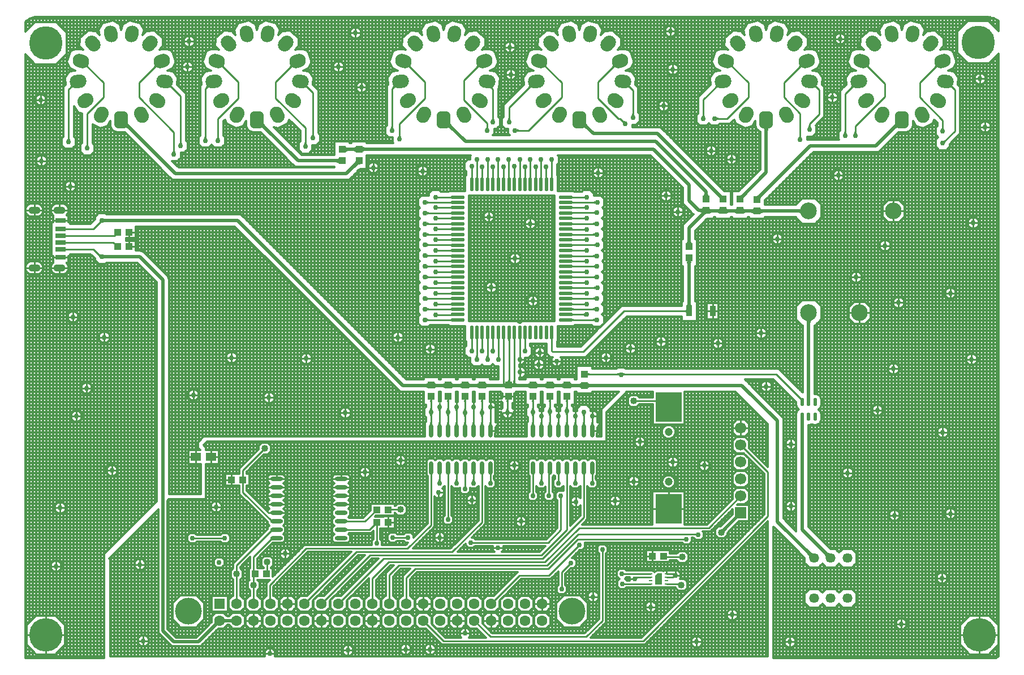
<source format=gtl>
G04*
G04 #@! TF.GenerationSoftware,Altium Limited,Altium Designer,20.0.9 (164)*
G04*
G04 Layer_Physical_Order=1*
G04 Layer_Color=255*
%FSLAX25Y25*%
%MOIN*%
G70*
G01*
G75*
%ADD10C,0.01000*%
%ADD18R,0.03937X0.04331*%
%ADD19R,0.04331X0.03937*%
%ADD20R,0.03740X0.06496*%
%ADD21C,0.00787*%
G04:AMPARAMS|DCode=22|XSize=9.84mil|YSize=21.65mil|CornerRadius=0.98mil|HoleSize=0mil|Usage=FLASHONLY|Rotation=90.000|XOffset=0mil|YOffset=0mil|HoleType=Round|Shape=RoundedRectangle|*
%AMROUNDEDRECTD22*
21,1,0.00984,0.01968,0,0,90.0*
21,1,0.00787,0.02165,0,0,90.0*
1,1,0.00197,0.00984,0.00394*
1,1,0.00197,0.00984,-0.00394*
1,1,0.00197,-0.00984,-0.00394*
1,1,0.00197,-0.00984,0.00394*
%
%ADD22ROUNDEDRECTD22*%
G04:AMPARAMS|DCode=23|XSize=9.84mil|YSize=21.65mil|CornerRadius=2.46mil|HoleSize=0mil|Usage=FLASHONLY|Rotation=90.000|XOffset=0mil|YOffset=0mil|HoleType=Round|Shape=RoundedRectangle|*
%AMROUNDEDRECTD23*
21,1,0.00984,0.01673,0,0,90.0*
21,1,0.00492,0.02165,0,0,90.0*
1,1,0.00492,0.00837,0.00246*
1,1,0.00492,0.00837,-0.00246*
1,1,0.00492,-0.00837,-0.00246*
1,1,0.00492,-0.00837,0.00246*
%
%ADD23ROUNDEDRECTD23*%
%ADD24R,0.15748X0.17717*%
%ADD25O,0.02400X0.08000*%
G04:AMPARAMS|DCode=26|XSize=43.7mil|YSize=21.65mil|CornerRadius=5.41mil|HoleSize=0mil|Usage=FLASHONLY|Rotation=270.000|XOffset=0mil|YOffset=0mil|HoleType=Round|Shape=RoundedRectangle|*
%AMROUNDEDRECTD26*
21,1,0.04370,0.01083,0,0,270.0*
21,1,0.03287,0.02165,0,0,270.0*
1,1,0.01083,-0.00541,-0.01644*
1,1,0.01083,-0.00541,0.01644*
1,1,0.01083,0.00541,0.01644*
1,1,0.01083,0.00541,-0.01644*
%
%ADD26ROUNDEDRECTD26*%
%ADD27R,0.05906X0.03150*%
%ADD28R,0.05906X0.02992*%
%ADD29R,0.05906X0.02756*%
%ADD30R,0.06000X0.05000*%
%ADD31O,0.07480X0.02362*%
%ADD32O,0.02165X0.08071*%
%ADD33O,0.08071X0.02165*%
%ADD74C,0.01200*%
%ADD75C,0.02000*%
%ADD76C,0.15748*%
%ADD77C,0.19685*%
G04:AMPARAMS|DCode=78|XSize=78.74mil|YSize=98.43mil|CornerRadius=0mil|HoleSize=0mil|Usage=FLASHONLY|Rotation=83.076|XOffset=0mil|YOffset=0mil|HoleType=Round|Shape=Round|*
%AMOVALD78*
21,1,0.01968,0.07874,0.00000,0.00000,173.1*
1,1,0.07874,0.00977,-0.00119*
1,1,0.07874,-0.00977,0.00119*
%
%ADD78OVALD78*%

G04:AMPARAMS|DCode=79|XSize=78.74mil|YSize=98.43mil|CornerRadius=0mil|HoleSize=0mil|Usage=FLASHONLY|Rotation=55.384|XOffset=0mil|YOffset=0mil|HoleType=Round|Shape=Round|*
%AMOVALD79*
21,1,0.01968,0.07874,0.00000,0.00000,145.4*
1,1,0.07874,0.00810,-0.00559*
1,1,0.07874,-0.00810,0.00559*
%
%ADD79OVALD79*%

G04:AMPARAMS|DCode=80|XSize=78.74mil|YSize=98.43mil|CornerRadius=0mil|HoleSize=0mil|Usage=FLASHONLY|Rotation=110.768|XOffset=0mil|YOffset=0mil|HoleType=Round|Shape=Round|*
%AMOVALD80*
21,1,0.01968,0.07874,0.00000,0.00000,200.8*
1,1,0.07874,0.00920,0.00349*
1,1,0.07874,-0.00920,-0.00349*
%
%ADD80OVALD80*%

G04:AMPARAMS|DCode=81|XSize=78.74mil|YSize=98.43mil|CornerRadius=0mil|HoleSize=0mil|Usage=FLASHONLY|Rotation=138.460|XOffset=0mil|YOffset=0mil|HoleType=Round|Shape=Round|*
%AMOVALD81*
21,1,0.01968,0.07874,0.00000,0.00000,228.5*
1,1,0.07874,0.00653,0.00737*
1,1,0.07874,-0.00653,-0.00737*
%
%ADD81OVALD81*%

G04:AMPARAMS|DCode=82|XSize=78.74mil|YSize=98.43mil|CornerRadius=0mil|HoleSize=0mil|Usage=FLASHONLY|Rotation=166.152|XOffset=0mil|YOffset=0mil|HoleType=Round|Shape=Round|*
%AMOVALD82*
21,1,0.01968,0.07874,0.00000,0.00000,256.2*
1,1,0.07874,0.00236,0.00956*
1,1,0.07874,-0.00236,-0.00956*
%
%ADD82OVALD82*%

G04:AMPARAMS|DCode=83|XSize=78.74mil|YSize=98.43mil|CornerRadius=0mil|HoleSize=0mil|Usage=FLASHONLY|Rotation=193.848|XOffset=0mil|YOffset=0mil|HoleType=Round|Shape=Round|*
%AMOVALD83*
21,1,0.01968,0.07874,0.00000,0.00000,283.8*
1,1,0.07874,-0.00236,0.00956*
1,1,0.07874,0.00236,-0.00956*
%
%ADD83OVALD83*%

G04:AMPARAMS|DCode=84|XSize=78.74mil|YSize=98.43mil|CornerRadius=0mil|HoleSize=0mil|Usage=FLASHONLY|Rotation=221.540|XOffset=0mil|YOffset=0mil|HoleType=Round|Shape=Round|*
%AMOVALD84*
21,1,0.01968,0.07874,0.00000,0.00000,311.5*
1,1,0.07874,-0.00653,0.00737*
1,1,0.07874,0.00653,-0.00737*
%
%ADD84OVALD84*%

G04:AMPARAMS|DCode=85|XSize=78.74mil|YSize=98.43mil|CornerRadius=0mil|HoleSize=0mil|Usage=FLASHONLY|Rotation=249.232|XOffset=0mil|YOffset=0mil|HoleType=Round|Shape=Round|*
%AMOVALD85*
21,1,0.01968,0.07874,0.00000,0.00000,339.2*
1,1,0.07874,-0.00920,0.00349*
1,1,0.07874,0.00920,-0.00349*
%
%ADD85OVALD85*%

G04:AMPARAMS|DCode=86|XSize=78.74mil|YSize=98.43mil|CornerRadius=0mil|HoleSize=0mil|Usage=FLASHONLY|Rotation=276.924|XOffset=0mil|YOffset=0mil|HoleType=Round|Shape=Round|*
%AMOVALD86*
21,1,0.01968,0.07874,0.00000,0.00000,6.9*
1,1,0.07874,-0.00977,-0.00119*
1,1,0.07874,0.00977,0.00119*
%
%ADD86OVALD86*%

G04:AMPARAMS|DCode=87|XSize=78.74mil|YSize=98.43mil|CornerRadius=0mil|HoleSize=0mil|Usage=FLASHONLY|Rotation=304.616|XOffset=0mil|YOffset=0mil|HoleType=Round|Shape=Round|*
%AMOVALD87*
21,1,0.01968,0.07874,0.00000,0.00000,34.6*
1,1,0.07874,-0.00810,-0.00559*
1,1,0.07874,0.00810,0.00559*
%
%ADD87OVALD87*%

G04:AMPARAMS|DCode=88|XSize=78.74mil|YSize=98.43mil|CornerRadius=0mil|HoleSize=0mil|Usage=FLASHONLY|Rotation=332.308|XOffset=0mil|YOffset=0mil|HoleType=Round|Shape=Round|*
%AMOVALD88*
21,1,0.01968,0.07874,0.00000,0.00000,62.3*
1,1,0.07874,-0.00457,-0.00872*
1,1,0.07874,0.00457,0.00872*
%
%ADD88OVALD88*%

G04:AMPARAMS|DCode=89|XSize=78.74mil|YSize=98.43mil|CornerRadius=0mil|HoleSize=0mil|Usage=FLASHONLY|Rotation=27.692|XOffset=0mil|YOffset=0mil|HoleType=Round|Shape=Round|*
%AMOVALD89*
21,1,0.01968,0.07874,0.00000,0.00000,117.7*
1,1,0.07874,0.00457,-0.00872*
1,1,0.07874,-0.00457,0.00872*
%
%ADD89OVALD89*%

G04:AMPARAMS|DCode=90|XSize=78.74mil|YSize=98.43mil|CornerRadius=19.68mil|HoleSize=0mil|Usage=FLASHONLY|Rotation=0.000|XOffset=0mil|YOffset=0mil|HoleType=Round|Shape=RoundedRectangle|*
%AMROUNDEDRECTD90*
21,1,0.07874,0.05906,0,0,0.0*
21,1,0.03937,0.09843,0,0,0.0*
1,1,0.03937,0.01968,-0.02953*
1,1,0.03937,-0.01968,-0.02953*
1,1,0.03937,-0.01968,0.02953*
1,1,0.03937,0.01968,0.02953*
%
%ADD90ROUNDEDRECTD90*%
%ADD91C,0.04724*%
%ADD92C,0.05740*%
%ADD93R,0.06299X0.06299*%
%ADD94C,0.06299*%
%ADD95C,0.09843*%
%ADD96O,0.07087X0.04331*%
%ADD97R,0.06693X0.06693*%
%ADD98C,0.06693*%
%ADD99C,0.03000*%
%ADD100C,0.04000*%
G36*
X251036Y145346D02*
X250961Y145405D01*
X250877Y145440D01*
X250785Y145454D01*
X250684Y145444D01*
X250574Y145412D01*
X250456Y145356D01*
X250329Y145278D01*
X250193Y145178D01*
X250049Y145054D01*
X249896Y144908D01*
X249193Y145620D01*
X249338Y145772D01*
X249460Y145915D01*
X249559Y146049D01*
X249636Y146175D01*
X249690Y146292D01*
X249721Y146401D01*
X249730Y146501D01*
X249716Y146592D01*
X249679Y146675D01*
X249620Y146749D01*
X251036Y145346D01*
D02*
G37*
G36*
X171036D02*
X170961Y145405D01*
X170878Y145440D01*
X170785Y145454D01*
X170684Y145444D01*
X170574Y145412D01*
X170456Y145356D01*
X170329Y145278D01*
X170193Y145178D01*
X170049Y145054D01*
X169896Y144908D01*
X169193Y145620D01*
X169338Y145772D01*
X169460Y145915D01*
X169559Y146049D01*
X169636Y146175D01*
X169690Y146292D01*
X169721Y146401D01*
X169730Y146501D01*
X169716Y146592D01*
X169679Y146675D01*
X169620Y146749D01*
X171036Y145346D01*
D02*
G37*
G36*
X61036D02*
X60961Y145405D01*
X60878Y145440D01*
X60785Y145454D01*
X60684Y145444D01*
X60574Y145412D01*
X60456Y145356D01*
X60329Y145278D01*
X60193Y145178D01*
X60049Y145054D01*
X59895Y144908D01*
X59193Y145620D01*
X59338Y145772D01*
X59460Y145915D01*
X59559Y146049D01*
X59636Y146175D01*
X59690Y146292D01*
X59721Y146401D01*
X59730Y146501D01*
X59716Y146592D01*
X59679Y146675D01*
X59620Y146749D01*
X61036Y145346D01*
D02*
G37*
G36*
X-18964D02*
X-19039Y145405D01*
X-19123Y145440D01*
X-19215Y145454D01*
X-19316Y145444D01*
X-19426Y145412D01*
X-19544Y145356D01*
X-19671Y145278D01*
X-19807Y145178D01*
X-19951Y145054D01*
X-20105Y144908D01*
X-20807Y145620D01*
X-20662Y145772D01*
X-20540Y145915D01*
X-20441Y146049D01*
X-20364Y146175D01*
X-20310Y146292D01*
X-20279Y146401D01*
X-20270Y146501D01*
X-20284Y146592D01*
X-20321Y146675D01*
X-20380Y146749D01*
X-18964Y145346D01*
D02*
G37*
G36*
X-128964D02*
X-129039Y145405D01*
X-129122Y145440D01*
X-129215Y145454D01*
X-129316Y145444D01*
X-129426Y145412D01*
X-129544Y145356D01*
X-129671Y145278D01*
X-129807Y145178D01*
X-129951Y145054D01*
X-130104Y144908D01*
X-130807Y145620D01*
X-130662Y145772D01*
X-130540Y145915D01*
X-130441Y146049D01*
X-130364Y146175D01*
X-130310Y146292D01*
X-130279Y146401D01*
X-130270Y146501D01*
X-130284Y146592D01*
X-130321Y146675D01*
X-130380Y146749D01*
X-128964Y145346D01*
D02*
G37*
G36*
X-208964D02*
X-209039Y145405D01*
X-209122Y145440D01*
X-209215Y145454D01*
X-209316Y145444D01*
X-209426Y145412D01*
X-209544Y145356D01*
X-209671Y145278D01*
X-209807Y145178D01*
X-209951Y145054D01*
X-210104Y144908D01*
X-210807Y145620D01*
X-210662Y145772D01*
X-210540Y145915D01*
X-210441Y146049D01*
X-210364Y146175D01*
X-210310Y146292D01*
X-210279Y146401D01*
X-210270Y146501D01*
X-210284Y146592D01*
X-210321Y146675D01*
X-210380Y146749D01*
X-208964Y145346D01*
D02*
G37*
G36*
X210320Y146673D02*
X210284Y146590D01*
X210270Y146499D01*
X210278Y146399D01*
X210310Y146290D01*
X210364Y146173D01*
X210440Y146047D01*
X210540Y145913D01*
X210662Y145770D01*
X210806Y145619D01*
X210104Y144907D01*
X209951Y145053D01*
X209806Y145176D01*
X209670Y145277D01*
X209543Y145355D01*
X209425Y145410D01*
X209315Y145442D01*
X209214Y145452D01*
X209122Y145439D01*
X209038Y145403D01*
X208963Y145344D01*
X210379Y146747D01*
X210320Y146673D01*
D02*
G37*
G36*
X130320D02*
X130284Y146590D01*
X130270Y146499D01*
X130278Y146399D01*
X130310Y146290D01*
X130364Y146173D01*
X130440Y146047D01*
X130540Y145913D01*
X130661Y145770D01*
X130806Y145619D01*
X130104Y144907D01*
X129951Y145053D01*
X129806Y145176D01*
X129670Y145277D01*
X129543Y145355D01*
X129425Y145410D01*
X129315Y145442D01*
X129214Y145452D01*
X129122Y145439D01*
X129038Y145403D01*
X128963Y145344D01*
X130379Y146747D01*
X130320Y146673D01*
D02*
G37*
G36*
X20320D02*
X20284Y146590D01*
X20270Y146499D01*
X20278Y146399D01*
X20310Y146290D01*
X20364Y146173D01*
X20440Y146047D01*
X20540Y145913D01*
X20662Y145770D01*
X20806Y145619D01*
X20104Y144907D01*
X19951Y145053D01*
X19806Y145176D01*
X19670Y145277D01*
X19543Y145355D01*
X19425Y145410D01*
X19315Y145442D01*
X19214Y145452D01*
X19122Y145439D01*
X19038Y145403D01*
X18963Y145344D01*
X20379Y146747D01*
X20320Y146673D01*
D02*
G37*
G36*
X-59680D02*
X-59716Y146590D01*
X-59730Y146499D01*
X-59722Y146399D01*
X-59690Y146290D01*
X-59636Y146173D01*
X-59560Y146047D01*
X-59460Y145913D01*
X-59338Y145770D01*
X-59194Y145619D01*
X-59896Y144907D01*
X-60049Y145053D01*
X-60194Y145176D01*
X-60330Y145277D01*
X-60457Y145355D01*
X-60575Y145410D01*
X-60685Y145442D01*
X-60786Y145452D01*
X-60878Y145439D01*
X-60962Y145403D01*
X-61037Y145344D01*
X-59621Y146747D01*
X-59680Y146673D01*
D02*
G37*
G36*
X-169680D02*
X-169716Y146590D01*
X-169730Y146499D01*
X-169722Y146399D01*
X-169690Y146290D01*
X-169636Y146173D01*
X-169560Y146047D01*
X-169460Y145913D01*
X-169339Y145770D01*
X-169194Y145619D01*
X-169896Y144907D01*
X-170049Y145053D01*
X-170194Y145176D01*
X-170330Y145277D01*
X-170457Y145355D01*
X-170575Y145410D01*
X-170685Y145442D01*
X-170786Y145452D01*
X-170878Y145439D01*
X-170962Y145403D01*
X-171037Y145344D01*
X-169621Y146747D01*
X-169680Y146673D01*
D02*
G37*
G36*
X-249680D02*
X-249716Y146590D01*
X-249730Y146499D01*
X-249722Y146399D01*
X-249690Y146290D01*
X-249636Y146173D01*
X-249560Y146047D01*
X-249460Y145913D01*
X-249339Y145770D01*
X-249194Y145619D01*
X-249896Y144907D01*
X-250049Y145053D01*
X-250194Y145176D01*
X-250330Y145277D01*
X-250457Y145355D01*
X-250575Y145410D01*
X-250685Y145442D01*
X-250786Y145452D01*
X-250878Y145439D01*
X-250962Y145403D01*
X-251037Y145344D01*
X-249621Y146747D01*
X-249680Y146673D01*
D02*
G37*
G36*
X201647Y133413D02*
X201571Y133472D01*
X201488Y133508D01*
X201395Y133520D01*
X201294Y133510D01*
X201183Y133478D01*
X201064Y133422D01*
X200937Y133344D01*
X200800Y133242D01*
X200655Y133118D01*
X200501Y132971D01*
X199803Y133687D01*
X199947Y133839D01*
X200069Y133982D01*
X200168Y134116D01*
X200245Y134242D01*
X200299Y134359D01*
X200330Y134468D01*
X200338Y134568D01*
X200324Y134659D01*
X200288Y134742D01*
X200228Y134817D01*
X201647Y133413D01*
D02*
G37*
G36*
X121647D02*
X121572Y133472D01*
X121488Y133508D01*
X121395Y133520D01*
X121294Y133510D01*
X121183Y133478D01*
X121064Y133422D01*
X120937Y133344D01*
X120800Y133242D01*
X120655Y133118D01*
X120501Y132971D01*
X119803Y133687D01*
X119947Y133839D01*
X120069Y133982D01*
X120168Y134116D01*
X120245Y134242D01*
X120299Y134359D01*
X120330Y134468D01*
X120338Y134568D01*
X120324Y134659D01*
X120288Y134742D01*
X120228Y134817D01*
X121647Y133413D01*
D02*
G37*
G36*
X11647D02*
X11571Y133472D01*
X11488Y133508D01*
X11395Y133520D01*
X11294Y133510D01*
X11183Y133478D01*
X11064Y133422D01*
X10937Y133344D01*
X10800Y133242D01*
X10655Y133118D01*
X10501Y132971D01*
X9803Y133687D01*
X9947Y133839D01*
X10069Y133982D01*
X10168Y134116D01*
X10245Y134242D01*
X10299Y134359D01*
X10330Y134468D01*
X10338Y134568D01*
X10324Y134659D01*
X10288Y134742D01*
X10228Y134817D01*
X11647Y133413D01*
D02*
G37*
G36*
X-68353D02*
X-68428Y133472D01*
X-68512Y133508D01*
X-68605Y133520D01*
X-68706Y133510D01*
X-68817Y133478D01*
X-68936Y133422D01*
X-69063Y133344D01*
X-69200Y133242D01*
X-69345Y133118D01*
X-69499Y132971D01*
X-70197Y133687D01*
X-70053Y133839D01*
X-69931Y133982D01*
X-69832Y134116D01*
X-69755Y134242D01*
X-69701Y134359D01*
X-69670Y134468D01*
X-69662Y134568D01*
X-69676Y134659D01*
X-69713Y134742D01*
X-69772Y134817D01*
X-68353Y133413D01*
D02*
G37*
G36*
X-178353D02*
X-178428Y133472D01*
X-178512Y133508D01*
X-178605Y133520D01*
X-178706Y133510D01*
X-178817Y133478D01*
X-178936Y133422D01*
X-179063Y133344D01*
X-179200Y133242D01*
X-179345Y133118D01*
X-179499Y132971D01*
X-180197Y133687D01*
X-180053Y133839D01*
X-179931Y133982D01*
X-179832Y134116D01*
X-179755Y134242D01*
X-179701Y134359D01*
X-179670Y134468D01*
X-179662Y134568D01*
X-179676Y134659D01*
X-179712Y134742D01*
X-179772Y134817D01*
X-178353Y133413D01*
D02*
G37*
G36*
X-258353D02*
X-258429Y133472D01*
X-258512Y133508D01*
X-258605Y133520D01*
X-258706Y133510D01*
X-258817Y133478D01*
X-258936Y133422D01*
X-259063Y133344D01*
X-259200Y133242D01*
X-259345Y133118D01*
X-259499Y132971D01*
X-260197Y133687D01*
X-260053Y133839D01*
X-259931Y133982D01*
X-259832Y134116D01*
X-259755Y134242D01*
X-259701Y134359D01*
X-259670Y134468D01*
X-259662Y134568D01*
X-259676Y134659D01*
X-259713Y134742D01*
X-259772Y134817D01*
X-258353Y133413D01*
D02*
G37*
G36*
X259713Y134742D02*
X259676Y134659D01*
X259662Y134568D01*
X259670Y134468D01*
X259701Y134359D01*
X259755Y134242D01*
X259832Y134116D01*
X259931Y133982D01*
X260053Y133839D01*
X260197Y133687D01*
X259499Y132971D01*
X259345Y133118D01*
X259200Y133242D01*
X259063Y133344D01*
X258936Y133422D01*
X258817Y133478D01*
X258706Y133510D01*
X258605Y133520D01*
X258512Y133508D01*
X258429Y133472D01*
X258353Y133413D01*
X259772Y134817D01*
X259713Y134742D01*
D02*
G37*
G36*
X179712D02*
X179676Y134659D01*
X179662Y134568D01*
X179670Y134468D01*
X179701Y134359D01*
X179755Y134242D01*
X179832Y134116D01*
X179931Y133982D01*
X180053Y133839D01*
X180197Y133687D01*
X179499Y132971D01*
X179345Y133118D01*
X179200Y133242D01*
X179063Y133344D01*
X178936Y133422D01*
X178817Y133478D01*
X178706Y133510D01*
X178605Y133520D01*
X178512Y133508D01*
X178428Y133472D01*
X178353Y133413D01*
X179772Y134817D01*
X179712Y134742D01*
D02*
G37*
G36*
X69713D02*
X69676Y134659D01*
X69662Y134568D01*
X69670Y134468D01*
X69701Y134359D01*
X69755Y134242D01*
X69832Y134116D01*
X69931Y133982D01*
X70053Y133839D01*
X70197Y133687D01*
X69499Y132971D01*
X69345Y133118D01*
X69200Y133242D01*
X69063Y133344D01*
X68936Y133422D01*
X68817Y133478D01*
X68706Y133510D01*
X68605Y133520D01*
X68512Y133508D01*
X68428Y133472D01*
X68353Y133413D01*
X69772Y134817D01*
X69713Y134742D01*
D02*
G37*
G36*
X-120288D02*
X-120324Y134659D01*
X-120338Y134568D01*
X-120330Y134468D01*
X-120299Y134359D01*
X-120245Y134242D01*
X-120168Y134116D01*
X-120069Y133982D01*
X-119947Y133839D01*
X-119803Y133687D01*
X-120501Y132971D01*
X-120655Y133118D01*
X-120800Y133242D01*
X-120937Y133344D01*
X-121064Y133422D01*
X-121183Y133478D01*
X-121294Y133510D01*
X-121395Y133520D01*
X-121488Y133508D01*
X-121572Y133472D01*
X-121647Y133413D01*
X-120228Y134817D01*
X-120288Y134742D01*
D02*
G37*
G36*
X-200288D02*
X-200324Y134659D01*
X-200338Y134568D01*
X-200330Y134468D01*
X-200299Y134359D01*
X-200245Y134242D01*
X-200168Y134116D01*
X-200069Y133982D01*
X-199947Y133839D01*
X-199803Y133687D01*
X-200501Y132971D01*
X-200655Y133118D01*
X-200800Y133242D01*
X-200937Y133344D01*
X-201064Y133422D01*
X-201183Y133478D01*
X-201294Y133510D01*
X-201395Y133520D01*
X-201488Y133508D01*
X-201571Y133472D01*
X-201647Y133413D01*
X-200228Y134817D01*
X-200288Y134742D01*
D02*
G37*
G36*
X-11164Y133761D02*
X-11223Y133700D01*
X-11256Y133627D01*
X-11264Y133543D01*
X-11246Y133447D01*
X-11203Y133340D01*
X-11134Y133222D01*
X-11039Y133092D01*
X-10919Y132950D01*
X-10773Y132798D01*
X-11728Y132338D01*
X-11887Y132490D01*
X-12184Y132731D01*
X-12323Y132821D01*
X-12455Y132891D01*
X-12580Y132939D01*
X-12699Y132968D01*
X-12812Y132975D01*
X-12917Y132963D01*
X-13016Y132929D01*
X-11079Y133811D01*
X-11164Y133761D01*
D02*
G37*
G36*
X72005Y117675D02*
X72022Y117539D01*
X72049Y117407D01*
X72088Y117278D01*
X72137Y117151D01*
X72198Y117029D01*
X72269Y116910D01*
X72352Y116794D01*
X72445Y116681D01*
X72550Y116571D01*
X70450D01*
X70555Y116681D01*
X70648Y116794D01*
X70731Y116910D01*
X70802Y117029D01*
X70863Y117151D01*
X70912Y117278D01*
X70951Y117407D01*
X70978Y117539D01*
X70995Y117675D01*
X71000Y117814D01*
X72000D01*
X72005Y117675D01*
D02*
G37*
G36*
X113505Y117175D02*
X113522Y117039D01*
X113549Y116907D01*
X113588Y116778D01*
X113637Y116651D01*
X113698Y116529D01*
X113769Y116410D01*
X113852Y116294D01*
X113945Y116181D01*
X114050Y116071D01*
X111950D01*
X112055Y116181D01*
X112148Y116294D01*
X112231Y116410D01*
X112302Y116529D01*
X112363Y116651D01*
X112412Y116778D01*
X112451Y116907D01*
X112478Y117039D01*
X112495Y117175D01*
X112500Y117314D01*
X113500D01*
X113505Y117175D01*
D02*
G37*
G36*
X-1094Y115175D02*
X-1078Y115039D01*
X-1051Y114907D01*
X-1012Y114778D01*
X-962Y114652D01*
X-902Y114529D01*
X-831Y114409D01*
X-748Y114294D01*
X-654Y114181D01*
X-550Y114071D01*
X-2650D01*
X-2545Y114181D01*
X-2452Y114294D01*
X-2369Y114409D01*
X-2298Y114529D01*
X-2238Y114652D01*
X-2188Y114778D01*
X-2149Y114907D01*
X-2122Y115039D01*
X-2105Y115175D01*
X-2100Y115314D01*
X-1100D01*
X-1094Y115175D01*
D02*
G37*
G36*
X-10494D02*
X-10478Y115039D01*
X-10451Y114907D01*
X-10412Y114778D01*
X-10362Y114652D01*
X-10302Y114529D01*
X-10231Y114409D01*
X-10148Y114294D01*
X-10054Y114181D01*
X-9950Y114071D01*
X-12050D01*
X-11946Y114181D01*
X-11852Y114294D01*
X-11769Y114409D01*
X-11698Y114529D01*
X-11637Y114652D01*
X-11588Y114778D01*
X-11549Y114907D01*
X-11522Y115039D01*
X-11506Y115175D01*
X-11500Y115314D01*
X-10500D01*
X-10494Y115175D01*
D02*
G37*
G36*
X120681Y115945D02*
X120793Y115852D01*
X120910Y115770D01*
X121029Y115698D01*
X121151Y115638D01*
X121277Y115588D01*
X121407Y115550D01*
X121539Y115522D01*
X121675Y115506D01*
X121814Y115500D01*
Y114500D01*
X121675Y114495D01*
X121539Y114478D01*
X121407Y114451D01*
X121277Y114412D01*
X121151Y114363D01*
X121029Y114302D01*
X120910Y114231D01*
X120793Y114148D01*
X120681Y114055D01*
X120571Y113950D01*
Y116050D01*
X120681Y115945D01*
D02*
G37*
G36*
X65819Y113895D02*
X65927Y113811D01*
X66040Y113737D01*
X66159Y113673D01*
X66283Y113619D01*
X66413Y113575D01*
X66547Y113541D01*
X66688Y113517D01*
X66834Y113503D01*
X66985Y113500D01*
X65500Y112015D01*
X65497Y112166D01*
X65483Y112312D01*
X65459Y112453D01*
X65425Y112587D01*
X65381Y112717D01*
X65327Y112841D01*
X65263Y112960D01*
X65189Y113073D01*
X65105Y113181D01*
X65010Y113283D01*
X65717Y113990D01*
X65819Y113895D01*
D02*
G37*
G36*
X176005Y110675D02*
X176022Y110539D01*
X176049Y110407D01*
X176088Y110277D01*
X176137Y110152D01*
X176198Y110029D01*
X176269Y109909D01*
X176352Y109793D01*
X176445Y109681D01*
X176550Y109571D01*
X174450D01*
X174555Y109681D01*
X174648Y109793D01*
X174731Y109909D01*
X174802Y110029D01*
X174863Y110152D01*
X174912Y110277D01*
X174951Y110407D01*
X174978Y110539D01*
X174995Y110675D01*
X175000Y110814D01*
X176000D01*
X176005Y110675D01*
D02*
G37*
G36*
X227919Y109510D02*
X227811Y109669D01*
X227673Y109770D01*
X227505Y109812D01*
X227305Y109795D01*
X227075Y109719D01*
X226814Y109585D01*
X226523Y109392D01*
X226201Y109140D01*
X225849Y108830D01*
X225465Y108460D01*
X224124Y109948D01*
X224577Y110415D01*
X225310Y111260D01*
X225590Y111638D01*
X225814Y111988D01*
X225980Y112308D01*
X226088Y112599D01*
X226139Y112861D01*
X226133Y113093D01*
X226070Y113296D01*
X227919Y109510D01*
D02*
G37*
G36*
X-13845Y110175D02*
X-13828Y110039D01*
X-13801Y109907D01*
X-13762Y109777D01*
X-13713Y109652D01*
X-13652Y109529D01*
X-13580Y109409D01*
X-13498Y109293D01*
X-13405Y109181D01*
X-13300Y109071D01*
X-15400D01*
X-15295Y109181D01*
X-15202Y109293D01*
X-15120Y109409D01*
X-15048Y109529D01*
X-14988Y109652D01*
X-14938Y109777D01*
X-14899Y109907D01*
X-14872Y110039D01*
X-14855Y110175D01*
X-14850Y110314D01*
X-13850D01*
X-13845Y110175D01*
D02*
G37*
G36*
X-69994D02*
X-69978Y110039D01*
X-69950Y109907D01*
X-69912Y109777D01*
X-69863Y109652D01*
X-69802Y109529D01*
X-69731Y109409D01*
X-69648Y109293D01*
X-69555Y109181D01*
X-69450Y109071D01*
X-71550D01*
X-71446Y109181D01*
X-71352Y109293D01*
X-71270Y109409D01*
X-71198Y109529D01*
X-71137Y109652D01*
X-71088Y109777D01*
X-71049Y109907D01*
X-71022Y110039D01*
X-71005Y110175D01*
X-71000Y110314D01*
X-70000D01*
X-69994Y110175D01*
D02*
G37*
G36*
X254505Y109675D02*
X254522Y109539D01*
X254550Y109407D01*
X254588Y109277D01*
X254638Y109151D01*
X254698Y109029D01*
X254769Y108909D01*
X254852Y108793D01*
X254945Y108681D01*
X255050Y108571D01*
X252950D01*
X253054Y108681D01*
X253148Y108793D01*
X253231Y108909D01*
X253302Y109029D01*
X253362Y109151D01*
X253412Y109277D01*
X253450Y109407D01*
X253478Y109539D01*
X253495Y109675D01*
X253500Y109814D01*
X254500D01*
X254505Y109675D01*
D02*
G37*
G36*
X43867Y113093D02*
X43861Y112861D01*
X43912Y112599D01*
X44020Y112308D01*
X44186Y111988D01*
X44409Y111638D01*
X44690Y111260D01*
X45028Y110852D01*
X45875Y109948D01*
X44535Y108460D01*
X44151Y108830D01*
X43477Y109392D01*
X43186Y109585D01*
X42925Y109719D01*
X42695Y109795D01*
X42495Y109812D01*
X42327Y109770D01*
X42189Y109669D01*
X42081Y109510D01*
X43930Y113296D01*
X43867Y113093D01*
D02*
G37*
G36*
X-36134D02*
X-36140Y112861D01*
X-36088Y112599D01*
X-35980Y112308D01*
X-35814Y111988D01*
X-35590Y111638D01*
X-35310Y111260D01*
X-34972Y110852D01*
X-34124Y109948D01*
X-35465Y108460D01*
X-35849Y108830D01*
X-36523Y109392D01*
X-36814Y109585D01*
X-37075Y109719D01*
X-37305Y109795D01*
X-37505Y109812D01*
X-37673Y109770D01*
X-37811Y109669D01*
X-37919Y109510D01*
X-36070Y113296D01*
X-36134Y113093D01*
D02*
G37*
G36*
X-146133D02*
X-146140Y112861D01*
X-146088Y112599D01*
X-145980Y112308D01*
X-145814Y111988D01*
X-145590Y111638D01*
X-145310Y111260D01*
X-144972Y110852D01*
X-144124Y109948D01*
X-145465Y108460D01*
X-145849Y108830D01*
X-146523Y109392D01*
X-146814Y109585D01*
X-147075Y109719D01*
X-147305Y109795D01*
X-147505Y109812D01*
X-147673Y109770D01*
X-147811Y109669D01*
X-147919Y109510D01*
X-146070Y113296D01*
X-146133Y113093D01*
D02*
G37*
G36*
X-226133D02*
X-226139Y112861D01*
X-226088Y112599D01*
X-225980Y112308D01*
X-225814Y111988D01*
X-225590Y111638D01*
X-225310Y111260D01*
X-224972Y110852D01*
X-224124Y109948D01*
X-225465Y108460D01*
X-225849Y108830D01*
X-226523Y109392D01*
X-226814Y109585D01*
X-227075Y109719D01*
X-227305Y109795D01*
X-227505Y109812D01*
X-227673Y109770D01*
X-227811Y109669D01*
X-227919Y109510D01*
X-226070Y113296D01*
X-226133Y113093D01*
D02*
G37*
G36*
X151809Y109479D02*
X151639Y109419D01*
X151489Y109318D01*
X151359Y109177D01*
X151250Y108995D01*
X151160Y108774D01*
X151090Y108511D01*
X151040Y108209D01*
X151010Y107866D01*
X151000Y107483D01*
X149000D01*
X148990Y107866D01*
X148960Y108209D01*
X148910Y108511D01*
X148840Y108774D01*
X148750Y108995D01*
X148641Y109177D01*
X148511Y109318D01*
X148361Y109419D01*
X148191Y109479D01*
X148002Y109499D01*
X151998D01*
X151809Y109479D01*
D02*
G37*
G36*
X3181Y108946D02*
X3293Y108852D01*
X3410Y108770D01*
X3529Y108698D01*
X3652Y108637D01*
X3777Y108588D01*
X3907Y108549D01*
X4039Y108522D01*
X4175Y108505D01*
X4314Y108500D01*
Y107500D01*
X4175Y107494D01*
X4039Y107478D01*
X3907Y107450D01*
X3777Y107412D01*
X3652Y107362D01*
X3529Y107302D01*
X3410Y107230D01*
X3293Y107148D01*
X3181Y107054D01*
X3071Y106950D01*
Y109050D01*
X3181Y108946D01*
D02*
G37*
G36*
X203006Y107175D02*
X203022Y107039D01*
X203049Y106907D01*
X203088Y106778D01*
X203137Y106651D01*
X203198Y106529D01*
X203270Y106410D01*
X203352Y106293D01*
X203446Y106181D01*
X203550Y106071D01*
X201450D01*
X201554Y106181D01*
X201648Y106293D01*
X201730Y106410D01*
X201802Y106529D01*
X201863Y106651D01*
X201912Y106778D01*
X201951Y106907D01*
X201978Y107039D01*
X201994Y107175D01*
X202000Y107314D01*
X203000D01*
X203006Y107175D01*
D02*
G37*
G36*
X197005D02*
X197022Y107039D01*
X197049Y106907D01*
X197088Y106778D01*
X197137Y106651D01*
X197198Y106529D01*
X197269Y106410D01*
X197352Y106293D01*
X197445Y106181D01*
X197550Y106071D01*
X195450D01*
X195554Y106181D01*
X195648Y106293D01*
X195730Y106410D01*
X195802Y106529D01*
X195862Y106651D01*
X195912Y106778D01*
X195950Y106907D01*
X195978Y107039D01*
X195994Y107175D01*
X196000Y107314D01*
X197000D01*
X197005Y107175D01*
D02*
G37*
G36*
X-116495Y105675D02*
X-116478Y105539D01*
X-116451Y105407D01*
X-116412Y105278D01*
X-116363Y105151D01*
X-116302Y105029D01*
X-116230Y104910D01*
X-116148Y104794D01*
X-116054Y104681D01*
X-115950Y104571D01*
X-118050D01*
X-117946Y104681D01*
X-117852Y104794D01*
X-117770Y104910D01*
X-117698Y105029D01*
X-117638Y105151D01*
X-117588Y105278D01*
X-117550Y105407D01*
X-117522Y105539D01*
X-117506Y105675D01*
X-117500Y105814D01*
X-116500D01*
X-116495Y105675D01*
D02*
G37*
G36*
X-65495Y105175D02*
X-65478Y105039D01*
X-65451Y104907D01*
X-65412Y104778D01*
X-65363Y104651D01*
X-65302Y104529D01*
X-65231Y104410D01*
X-65148Y104294D01*
X-65055Y104181D01*
X-64950Y104071D01*
X-67050D01*
X-66945Y104181D01*
X-66852Y104294D01*
X-66769Y104410D01*
X-66698Y104529D01*
X-66637Y104651D01*
X-66588Y104778D01*
X-66549Y104907D01*
X-66522Y105039D01*
X-66505Y105175D01*
X-66500Y105314D01*
X-65500D01*
X-65495Y105175D01*
D02*
G37*
G36*
X170505Y104675D02*
X170522Y104539D01*
X170549Y104407D01*
X170588Y104278D01*
X170638Y104151D01*
X170698Y104029D01*
X170770Y103910D01*
X170852Y103794D01*
X170946Y103681D01*
X171050Y103571D01*
X168950D01*
X169054Y103681D01*
X169148Y103794D01*
X169230Y103910D01*
X169302Y104029D01*
X169362Y104151D01*
X169412Y104278D01*
X169450Y104407D01*
X169478Y104539D01*
X169494Y104675D01*
X169500Y104814D01*
X170500D01*
X170505Y104675D01*
D02*
G37*
G36*
X-172494Y104175D02*
X-172478Y104039D01*
X-172450Y103907D01*
X-172412Y103778D01*
X-172362Y103651D01*
X-172302Y103529D01*
X-172231Y103410D01*
X-172148Y103294D01*
X-172055Y103181D01*
X-171950Y103071D01*
X-174050D01*
X-173945Y103181D01*
X-173852Y103294D01*
X-173769Y103410D01*
X-173698Y103529D01*
X-173637Y103651D01*
X-173588Y103778D01*
X-173549Y103907D01*
X-173522Y104039D01*
X-173505Y104175D01*
X-173500Y104314D01*
X-172500D01*
X-172494Y104175D01*
D02*
G37*
G36*
X-179994D02*
X-179978Y104039D01*
X-179950Y103907D01*
X-179912Y103778D01*
X-179862Y103651D01*
X-179802Y103529D01*
X-179730Y103410D01*
X-179648Y103294D01*
X-179554Y103181D01*
X-179450Y103071D01*
X-181550D01*
X-181446Y103181D01*
X-181352Y103294D01*
X-181270Y103410D01*
X-181198Y103529D01*
X-181138Y103651D01*
X-181088Y103778D01*
X-181050Y103907D01*
X-181022Y104039D01*
X-181006Y104175D01*
X-181000Y104314D01*
X-180000D01*
X-179994Y104175D01*
D02*
G37*
G36*
X-260494Y103488D02*
X-260478Y103352D01*
X-260451Y103219D01*
X-260412Y103090D01*
X-260363Y102964D01*
X-260302Y102841D01*
X-260230Y102722D01*
X-260148Y102606D01*
X-260054Y102493D01*
X-259950Y102384D01*
X-262050D01*
X-261946Y102493D01*
X-261852Y102606D01*
X-261770Y102722D01*
X-261698Y102841D01*
X-261637Y102964D01*
X-261588Y103090D01*
X-261549Y103219D01*
X-261522Y103352D01*
X-261506Y103488D01*
X-261500Y103627D01*
X-260500D01*
X-260494Y103488D01*
D02*
G37*
G36*
X255990Y101783D02*
X255895Y101681D01*
X255811Y101573D01*
X255737Y101460D01*
X255673Y101341D01*
X255619Y101217D01*
X255575Y101087D01*
X255541Y100953D01*
X255517Y100812D01*
X255503Y100666D01*
X255500Y100515D01*
X254015Y102000D01*
X254166Y102003D01*
X254312Y102017D01*
X254453Y102041D01*
X254588Y102075D01*
X254717Y102119D01*
X254841Y102173D01*
X254960Y102237D01*
X255073Y102311D01*
X255181Y102395D01*
X255283Y102490D01*
X255990Y101783D01*
D02*
G37*
G36*
X-194494Y101175D02*
X-194478Y101039D01*
X-194450Y100907D01*
X-194412Y100777D01*
X-194362Y100652D01*
X-194302Y100529D01*
X-194230Y100409D01*
X-194148Y100293D01*
X-194054Y100181D01*
X-193950Y100071D01*
X-196050D01*
X-195946Y100181D01*
X-195852Y100293D01*
X-195770Y100409D01*
X-195698Y100529D01*
X-195638Y100652D01*
X-195588Y100777D01*
X-195549Y100907D01*
X-195522Y101039D01*
X-195505Y101175D01*
X-195500Y101314D01*
X-194500D01*
X-194494Y101175D01*
D02*
G37*
G36*
X-120994Y100675D02*
X-120978Y100539D01*
X-120950Y100407D01*
X-120912Y100277D01*
X-120862Y100152D01*
X-120802Y100029D01*
X-120730Y99910D01*
X-120648Y99793D01*
X-120554Y99681D01*
X-120450Y99571D01*
X-122550D01*
X-122445Y99681D01*
X-122352Y99793D01*
X-122269Y99910D01*
X-122198Y100029D01*
X-122137Y100152D01*
X-122088Y100277D01*
X-122049Y100407D01*
X-122022Y100539D01*
X-122005Y100675D01*
X-122000Y100814D01*
X-121000D01*
X-120994Y100675D01*
D02*
G37*
G36*
X-249495Y99675D02*
X-249478Y99539D01*
X-249450Y99407D01*
X-249412Y99278D01*
X-249362Y99151D01*
X-249302Y99029D01*
X-249231Y98909D01*
X-249148Y98793D01*
X-249055Y98681D01*
X-248950Y98571D01*
X-251050D01*
X-250945Y98681D01*
X-250852Y98793D01*
X-250769Y98909D01*
X-250698Y99029D01*
X-250638Y99151D01*
X-250588Y99278D01*
X-250550Y99407D01*
X-250522Y99539D01*
X-250505Y99675D01*
X-250500Y99814D01*
X-249500D01*
X-249495Y99675D01*
D02*
G37*
G36*
X-198495Y96175D02*
X-198478Y96039D01*
X-198451Y95907D01*
X-198412Y95777D01*
X-198363Y95652D01*
X-198302Y95529D01*
X-198231Y95410D01*
X-198148Y95293D01*
X-198055Y95181D01*
X-197950Y95071D01*
X-200050D01*
X-199945Y95181D01*
X-199852Y95293D01*
X-199769Y95410D01*
X-199698Y95529D01*
X-199637Y95652D01*
X-199588Y95777D01*
X-199549Y95907D01*
X-199522Y96039D01*
X-199505Y96175D01*
X-199500Y96314D01*
X-198500D01*
X-198495Y96175D01*
D02*
G37*
G36*
X-87924Y98810D02*
X-87863Y98640D01*
X-87764Y98490D01*
X-87624Y98360D01*
X-87444Y98250D01*
X-87224Y98160D01*
X-86963Y98090D01*
X-86664Y98040D01*
X-86323Y98010D01*
X-85944Y98000D01*
Y96000D01*
X-86325Y95990D01*
X-86667Y95960D01*
X-86968Y95910D01*
X-87230Y95840D01*
X-87451Y95750D01*
X-87632Y95640D01*
X-87773Y95510D01*
X-87874Y95360D01*
X-87935Y95190D01*
X-87955Y95000D01*
X-87944Y99000D01*
X-87924Y98810D01*
D02*
G37*
G36*
X-91844Y94846D02*
X-91865Y95037D01*
X-91925Y95206D01*
X-92026Y95357D01*
X-92166Y95486D01*
X-92348Y95596D01*
X-92569Y95687D01*
X-92830Y95757D01*
X-93132Y95806D01*
X-93474Y95837D01*
X-93857Y95846D01*
Y97847D01*
X-93474Y97856D01*
X-93132Y97887D01*
X-92830Y97936D01*
X-92569Y98006D01*
X-92348Y98097D01*
X-92166Y98207D01*
X-92026Y98336D01*
X-91925Y98487D01*
X-91865Y98656D01*
X-91844Y98847D01*
Y94846D01*
D02*
G37*
G36*
X-97935Y98656D02*
X-97875Y98487D01*
X-97774Y98336D01*
X-97634Y98207D01*
X-97452Y98097D01*
X-97231Y98006D01*
X-96970Y97936D01*
X-96668Y97887D01*
X-96326Y97856D01*
X-95943Y97847D01*
Y95846D01*
X-96326Y95837D01*
X-96668Y95806D01*
X-96970Y95757D01*
X-97231Y95687D01*
X-97452Y95596D01*
X-97634Y95486D01*
X-97774Y95357D01*
X-97875Y95206D01*
X-97935Y95037D01*
X-97956Y94846D01*
Y98847D01*
X-97935Y98656D01*
D02*
G37*
G36*
X-101845Y88153D02*
X-101865Y88344D01*
X-101925Y88513D01*
X-102026Y88664D01*
X-102166Y88794D01*
X-102348Y88903D01*
X-102569Y88994D01*
X-102830Y89064D01*
X-103132Y89113D01*
X-103474Y89144D01*
X-103857Y89153D01*
Y91154D01*
X-103474Y91163D01*
X-103132Y91194D01*
X-102830Y91244D01*
X-102569Y91313D01*
X-102348Y91404D01*
X-102166Y91514D01*
X-102026Y91644D01*
X-101925Y91794D01*
X-101865Y91963D01*
X-101845Y92154D01*
Y88153D01*
D02*
G37*
G36*
X-89225Y88012D02*
X-89376Y88128D01*
X-89567Y88175D01*
X-89799Y88153D01*
X-90072Y88062D01*
X-90386Y87903D01*
X-90740Y87675D01*
X-91135Y87378D01*
X-91570Y87013D01*
X-92564Y86076D01*
X-93978Y87490D01*
X-93455Y88027D01*
X-92299Y89393D01*
X-92052Y89767D01*
X-91873Y90100D01*
X-91763Y90392D01*
X-91721Y90644D01*
X-91748Y90855D01*
X-91844Y91026D01*
X-89225Y88012D01*
D02*
G37*
G36*
X115510Y71273D02*
X115538Y70933D01*
X115586Y70633D01*
X115653Y70373D01*
X115739Y70153D01*
X115844Y69973D01*
X115969Y69833D01*
X116112Y69733D01*
X116275Y69673D01*
X116456Y69653D01*
X112543D01*
X112725Y69673D01*
X112888Y69733D01*
X113031Y69833D01*
X113156Y69973D01*
X113261Y70153D01*
X113347Y70373D01*
X113414Y70633D01*
X113462Y70933D01*
X113490Y71273D01*
X113500Y71653D01*
X115500D01*
X115510Y71273D01*
D02*
G37*
G36*
X137871Y69653D02*
X137473Y69242D01*
X136849Y68505D01*
X136621Y68180D01*
X136451Y67883D01*
X136336Y67614D01*
X136278Y67374D01*
X136277Y67162D01*
X136333Y66979D01*
X136444Y66825D01*
X133628Y69641D01*
X133783Y69529D01*
X133966Y69474D01*
X134177Y69475D01*
X134417Y69533D01*
X134686Y69647D01*
X134983Y69818D01*
X135309Y70046D01*
X135663Y70330D01*
X136457Y71068D01*
X137871Y69653D01*
D02*
G37*
G36*
X147871Y69500D02*
X147474Y69089D01*
X146849Y68352D01*
X146621Y68026D01*
X146450Y67729D01*
X146336Y67461D01*
X146278Y67220D01*
X146277Y67009D01*
X146333Y66826D01*
X146444Y66671D01*
X143628Y69488D01*
X143783Y69376D01*
X143966Y69320D01*
X144177Y69322D01*
X144417Y69380D01*
X144686Y69494D01*
X144983Y69665D01*
X145308Y69892D01*
X145663Y70176D01*
X146457Y70914D01*
X147871Y69500D01*
D02*
G37*
G36*
X122955Y70670D02*
X123691Y70046D01*
X124017Y69818D01*
X124314Y69647D01*
X124583Y69533D01*
X124823Y69475D01*
X125034Y69474D01*
X125217Y69529D01*
X125372Y69641D01*
X122555Y66825D01*
X122667Y66979D01*
X122723Y67162D01*
X122722Y67374D01*
X122664Y67614D01*
X122549Y67883D01*
X122379Y68180D01*
X122151Y68505D01*
X121867Y68859D01*
X121129Y69653D01*
X122544Y71068D01*
X122955Y70670D01*
D02*
G37*
G36*
X49358Y64521D02*
X49248Y64625D01*
X49136Y64719D01*
X49020Y64801D01*
X48900Y64873D01*
X48778Y64933D01*
X48652Y64983D01*
X48522Y65021D01*
X48390Y65049D01*
X48254Y65065D01*
X48115Y65071D01*
Y66071D01*
X48254Y66076D01*
X48390Y66093D01*
X48522Y66120D01*
X48652Y66159D01*
X48778Y66208D01*
X48900Y66269D01*
X49020Y66340D01*
X49136Y66423D01*
X49248Y66516D01*
X49358Y66621D01*
Y64521D01*
D02*
G37*
G36*
X-49819Y66445D02*
X-49707Y66352D01*
X-49591Y66269D01*
X-49471Y66198D01*
X-49349Y66137D01*
X-49222Y66088D01*
X-49093Y66049D01*
X-48961Y66022D01*
X-48825Y66005D01*
X-48686Y66000D01*
Y65000D01*
X-48825Y64995D01*
X-48961Y64978D01*
X-49093Y64951D01*
X-49222Y64912D01*
X-49349Y64863D01*
X-49471Y64802D01*
X-49591Y64731D01*
X-49707Y64648D01*
X-49819Y64555D01*
X-49929Y64450D01*
Y66550D01*
X-49819Y66445D01*
D02*
G37*
G36*
X136465Y62310D02*
X136526Y62140D01*
X136627Y61990D01*
X136768Y61860D01*
X136949Y61750D01*
X137170Y61660D01*
X137432Y61590D01*
X137733Y61540D01*
X138075Y61510D01*
X138456Y61500D01*
Y59500D01*
X138076Y59491D01*
X137436Y59424D01*
X137177Y59365D01*
X136957Y59288D01*
X136776Y59195D01*
X136636Y59085D01*
X136537Y58958D01*
X136477Y58815D01*
X136457Y58654D01*
X136444Y62500D01*
X136465Y62310D01*
D02*
G37*
G36*
X132544Y58654D02*
X132524Y58815D01*
X132464Y58958D01*
X132363Y59085D01*
X132223Y59195D01*
X132044Y59288D01*
X131824Y59365D01*
X131563Y59424D01*
X131263Y59466D01*
X130923Y59491D01*
X130543Y59500D01*
Y61500D01*
X130925Y61510D01*
X131267Y61540D01*
X131568Y61590D01*
X131830Y61660D01*
X132051Y61750D01*
X132232Y61860D01*
X132373Y61990D01*
X132474Y62140D01*
X132535Y62310D01*
X132555Y62500D01*
X132544Y58654D01*
D02*
G37*
G36*
X126465Y62310D02*
X126526Y62140D01*
X126627Y61990D01*
X126768Y61860D01*
X126949Y61750D01*
X127170Y61660D01*
X127432Y61590D01*
X127733Y61540D01*
X128075Y61510D01*
X128456Y61500D01*
Y59500D01*
X128077Y59491D01*
X127436Y59424D01*
X127176Y59365D01*
X126956Y59288D01*
X126777Y59195D01*
X126637Y59085D01*
X126537Y58958D01*
X126477Y58815D01*
X126456Y58654D01*
X126444Y62500D01*
X126465Y62310D01*
D02*
G37*
G36*
X122544Y58654D02*
X122523Y58815D01*
X122464Y58958D01*
X122363Y59085D01*
X122223Y59195D01*
X122044Y59288D01*
X121824Y59365D01*
X121563Y59424D01*
X121264Y59466D01*
X120923Y59491D01*
X120544Y59500D01*
Y61500D01*
X120925Y61510D01*
X121267Y61540D01*
X121568Y61590D01*
X121830Y61660D01*
X122051Y61750D01*
X122232Y61860D01*
X122373Y61990D01*
X122474Y62140D01*
X122535Y62310D01*
X122555Y62500D01*
X122544Y58654D01*
D02*
G37*
G36*
X116465Y62310D02*
X116526Y62140D01*
X116627Y61990D01*
X116768Y61860D01*
X116949Y61750D01*
X117170Y61660D01*
X117432Y61590D01*
X117733Y61540D01*
X118075Y61510D01*
X118456Y61500D01*
Y59500D01*
X118077Y59491D01*
X117437Y59424D01*
X117176Y59365D01*
X116956Y59288D01*
X116777Y59195D01*
X116637Y59085D01*
X116536Y58958D01*
X116477Y58815D01*
X116456Y58654D01*
X116445Y62500D01*
X116465Y62310D01*
D02*
G37*
G36*
X112556Y61470D02*
X115372Y58654D01*
X115216Y58767D01*
X115032Y58824D01*
X114820D01*
X114580Y58767D01*
X114311Y58654D01*
X114014Y58484D01*
X113689Y58258D01*
X113336Y57975D01*
X112543Y57240D01*
X111129Y58654D01*
X111525Y59064D01*
X111971Y59590D01*
X111831Y59647D01*
X111570Y59717D01*
X111268Y59767D01*
X110926Y59797D01*
X110544Y59807D01*
Y61807D01*
X110926Y61817D01*
X111268Y61847D01*
X111570Y61897D01*
X111831Y61967D01*
X112053Y62057D01*
X112234Y62167D01*
X112374Y62297D01*
X112475Y62447D01*
X112535Y62617D01*
X112556Y62807D01*
Y61470D01*
D02*
G37*
G36*
X146465Y62310D02*
X146526Y62140D01*
X146627Y61990D01*
X146768Y61860D01*
X146949Y61750D01*
X147170Y61660D01*
X147432Y61590D01*
X147733Y61540D01*
X148075Y61510D01*
X148457Y61500D01*
Y59500D01*
X148076Y59490D01*
X147737Y59460D01*
X147436Y59410D01*
X147177Y59340D01*
X146957Y59250D01*
X146776Y59140D01*
X146636Y59010D01*
X146537Y58860D01*
X146476Y58690D01*
X146457Y58500D01*
X146444Y62500D01*
X146465Y62310D01*
D02*
G37*
G36*
X142543Y58500D02*
X142524Y58690D01*
X142464Y58860D01*
X142364Y59010D01*
X142224Y59140D01*
X142043Y59250D01*
X141823Y59340D01*
X141563Y59410D01*
X141263Y59460D01*
X140924Y59490D01*
X140543Y59500D01*
Y61500D01*
X140925Y61510D01*
X141267Y61540D01*
X141568Y61590D01*
X141830Y61660D01*
X142051Y61750D01*
X142232Y61860D01*
X142373Y61990D01*
X142474Y62140D01*
X142535Y62310D01*
X142555Y62500D01*
X142543Y58500D01*
D02*
G37*
G36*
X49262Y58456D02*
X49151Y58559D01*
X49036Y58652D01*
X48919Y58733D01*
X48799Y58804D01*
X48675Y58864D01*
X48549Y58913D01*
X48419Y58951D01*
X48287Y58978D01*
X48151Y58995D01*
X48012Y59000D01*
X47998Y60000D01*
X48137Y60006D01*
X48273Y60022D01*
X48405Y60050D01*
X48534Y60089D01*
X48660Y60139D01*
X48781Y60200D01*
X48900Y60272D01*
X49015Y60356D01*
X49126Y60450D01*
X49234Y60556D01*
X49262Y58456D01*
D02*
G37*
G36*
X-49865Y60200D02*
X-49747Y60110D01*
X-49627Y60031D01*
X-49504Y59962D01*
X-49378Y59904D01*
X-49251Y59856D01*
X-49120Y59819D01*
X-48987Y59793D01*
X-48851Y59777D01*
X-48713Y59772D01*
X-48662Y58772D01*
X-48803Y58766D01*
X-48939Y58749D01*
X-49070Y58720D01*
X-49198Y58681D01*
X-49322Y58629D01*
X-49442Y58567D01*
X-49557Y58493D01*
X-49669Y58407D01*
X-49776Y58311D01*
X-49880Y58202D01*
X-49980Y60300D01*
X-49865Y60200D01*
D02*
G37*
G36*
X172188Y57744D02*
X171845Y58078D01*
X171503Y58376D01*
X171163Y58640D01*
X170825Y58868D01*
X170488Y59061D01*
X170153Y59219D01*
X169820Y59342D01*
X169488Y59430D01*
X169158Y59482D01*
X168830Y59500D01*
Y61500D01*
X169158Y61518D01*
X169488Y61570D01*
X169820Y61658D01*
X170153Y61781D01*
X170488Y61939D01*
X170825Y62132D01*
X171163Y62360D01*
X171503Y62624D01*
X171845Y62922D01*
X172188Y63256D01*
Y57744D01*
D02*
G37*
G36*
X-241499Y54000D02*
X-241569Y53986D01*
X-241660Y53945D01*
X-241773Y53876D01*
X-241908Y53779D01*
X-242243Y53503D01*
X-242908Y52882D01*
X-243173Y52620D01*
X-243880Y53327D01*
X-243618Y53592D01*
X-242624Y54727D01*
X-242555Y54840D01*
X-242514Y54931D01*
X-242500Y55001D01*
X-241499Y54000D01*
D02*
G37*
G36*
X49248Y51950D02*
X49138Y52055D01*
X49025Y52148D01*
X48909Y52231D01*
X48790Y52302D01*
X48667Y52363D01*
X48541Y52412D01*
X48412Y52451D01*
X48280Y52478D01*
X48144Y52495D01*
X48005Y52500D01*
Y53500D01*
X48144Y53505D01*
X48280Y53522D01*
X48412Y53549D01*
X48541Y53588D01*
X48667Y53637D01*
X48790Y53698D01*
X48909Y53769D01*
X49025Y53852D01*
X49138Y53945D01*
X49248Y54050D01*
Y51950D01*
D02*
G37*
G36*
X-49819Y53945D02*
X-49707Y53852D01*
X-49591Y53769D01*
X-49471Y53698D01*
X-49349Y53637D01*
X-49222Y53588D01*
X-49093Y53549D01*
X-48961Y53522D01*
X-48825Y53505D01*
X-48686Y53500D01*
Y52500D01*
X-48825Y52495D01*
X-48961Y52478D01*
X-49093Y52451D01*
X-49222Y52412D01*
X-49349Y52363D01*
X-49471Y52302D01*
X-49591Y52231D01*
X-49707Y52148D01*
X-49819Y52055D01*
X-49929Y51950D01*
Y54050D01*
X-49819Y53945D01*
D02*
G37*
G36*
X49248Y45650D02*
X49138Y45755D01*
X49025Y45848D01*
X48909Y45930D01*
X48790Y46002D01*
X48667Y46062D01*
X48541Y46112D01*
X48412Y46150D01*
X48280Y46178D01*
X48144Y46194D01*
X48005Y46200D01*
Y47200D01*
X48144Y47205D01*
X48280Y47222D01*
X48412Y47249D01*
X48541Y47288D01*
X48667Y47337D01*
X48790Y47398D01*
X48909Y47469D01*
X49025Y47552D01*
X49138Y47646D01*
X49248Y47750D01*
Y45650D01*
D02*
G37*
G36*
X-49819Y47646D02*
X-49707Y47552D01*
X-49591Y47469D01*
X-49471Y47398D01*
X-49349Y47337D01*
X-49222Y47288D01*
X-49093Y47249D01*
X-48961Y47222D01*
X-48825Y47205D01*
X-48686Y47200D01*
Y46200D01*
X-48825Y46194D01*
X-48961Y46178D01*
X-49093Y46150D01*
X-49222Y46112D01*
X-49349Y46062D01*
X-49471Y46002D01*
X-49591Y45930D01*
X-49707Y45848D01*
X-49819Y45755D01*
X-49929Y45650D01*
Y47750D01*
X-49819Y47646D01*
D02*
G37*
G36*
X105510Y43273D02*
X105538Y42933D01*
X105586Y42633D01*
X105653Y42373D01*
X105739Y42153D01*
X105844Y41973D01*
X105969Y41833D01*
X106112Y41733D01*
X106275Y41673D01*
X106456Y41653D01*
X102543D01*
X102725Y41673D01*
X102888Y41733D01*
X103031Y41833D01*
X103156Y41973D01*
X103261Y42153D01*
X103347Y42373D01*
X103414Y42633D01*
X103462Y42933D01*
X103490Y43273D01*
X103500Y43653D01*
X105500D01*
X105510Y43273D01*
D02*
G37*
G36*
X-233974Y41989D02*
X-233522Y41601D01*
X-233400Y41517D01*
X-233293Y41457D01*
X-233199Y41419D01*
X-233121Y41405D01*
X-233056Y41413D01*
X-233006Y41445D01*
X-234141Y40310D01*
X-234110Y40360D01*
X-234102Y40424D01*
X-234116Y40503D01*
X-234154Y40596D01*
X-234214Y40703D01*
X-234297Y40825D01*
X-234404Y40961D01*
X-234685Y41277D01*
X-234860Y41456D01*
X-234153Y42164D01*
X-233974Y41989D01*
D02*
G37*
G36*
X-49888Y41445D02*
X-49775Y41352D01*
X-49659Y41269D01*
X-49540Y41198D01*
X-49417Y41137D01*
X-49291Y41088D01*
X-49162Y41050D01*
X-49030Y41022D01*
X-48894Y41006D01*
X-48755Y41000D01*
Y40000D01*
X-48894Y39994D01*
X-49030Y39978D01*
X-49162Y39950D01*
X-49291Y39912D01*
X-49417Y39862D01*
X-49540Y39802D01*
X-49659Y39731D01*
X-49775Y39648D01*
X-49888Y39555D01*
X-49998Y39450D01*
Y41550D01*
X-49888Y41445D01*
D02*
G37*
G36*
X49358Y39421D02*
X49248Y39525D01*
X49136Y39619D01*
X49020Y39701D01*
X48900Y39773D01*
X48778Y39833D01*
X48652Y39883D01*
X48522Y39921D01*
X48390Y39949D01*
X48254Y39965D01*
X48115Y39971D01*
Y40971D01*
X48254Y40976D01*
X48390Y40993D01*
X48522Y41020D01*
X48652Y41059D01*
X48778Y41108D01*
X48900Y41169D01*
X49020Y41240D01*
X49136Y41323D01*
X49248Y41416D01*
X49358Y41521D01*
Y39421D01*
D02*
G37*
G36*
X-243408Y35618D02*
X-242750Y35042D01*
X-242644Y34992D01*
X-242524Y34951D01*
X-242400Y34923D01*
X-242272Y34910D01*
X-242141Y34911D01*
X-242007Y34926D01*
X-241868Y34954D01*
X-242122Y34538D01*
X-242069Y34514D01*
X-241999Y34500D01*
X-242372Y34127D01*
X-242961Y33161D01*
X-243000Y33312D01*
X-243095Y33597D01*
X-243151Y33731D01*
X-243214Y33858D01*
X-243282Y33979D01*
X-243288Y33989D01*
X-243497Y34243D01*
X-244118Y34908D01*
X-244380Y35173D01*
X-243673Y35880D01*
X-243408Y35618D01*
D02*
G37*
G36*
X-49888Y35045D02*
X-49775Y34952D01*
X-49659Y34870D01*
X-49540Y34798D01*
X-49417Y34738D01*
X-49291Y34688D01*
X-49162Y34650D01*
X-49030Y34622D01*
X-48894Y34606D01*
X-48755Y34600D01*
Y33600D01*
X-48894Y33595D01*
X-49030Y33578D01*
X-49162Y33551D01*
X-49291Y33512D01*
X-49417Y33463D01*
X-49540Y33402D01*
X-49659Y33331D01*
X-49775Y33248D01*
X-49888Y33154D01*
X-49998Y33050D01*
Y35150D01*
X-49888Y35045D01*
D02*
G37*
G36*
X49248Y32950D02*
X49138Y33055D01*
X49025Y33148D01*
X48909Y33231D01*
X48790Y33302D01*
X48667Y33362D01*
X48541Y33412D01*
X48412Y33450D01*
X48280Y33478D01*
X48144Y33494D01*
X48005Y33500D01*
Y34500D01*
X48144Y34506D01*
X48280Y34522D01*
X48412Y34549D01*
X48541Y34588D01*
X48667Y34637D01*
X48790Y34698D01*
X48909Y34769D01*
X49025Y34852D01*
X49138Y34945D01*
X49248Y35050D01*
Y32950D01*
D02*
G37*
G36*
X106275Y30634D02*
X106112Y30574D01*
X105969Y30474D01*
X105844Y30334D01*
X105739Y30154D01*
X105653Y29934D01*
X105586Y29674D01*
X105538Y29374D01*
X105510Y29034D01*
X105500Y28654D01*
X103500D01*
X103490Y29034D01*
X103462Y29374D01*
X103414Y29674D01*
X103347Y29934D01*
X103261Y30154D01*
X103156Y30334D01*
X103031Y30474D01*
X102888Y30574D01*
X102725Y30634D01*
X102543Y30654D01*
X106456D01*
X106275Y30634D01*
D02*
G37*
G36*
X49248Y26750D02*
X49138Y26855D01*
X49025Y26948D01*
X48909Y27031D01*
X48790Y27102D01*
X48667Y27163D01*
X48541Y27212D01*
X48412Y27250D01*
X48280Y27278D01*
X48144Y27294D01*
X48005Y27300D01*
Y28300D01*
X48144Y28306D01*
X48280Y28322D01*
X48412Y28350D01*
X48541Y28388D01*
X48667Y28438D01*
X48790Y28498D01*
X48909Y28569D01*
X49025Y28652D01*
X49138Y28745D01*
X49248Y28850D01*
Y26750D01*
D02*
G37*
G36*
X-49888Y28745D02*
X-49775Y28652D01*
X-49659Y28569D01*
X-49540Y28498D01*
X-49417Y28438D01*
X-49291Y28388D01*
X-49162Y28350D01*
X-49030Y28322D01*
X-48894Y28306D01*
X-48755Y28300D01*
Y27300D01*
X-48894Y27294D01*
X-49030Y27278D01*
X-49162Y27250D01*
X-49291Y27212D01*
X-49417Y27163D01*
X-49540Y27102D01*
X-49659Y27031D01*
X-49775Y26948D01*
X-49888Y26855D01*
X-49998Y26750D01*
Y28850D01*
X-49888Y28745D01*
D02*
G37*
G36*
X49248Y20450D02*
X49138Y20554D01*
X49025Y20648D01*
X48909Y20730D01*
X48790Y20802D01*
X48667Y20863D01*
X48541Y20912D01*
X48412Y20951D01*
X48280Y20978D01*
X48144Y20994D01*
X48005Y21000D01*
Y22000D01*
X48144Y22005D01*
X48280Y22022D01*
X48412Y22050D01*
X48541Y22088D01*
X48667Y22138D01*
X48790Y22198D01*
X48909Y22269D01*
X49025Y22352D01*
X49138Y22445D01*
X49248Y22550D01*
Y20450D01*
D02*
G37*
G36*
X-49888Y22445D02*
X-49775Y22352D01*
X-49659Y22269D01*
X-49540Y22198D01*
X-49417Y22138D01*
X-49291Y22088D01*
X-49162Y22050D01*
X-49030Y22022D01*
X-48894Y22005D01*
X-48755Y22000D01*
Y21000D01*
X-48894Y20994D01*
X-49030Y20978D01*
X-49162Y20951D01*
X-49291Y20912D01*
X-49417Y20863D01*
X-49540Y20802D01*
X-49659Y20730D01*
X-49775Y20648D01*
X-49888Y20554D01*
X-49998Y20450D01*
Y22550D01*
X-49888Y22445D01*
D02*
G37*
G36*
Y16146D02*
X-49775Y16052D01*
X-49659Y15969D01*
X-49540Y15898D01*
X-49417Y15837D01*
X-49291Y15788D01*
X-49162Y15750D01*
X-49030Y15722D01*
X-48894Y15706D01*
X-48755Y15700D01*
Y14700D01*
X-48894Y14694D01*
X-49030Y14678D01*
X-49162Y14650D01*
X-49291Y14612D01*
X-49417Y14562D01*
X-49540Y14502D01*
X-49659Y14431D01*
X-49775Y14348D01*
X-49888Y14254D01*
X-49998Y14150D01*
Y16250D01*
X-49888Y16146D01*
D02*
G37*
G36*
X49358Y14121D02*
X49248Y14225D01*
X49136Y14319D01*
X49020Y14401D01*
X48900Y14473D01*
X48778Y14533D01*
X48652Y14583D01*
X48522Y14621D01*
X48390Y14649D01*
X48254Y14665D01*
X48115Y14671D01*
Y15671D01*
X48254Y15676D01*
X48390Y15693D01*
X48522Y15720D01*
X48652Y15759D01*
X48778Y15808D01*
X48900Y15869D01*
X49020Y15940D01*
X49136Y16023D01*
X49248Y16116D01*
X49358Y16221D01*
Y14121D01*
D02*
G37*
G36*
X49248Y7850D02*
X49138Y7954D01*
X49025Y8048D01*
X48909Y8130D01*
X48790Y8202D01*
X48667Y8263D01*
X48541Y8312D01*
X48412Y8350D01*
X48280Y8378D01*
X48144Y8394D01*
X48005Y8400D01*
Y9400D01*
X48144Y9405D01*
X48280Y9422D01*
X48412Y9449D01*
X48541Y9488D01*
X48667Y9538D01*
X48790Y9598D01*
X48909Y9669D01*
X49025Y9752D01*
X49138Y9845D01*
X49248Y9950D01*
Y7850D01*
D02*
G37*
G36*
X-49888Y9746D02*
X-49775Y9652D01*
X-49659Y9569D01*
X-49540Y9498D01*
X-49417Y9437D01*
X-49291Y9388D01*
X-49162Y9349D01*
X-49030Y9322D01*
X-48894Y9306D01*
X-48755Y9300D01*
Y8300D01*
X-48894Y8294D01*
X-49030Y8278D01*
X-49162Y8251D01*
X-49291Y8212D01*
X-49417Y8162D01*
X-49540Y8102D01*
X-49659Y8031D01*
X-49775Y7948D01*
X-49888Y7854D01*
X-49998Y7750D01*
Y9850D01*
X-49888Y9746D01*
D02*
G37*
G36*
X105510Y6356D02*
X105539Y6016D01*
X105587Y5716D01*
X105655Y5456D01*
X105742Y5236D01*
X105849Y5056D01*
X105974Y4916D01*
X106120Y4816D01*
X106284Y4756D01*
X106468Y4736D01*
X102752D01*
X102894Y4756D01*
X103021Y4816D01*
X103134Y4916D01*
X103231Y5056D01*
X103313Y5236D01*
X103380Y5456D01*
X103433Y5716D01*
X103470Y6016D01*
X103492Y6356D01*
X103500Y6736D01*
X105500D01*
X105510Y6356D01*
D02*
G37*
G36*
X35395Y3435D02*
X35513Y3365D01*
X35637Y3303D01*
X35767Y3249D01*
X35905Y3204D01*
X36048Y3166D01*
X36198Y3137D01*
X36355Y3117D01*
X36518Y3104D01*
X36687Y3100D01*
X36705Y2100D01*
X36542Y2095D01*
X36384Y2082D01*
X36230Y2059D01*
X36081Y2027D01*
X35937Y1986D01*
X35797Y1936D01*
X35662Y1876D01*
X35531Y1808D01*
X35405Y1730D01*
X35284Y1643D01*
Y3514D01*
X35395Y3435D01*
D02*
G37*
G36*
X49248Y1550D02*
X49138Y1654D01*
X49025Y1748D01*
X48909Y1830D01*
X48790Y1902D01*
X48667Y1963D01*
X48541Y2012D01*
X48412Y2050D01*
X48280Y2078D01*
X48144Y2094D01*
X48005Y2100D01*
Y3100D01*
X48144Y3105D01*
X48280Y3122D01*
X48412Y3150D01*
X48541Y3188D01*
X48667Y3238D01*
X48790Y3298D01*
X48909Y3370D01*
X49025Y3452D01*
X49138Y3545D01*
X49248Y3650D01*
Y1550D01*
D02*
G37*
G36*
X-49888Y3545D02*
X-49775Y3452D01*
X-49659Y3370D01*
X-49540Y3298D01*
X-49417Y3238D01*
X-49291Y3188D01*
X-49162Y3150D01*
X-49030Y3122D01*
X-48894Y3105D01*
X-48755Y3100D01*
Y2100D01*
X-48894Y2094D01*
X-49030Y2078D01*
X-49162Y2050D01*
X-49291Y2012D01*
X-49417Y1963D01*
X-49540Y1902D01*
X-49659Y1830D01*
X-49775Y1748D01*
X-49888Y1654D01*
X-49998Y1550D01*
Y3650D01*
X-49888Y3545D01*
D02*
G37*
G36*
X102752Y500D02*
X102742Y595D01*
X102712Y680D01*
X102662Y755D01*
X102592Y820D01*
X102502Y875D01*
X102392Y920D01*
X102262Y955D01*
X102112Y980D01*
X101942Y995D01*
X101752Y1000D01*
Y2000D01*
X101942Y2005D01*
X102112Y2020D01*
X102262Y2045D01*
X102392Y2080D01*
X102502Y2125D01*
X102592Y2180D01*
X102662Y2245D01*
X102712Y2320D01*
X102742Y2405D01*
X102752Y2500D01*
Y500D01*
D02*
G37*
G36*
X35395Y286D02*
X35513Y215D01*
X35637Y153D01*
X35768Y99D01*
X35905Y53D01*
X36049Y16D01*
X36199Y-13D01*
X36355Y-34D01*
X36518Y-46D01*
X36687Y-50D01*
X36704Y-1050D01*
X36541Y-1055D01*
X36383Y-1069D01*
X36229Y-1091D01*
X36080Y-1123D01*
X35936Y-1164D01*
X35796Y-1214D01*
X35661Y-1274D01*
X35531Y-1342D01*
X35405Y-1419D01*
X35284Y-1506D01*
Y364D01*
X35395Y286D01*
D02*
G37*
G36*
X43098Y-1600D02*
X42989Y-1496D01*
X42876Y-1402D01*
X42760Y-1320D01*
X42640Y-1248D01*
X42518Y-1188D01*
X42392Y-1138D01*
X42263Y-1100D01*
X42130Y-1072D01*
X41994Y-1056D01*
X41855Y-1050D01*
Y-50D01*
X41994Y-45D01*
X42130Y-28D01*
X42263Y-1D01*
X42392Y38D01*
X42518Y87D01*
X42640Y148D01*
X42760Y219D01*
X42876Y302D01*
X42989Y395D01*
X43098Y500D01*
Y-1600D01*
D02*
G37*
G36*
X35395Y-2864D02*
X35513Y-2935D01*
X35637Y-2997D01*
X35768Y-3051D01*
X35905Y-3096D01*
X36049Y-3134D01*
X36199Y-3163D01*
X36355Y-3183D01*
X36518Y-3196D01*
X36687Y-3200D01*
X36704Y-4200D01*
X36541Y-4205D01*
X36383Y-4218D01*
X36229Y-4241D01*
X36080Y-4273D01*
X35936Y-4314D01*
X35796Y-4364D01*
X35661Y-4423D01*
X35531Y-4492D01*
X35405Y-4569D01*
X35284Y-4656D01*
Y-2785D01*
X35395Y-2864D01*
D02*
G37*
G36*
X49248Y-4750D02*
X49138Y-4645D01*
X49025Y-4552D01*
X48909Y-4470D01*
X48790Y-4398D01*
X48667Y-4338D01*
X48541Y-4288D01*
X48412Y-4250D01*
X48280Y-4222D01*
X48144Y-4205D01*
X48005Y-4200D01*
Y-3200D01*
X48144Y-3195D01*
X48280Y-3178D01*
X48412Y-3150D01*
X48541Y-3112D01*
X48667Y-3063D01*
X48790Y-3002D01*
X48909Y-2930D01*
X49025Y-2848D01*
X49138Y-2754D01*
X49248Y-2650D01*
Y-4750D01*
D02*
G37*
G36*
X-49888Y-2854D02*
X-49775Y-2948D01*
X-49659Y-3031D01*
X-49540Y-3102D01*
X-49417Y-3162D01*
X-49291Y-3212D01*
X-49162Y-3250D01*
X-49030Y-3278D01*
X-48894Y-3294D01*
X-48755Y-3300D01*
Y-4300D01*
X-48894Y-4306D01*
X-49030Y-4322D01*
X-49162Y-4349D01*
X-49291Y-4388D01*
X-49417Y-4437D01*
X-49540Y-4498D01*
X-49659Y-4569D01*
X-49775Y-4652D01*
X-49888Y-4746D01*
X-49998Y-4850D01*
Y-2750D01*
X-49888Y-2854D01*
D02*
G37*
G36*
X177422Y-2655D02*
X177124Y-2997D01*
X176860Y-3337D01*
X176632Y-3675D01*
X176439Y-4012D01*
X176281Y-4347D01*
X176158Y-4680D01*
X176070Y-5012D01*
X176018Y-5342D01*
X176000Y-5670D01*
X174000D01*
X173982Y-5342D01*
X173930Y-5012D01*
X173842Y-4680D01*
X173719Y-4347D01*
X173561Y-4012D01*
X173368Y-3675D01*
X173140Y-3337D01*
X172876Y-2997D01*
X172578Y-2655D01*
X172244Y-2312D01*
X177756D01*
X177422Y-2655D01*
D02*
G37*
G36*
X-727Y-14717D02*
X-805Y-14844D01*
X-874Y-14975D01*
X-934Y-15111D01*
X-985Y-15251D01*
X-1026Y-15395D01*
X-1059Y-15544D01*
X-1082Y-15697D01*
X-1095Y-15855D01*
X-1100Y-16017D01*
X-2100Y-15996D01*
X-2104Y-15826D01*
X-2137Y-15506D01*
X-2166Y-15356D01*
X-2203Y-15213D01*
X-2248Y-15076D01*
X-2301Y-14946D01*
X-2362Y-14822D01*
X-2432Y-14705D01*
X-2510Y-14595D01*
X-640D01*
X-727Y-14717D01*
D02*
G37*
G36*
X-13794Y-24825D02*
X-13778Y-24961D01*
X-13750Y-25093D01*
X-13712Y-25223D01*
X-13663Y-25348D01*
X-13602Y-25471D01*
X-13531Y-25591D01*
X-13448Y-25706D01*
X-13354Y-25819D01*
X-13250Y-25929D01*
X-15350D01*
X-15246Y-25819D01*
X-15152Y-25706D01*
X-15069Y-25591D01*
X-14998Y-25471D01*
X-14938Y-25348D01*
X-14888Y-25223D01*
X-14850Y-25093D01*
X-14822Y-24961D01*
X-14806Y-24825D01*
X-14800Y-24686D01*
X-13800D01*
X-13794Y-24825D01*
D02*
G37*
G36*
X-19995D02*
X-19978Y-24961D01*
X-19951Y-25093D01*
X-19912Y-25223D01*
X-19862Y-25348D01*
X-19802Y-25471D01*
X-19730Y-25591D01*
X-19648Y-25706D01*
X-19555Y-25819D01*
X-19450Y-25929D01*
X-21550D01*
X-21445Y-25819D01*
X-21352Y-25706D01*
X-21270Y-25591D01*
X-21198Y-25471D01*
X-21137Y-25348D01*
X-21088Y-25223D01*
X-21049Y-25093D01*
X-21022Y-24961D01*
X-21005Y-24825D01*
X-21000Y-24686D01*
X-20000D01*
X-19995Y-24825D01*
D02*
G37*
G36*
X44855Y-34749D02*
X44885Y-34834D01*
X44936Y-34909D01*
X45006Y-34974D01*
X45098Y-35029D01*
X45209Y-35074D01*
X45340Y-35109D01*
X45492Y-35134D01*
X45664Y-35149D01*
X45856Y-35154D01*
Y-36154D01*
X45664Y-36159D01*
X45492Y-36174D01*
X45340Y-36199D01*
X45209Y-36234D01*
X45098Y-36279D01*
X45006Y-36334D01*
X44936Y-36399D01*
X44885Y-36474D01*
X44855Y-36559D01*
X44844Y-36654D01*
Y-34654D01*
X44855Y-34749D01*
D02*
G37*
G36*
X65434Y-34811D02*
X65702Y-34947D01*
X65836Y-35001D01*
X65970Y-35048D01*
X66104Y-35086D01*
X66237Y-35116D01*
X66371Y-35137D01*
X66505Y-35149D01*
X66638Y-35154D01*
X66892Y-36154D01*
X66749Y-36160D01*
X66613Y-36178D01*
X66484Y-36209D01*
X66363Y-36253D01*
X66249Y-36309D01*
X66141Y-36377D01*
X66041Y-36458D01*
X65949Y-36551D01*
X65863Y-36656D01*
X65785Y-36774D01*
X64500Y-35515D01*
X65300Y-34731D01*
X65434Y-34811D01*
D02*
G37*
G36*
X64500Y-35515D02*
X63215Y-36774D01*
X63137Y-36656D01*
X63051Y-36551D01*
X62959Y-36458D01*
X62858Y-36377D01*
X62751Y-36309D01*
X62637Y-36253D01*
X62515Y-36209D01*
X62387Y-36178D01*
X62251Y-36160D01*
X62108Y-36154D01*
X62362Y-35154D01*
X62495Y-35149D01*
X62629Y-35137D01*
X62763Y-35116D01*
X62897Y-35086D01*
X63030Y-35048D01*
X63164Y-35001D01*
X63298Y-34947D01*
X63566Y-34811D01*
X63700Y-34731D01*
X64500Y-35515D01*
D02*
G37*
G36*
X-1095Y-39190D02*
X-1080Y-39360D01*
X-1055Y-39510D01*
X-1020Y-39640D01*
X-975Y-39750D01*
X-920Y-39840D01*
X-855Y-39910D01*
X-780Y-39960D01*
X-695Y-39990D01*
X-600Y-40000D01*
X-2600D01*
X-2505Y-39990D01*
X-2420Y-39960D01*
X-2345Y-39910D01*
X-2280Y-39840D01*
X-2225Y-39750D01*
X-2180Y-39640D01*
X-2145Y-39510D01*
X-2120Y-39360D01*
X-2105Y-39190D01*
X-2100Y-39000D01*
X-1100D01*
X-1095Y-39190D01*
D02*
G37*
G36*
X2002Y-39853D02*
X2054Y-40632D01*
X2080Y-40707D01*
X2180Y-40857D01*
X2320Y-40986D01*
X2500Y-41096D01*
X2720Y-41186D01*
X2980Y-41256D01*
X3280Y-41306D01*
X3620Y-41337D01*
X4000Y-41346D01*
X1500Y-43347D01*
X1223Y-43351D01*
X758Y-43386D01*
X569Y-43417D01*
X408Y-43457D01*
X277Y-43506D01*
X175Y-43564D01*
X103Y-43630D01*
X59Y-43706D01*
X45Y-43790D01*
Y-42182D01*
X-1000Y-41346D01*
X-620Y-41337D01*
X-280Y-41306D01*
X20Y-41256D01*
X45Y-41250D01*
Y-40903D01*
X59Y-40987D01*
X103Y-41063D01*
X175Y-41129D01*
X277Y-41187D01*
X278Y-41187D01*
X280Y-41186D01*
X500Y-41096D01*
X680Y-40986D01*
X820Y-40857D01*
X920Y-40707D01*
X974Y-40554D01*
X998Y-39853D01*
X1000Y-39480D01*
X2000D01*
X2002Y-39853D01*
D02*
G37*
G36*
X-3844Y-43990D02*
X-3861Y-43868D01*
X-3911Y-43758D01*
X-3994Y-43662D01*
X-4109Y-43578D01*
X-4258Y-43507D01*
X-4440Y-43449D01*
X-4656Y-43404D01*
X-4904Y-43372D01*
X-5186Y-43353D01*
X-5500Y-43347D01*
Y-41404D01*
X-5556Y-41348D01*
X-5485Y-41343D01*
X-5262Y-41314D01*
X-5221Y-41304D01*
X-5185Y-41293D01*
X-5156Y-41281D01*
X-5132Y-41268D01*
X-5115Y-41254D01*
X-5042Y-41326D01*
X-4656Y-41289D01*
X-4440Y-41243D01*
X-4258Y-41186D01*
X-4109Y-41115D01*
X-3994Y-41031D01*
X-3911Y-40935D01*
X-3861Y-40825D01*
X-3844Y-40703D01*
Y-43990D01*
D02*
G37*
G36*
X34565Y-40536D02*
X34626Y-40707D01*
X34727Y-40857D01*
X34868Y-40986D01*
X35049Y-41096D01*
X35270Y-41186D01*
X35532Y-41256D01*
X35833Y-41306D01*
X36175Y-41337D01*
X36557Y-41346D01*
Y-43347D01*
X36176Y-43356D01*
X35836Y-43385D01*
X35537Y-43433D01*
X35276Y-43500D01*
X35056Y-43587D01*
X34876Y-43692D01*
X34736Y-43817D01*
X34637Y-43961D01*
X34576Y-44124D01*
X34556Y-44307D01*
X34545Y-40347D01*
X34565Y-40536D01*
D02*
G37*
G36*
X30643Y-44307D02*
X30623Y-44124D01*
X30564Y-43961D01*
X30463Y-43817D01*
X30323Y-43692D01*
X30143Y-43587D01*
X29923Y-43500D01*
X29664Y-43433D01*
X29364Y-43385D01*
X29024Y-43356D01*
X28644Y-43347D01*
Y-41346D01*
X29025Y-41337D01*
X29367Y-41306D01*
X29668Y-41256D01*
X29930Y-41186D01*
X30151Y-41096D01*
X30332Y-40986D01*
X30473Y-40857D01*
X30574Y-40707D01*
X30635Y-40536D01*
X30656Y-40347D01*
X30643Y-44307D01*
D02*
G37*
G36*
X24565Y-40536D02*
X24626Y-40707D01*
X24727Y-40857D01*
X24868Y-40986D01*
X25049Y-41096D01*
X25270Y-41186D01*
X25532Y-41256D01*
X25833Y-41306D01*
X26175Y-41337D01*
X26557Y-41346D01*
Y-43347D01*
X26177Y-43356D01*
X25837Y-43385D01*
X25537Y-43433D01*
X25276Y-43500D01*
X25056Y-43587D01*
X24877Y-43692D01*
X24736Y-43817D01*
X24636Y-43961D01*
X24577Y-44124D01*
X24556Y-44307D01*
X24544Y-40347D01*
X24565Y-40536D01*
D02*
G37*
G36*
X20643Y-44307D02*
X20624Y-44124D01*
X20563Y-43961D01*
X20463Y-43817D01*
X20324Y-43692D01*
X20143Y-43587D01*
X19924Y-43500D01*
X19663Y-43433D01*
X19364Y-43385D01*
X19024Y-43356D01*
X18643Y-43347D01*
Y-41346D01*
X19025Y-41337D01*
X19367Y-41306D01*
X19668Y-41256D01*
X19930Y-41186D01*
X20151Y-41096D01*
X20332Y-40986D01*
X20473Y-40857D01*
X20574Y-40707D01*
X20635Y-40536D01*
X20655Y-40347D01*
X20643Y-44307D01*
D02*
G37*
G36*
X14565Y-40536D02*
X14626Y-40707D01*
X14727Y-40857D01*
X14868Y-40986D01*
X15049Y-41096D01*
X15270Y-41186D01*
X15532Y-41256D01*
X15833Y-41306D01*
X16175Y-41337D01*
X16556Y-41346D01*
Y-43347D01*
X16176Y-43356D01*
X15836Y-43385D01*
X15537Y-43433D01*
X15277Y-43500D01*
X15056Y-43587D01*
X14876Y-43692D01*
X14737Y-43817D01*
X14637Y-43961D01*
X14577Y-44124D01*
X14557Y-44307D01*
X14545Y-40347D01*
X14565Y-40536D01*
D02*
G37*
G36*
X10644Y-44307D02*
X10623Y-44124D01*
X10564Y-43961D01*
X10464Y-43817D01*
X10323Y-43692D01*
X10143Y-43587D01*
X9923Y-43500D01*
X9663Y-43433D01*
X9364Y-43385D01*
X9024Y-43356D01*
X8643Y-43347D01*
Y-41346D01*
X9025Y-41337D01*
X9367Y-41306D01*
X9668Y-41256D01*
X9930Y-41186D01*
X10151Y-41096D01*
X10332Y-40986D01*
X10473Y-40857D01*
X10574Y-40707D01*
X10635Y-40536D01*
X10655Y-40347D01*
X10644Y-44307D01*
D02*
G37*
G36*
X-15435Y-40536D02*
X-15374Y-40707D01*
X-15273Y-40857D01*
X-15132Y-40986D01*
X-14951Y-41096D01*
X-14730Y-41186D01*
X-14468Y-41256D01*
X-14167Y-41306D01*
X-13825Y-41337D01*
X-13443Y-41346D01*
Y-43347D01*
X-13824Y-43356D01*
X-14164Y-43385D01*
X-14464Y-43433D01*
X-14724Y-43500D01*
X-14943Y-43587D01*
X-15123Y-43692D01*
X-15263Y-43817D01*
X-15363Y-43961D01*
X-15424Y-44124D01*
X-15443Y-44307D01*
X-15455Y-40347D01*
X-15435Y-40536D01*
D02*
G37*
G36*
X-19356Y-44307D02*
X-19376Y-44124D01*
X-19436Y-43961D01*
X-19536Y-43817D01*
X-19677Y-43692D01*
X-19857Y-43587D01*
X-20076Y-43500D01*
X-20336Y-43433D01*
X-20637Y-43385D01*
X-20977Y-43356D01*
X-21357Y-43347D01*
Y-41346D01*
X-20975Y-41337D01*
X-20633Y-41306D01*
X-20332Y-41256D01*
X-20070Y-41186D01*
X-19849Y-41096D01*
X-19668Y-40986D01*
X-19527Y-40857D01*
X-19426Y-40707D01*
X-19365Y-40536D01*
X-19344Y-40347D01*
X-19356Y-44307D01*
D02*
G37*
G36*
X-25435Y-40536D02*
X-25374Y-40707D01*
X-25273Y-40857D01*
X-25132Y-40986D01*
X-24951Y-41096D01*
X-24730Y-41186D01*
X-24468Y-41256D01*
X-24167Y-41306D01*
X-23825Y-41337D01*
X-23444Y-41346D01*
Y-43347D01*
X-23823Y-43356D01*
X-24163Y-43385D01*
X-24464Y-43433D01*
X-24724Y-43500D01*
X-24943Y-43587D01*
X-25124Y-43692D01*
X-25264Y-43817D01*
X-25363Y-43961D01*
X-25423Y-44124D01*
X-25444Y-44307D01*
X-25455Y-40347D01*
X-25435Y-40536D01*
D02*
G37*
G36*
X-29357Y-44307D02*
X-29377Y-44124D01*
X-29436Y-43961D01*
X-29537Y-43817D01*
X-29676Y-43692D01*
X-29857Y-43587D01*
X-30077Y-43500D01*
X-30336Y-43433D01*
X-30637Y-43385D01*
X-30977Y-43356D01*
X-31356Y-43347D01*
Y-41346D01*
X-30975Y-41337D01*
X-30633Y-41306D01*
X-30332Y-41256D01*
X-30070Y-41186D01*
X-29849Y-41096D01*
X-29668Y-40986D01*
X-29527Y-40857D01*
X-29426Y-40707D01*
X-29365Y-40536D01*
X-29344Y-40347D01*
X-29357Y-44307D01*
D02*
G37*
G36*
X-35435Y-40536D02*
X-35374Y-40707D01*
X-35273Y-40857D01*
X-35132Y-40986D01*
X-34951Y-41096D01*
X-34730Y-41186D01*
X-34468Y-41256D01*
X-34167Y-41306D01*
X-33825Y-41337D01*
X-33443Y-41346D01*
Y-43347D01*
X-33823Y-43356D01*
X-34163Y-43385D01*
X-34464Y-43433D01*
X-34723Y-43500D01*
X-34944Y-43587D01*
X-35124Y-43692D01*
X-35263Y-43817D01*
X-35364Y-43961D01*
X-35423Y-44124D01*
X-35443Y-44307D01*
X-35456Y-40347D01*
X-35435Y-40536D01*
D02*
G37*
G36*
X-39356Y-44307D02*
X-39377Y-44124D01*
X-39437Y-43961D01*
X-39536Y-43817D01*
X-39676Y-43692D01*
X-39856Y-43587D01*
X-40077Y-43500D01*
X-40336Y-43433D01*
X-40637Y-43385D01*
X-40977Y-43356D01*
X-41357Y-43347D01*
Y-41346D01*
X-40975Y-41337D01*
X-40633Y-41306D01*
X-40332Y-41256D01*
X-40070Y-41186D01*
X-39849Y-41096D01*
X-39668Y-40986D01*
X-39527Y-40857D01*
X-39426Y-40707D01*
X-39365Y-40536D01*
X-39344Y-40347D01*
X-39356Y-44307D01*
D02*
G37*
G36*
X-45435Y-40536D02*
X-45374Y-40707D01*
X-45273Y-40857D01*
X-45132Y-40986D01*
X-44951Y-41096D01*
X-44730Y-41186D01*
X-44468Y-41256D01*
X-44167Y-41306D01*
X-43825Y-41337D01*
X-43444Y-41346D01*
Y-43347D01*
X-43824Y-43356D01*
X-44164Y-43385D01*
X-44464Y-43433D01*
X-44723Y-43500D01*
X-44943Y-43587D01*
X-45123Y-43692D01*
X-45263Y-43817D01*
X-45364Y-43961D01*
X-45423Y-44124D01*
X-45443Y-44307D01*
X-45456Y-40347D01*
X-45435Y-40536D01*
D02*
G37*
G36*
X-49356Y-44307D02*
X-49376Y-44124D01*
X-49437Y-43961D01*
X-49536Y-43817D01*
X-49676Y-43692D01*
X-49856Y-43587D01*
X-50077Y-43500D01*
X-50336Y-43433D01*
X-50637Y-43385D01*
X-50977Y-43356D01*
X-51357Y-43347D01*
Y-41346D01*
X-50975Y-41337D01*
X-50633Y-41306D01*
X-50332Y-41256D01*
X-50070Y-41186D01*
X-49849Y-41096D01*
X-49668Y-40986D01*
X-49527Y-40857D01*
X-49426Y-40707D01*
X-49365Y-40536D01*
X-49345Y-40347D01*
X-49356Y-44307D01*
D02*
G37*
G36*
X44865Y-40536D02*
X44925Y-40707D01*
X45026Y-40857D01*
X45166Y-40986D01*
X45347Y-41096D01*
X45569Y-41186D01*
X45830Y-41256D01*
X46132Y-41306D01*
X46474Y-41337D01*
X46856Y-41346D01*
Y-43347D01*
X46474Y-43356D01*
X46132Y-43387D01*
X45830Y-43437D01*
X45569Y-43507D01*
X45347Y-43597D01*
X45166Y-43707D01*
X45026Y-43837D01*
X44925Y-43986D01*
X44865Y-44157D01*
X44844Y-44346D01*
Y-40347D01*
X44865Y-40536D01*
D02*
G37*
G36*
X40955Y-44346D02*
X40935Y-44157D01*
X40875Y-43986D01*
X40774Y-43837D01*
X40634Y-43707D01*
X40453Y-43597D01*
X40231Y-43507D01*
X39970Y-43437D01*
X39668Y-43387D01*
X39326Y-43356D01*
X38943Y-43347D01*
Y-41346D01*
X39326Y-41337D01*
X39668Y-41306D01*
X39970Y-41256D01*
X40231Y-41186D01*
X40453Y-41096D01*
X40634Y-40986D01*
X40774Y-40857D01*
X40875Y-40707D01*
X40935Y-40536D01*
X40955Y-40347D01*
Y-44346D01*
D02*
G37*
G36*
X170385Y-49439D02*
X170754Y-49752D01*
X170917Y-49867D01*
X171066Y-49953D01*
X171200Y-50010D01*
X171320Y-50040D01*
X171425Y-50041D01*
X171516Y-50014D01*
X171593Y-49959D01*
X170191Y-51361D01*
X170246Y-51284D01*
X170273Y-51193D01*
X170272Y-51087D01*
X170243Y-50968D01*
X170185Y-50833D01*
X170099Y-50685D01*
X169984Y-50522D01*
X169842Y-50344D01*
X169472Y-49946D01*
X170179Y-49239D01*
X170385Y-49439D01*
D02*
G37*
G36*
X33405Y-50998D02*
X33320Y-51028D01*
X33245Y-51079D01*
X33180Y-51150D01*
X33125Y-51241D01*
X33080Y-51352D01*
X33045Y-51484D01*
X33020Y-51635D01*
X33005Y-51807D01*
X33000Y-52000D01*
X32000D01*
X31995Y-51807D01*
X31980Y-51635D01*
X31955Y-51484D01*
X31920Y-51352D01*
X31875Y-51241D01*
X31820Y-51150D01*
X31755Y-51079D01*
X31680Y-51028D01*
X31595Y-50998D01*
X31500Y-50988D01*
X33500D01*
X33405Y-50998D01*
D02*
G37*
G36*
X23405D02*
X23320Y-51028D01*
X23245Y-51079D01*
X23180Y-51150D01*
X23125Y-51241D01*
X23080Y-51352D01*
X23045Y-51484D01*
X23020Y-51635D01*
X23005Y-51807D01*
X23000Y-52000D01*
X22000D01*
X21995Y-51807D01*
X21980Y-51635D01*
X21955Y-51484D01*
X21920Y-51352D01*
X21875Y-51241D01*
X21820Y-51150D01*
X21755Y-51079D01*
X21680Y-51028D01*
X21595Y-50998D01*
X21500Y-50988D01*
X23500D01*
X23405Y-50998D01*
D02*
G37*
G36*
X13405D02*
X13320Y-51028D01*
X13245Y-51079D01*
X13180Y-51150D01*
X13125Y-51241D01*
X13080Y-51352D01*
X13045Y-51484D01*
X13020Y-51635D01*
X13005Y-51807D01*
X13000Y-52000D01*
X12000D01*
X11995Y-51807D01*
X11980Y-51635D01*
X11955Y-51484D01*
X11920Y-51352D01*
X11875Y-51241D01*
X11820Y-51150D01*
X11755Y-51079D01*
X11680Y-51028D01*
X11595Y-50998D01*
X11500Y-50988D01*
X13500D01*
X13405Y-50998D01*
D02*
G37*
G36*
X-1595D02*
X-1680Y-51028D01*
X-1755Y-51079D01*
X-1820Y-51150D01*
X-1875Y-51241D01*
X-1920Y-51352D01*
X-1955Y-51484D01*
X-1980Y-51635D01*
X-1995Y-51807D01*
X-2000Y-52000D01*
X-3000D01*
X-3005Y-51807D01*
X-3020Y-51635D01*
X-3045Y-51484D01*
X-3080Y-51352D01*
X-3125Y-51241D01*
X-3180Y-51150D01*
X-3245Y-51079D01*
X-3320Y-51028D01*
X-3405Y-50998D01*
X-3500Y-50988D01*
X-1500D01*
X-1595Y-50998D01*
D02*
G37*
G36*
X-16595D02*
X-16680Y-51028D01*
X-16755Y-51079D01*
X-16820Y-51150D01*
X-16875Y-51241D01*
X-16920Y-51352D01*
X-16955Y-51484D01*
X-16980Y-51635D01*
X-16995Y-51807D01*
X-17000Y-52000D01*
X-18000D01*
X-18005Y-51807D01*
X-18020Y-51635D01*
X-18045Y-51484D01*
X-18080Y-51352D01*
X-18125Y-51241D01*
X-18180Y-51150D01*
X-18245Y-51079D01*
X-18320Y-51028D01*
X-18405Y-50998D01*
X-18500Y-50988D01*
X-16500D01*
X-16595Y-50998D01*
D02*
G37*
G36*
X-26595D02*
X-26680Y-51028D01*
X-26755Y-51079D01*
X-26820Y-51150D01*
X-26875Y-51241D01*
X-26920Y-51352D01*
X-26955Y-51484D01*
X-26980Y-51635D01*
X-26995Y-51807D01*
X-27000Y-52000D01*
X-28000D01*
X-28005Y-51807D01*
X-28020Y-51635D01*
X-28045Y-51484D01*
X-28080Y-51352D01*
X-28125Y-51241D01*
X-28180Y-51150D01*
X-28245Y-51079D01*
X-28320Y-51028D01*
X-28405Y-50998D01*
X-28500Y-50988D01*
X-26500D01*
X-26595Y-50998D01*
D02*
G37*
G36*
X-36595D02*
X-36680Y-51028D01*
X-36755Y-51079D01*
X-36820Y-51150D01*
X-36875Y-51241D01*
X-36920Y-51352D01*
X-36955Y-51484D01*
X-36980Y-51635D01*
X-36995Y-51807D01*
X-37000Y-52000D01*
X-38000D01*
X-38005Y-51807D01*
X-38020Y-51635D01*
X-38045Y-51484D01*
X-38080Y-51352D01*
X-38125Y-51241D01*
X-38180Y-51150D01*
X-38245Y-51079D01*
X-38320Y-51028D01*
X-38405Y-50998D01*
X-38500Y-50988D01*
X-36500D01*
X-36595Y-50998D01*
D02*
G37*
G36*
X-46595D02*
X-46680Y-51028D01*
X-46755Y-51079D01*
X-46820Y-51150D01*
X-46875Y-51241D01*
X-46920Y-51352D01*
X-46955Y-51484D01*
X-46980Y-51635D01*
X-46995Y-51807D01*
X-47000Y-52000D01*
X-48000D01*
X-48005Y-51807D01*
X-48020Y-51635D01*
X-48045Y-51484D01*
X-48080Y-51352D01*
X-48125Y-51241D01*
X-48180Y-51150D01*
X-48245Y-51079D01*
X-48320Y-51028D01*
X-48405Y-50998D01*
X-48500Y-50988D01*
X-46500D01*
X-46595Y-50998D01*
D02*
G37*
G36*
X33005Y-55325D02*
X33022Y-55461D01*
X33049Y-55593D01*
X33088Y-55722D01*
X33138Y-55848D01*
X33198Y-55971D01*
X33270Y-56090D01*
X33352Y-56207D01*
X33446Y-56319D01*
X33550Y-56429D01*
X31450D01*
X31554Y-56319D01*
X31648Y-56207D01*
X31730Y-56090D01*
X31802Y-55971D01*
X31863Y-55848D01*
X31912Y-55722D01*
X31951Y-55593D01*
X31978Y-55461D01*
X31995Y-55325D01*
X32000Y-55186D01*
X33000D01*
X33005Y-55325D01*
D02*
G37*
G36*
X23006Y-55525D02*
X23022Y-55661D01*
X23050Y-55793D01*
X23088Y-55923D01*
X23137Y-56049D01*
X23198Y-56171D01*
X23269Y-56291D01*
X23352Y-56407D01*
X23446Y-56519D01*
X23550Y-56629D01*
X21450D01*
X21554Y-56519D01*
X21648Y-56407D01*
X21731Y-56291D01*
X21802Y-56171D01*
X21862Y-56049D01*
X21912Y-55923D01*
X21950Y-55793D01*
X21978Y-55661D01*
X21994Y-55525D01*
X22000Y-55386D01*
X23000D01*
X23006Y-55525D01*
D02*
G37*
G36*
X13005Y-55825D02*
X13022Y-55961D01*
X13049Y-56093D01*
X13088Y-56222D01*
X13137Y-56349D01*
X13198Y-56471D01*
X13270Y-56590D01*
X13352Y-56707D01*
X13445Y-56819D01*
X13550Y-56929D01*
X11450D01*
X11554Y-56819D01*
X11648Y-56707D01*
X11731Y-56590D01*
X11802Y-56471D01*
X11863Y-56349D01*
X11912Y-56222D01*
X11951Y-56093D01*
X11978Y-55961D01*
X11994Y-55825D01*
X12000Y-55686D01*
X13000D01*
X13005Y-55825D01*
D02*
G37*
G36*
X-36994D02*
X-36978Y-55961D01*
X-36950Y-56093D01*
X-36912Y-56222D01*
X-36862Y-56349D01*
X-36802Y-56471D01*
X-36731Y-56590D01*
X-36648Y-56707D01*
X-36555Y-56819D01*
X-36450Y-56929D01*
X-38550D01*
X-38445Y-56819D01*
X-38352Y-56707D01*
X-38269Y-56590D01*
X-38198Y-56471D01*
X-38138Y-56349D01*
X-38088Y-56222D01*
X-38050Y-56093D01*
X-38022Y-55961D01*
X-38006Y-55825D01*
X-38000Y-55686D01*
X-37000D01*
X-36994Y-55825D01*
D02*
G37*
G36*
X-46995D02*
X-46978Y-55961D01*
X-46951Y-56093D01*
X-46912Y-56222D01*
X-46863Y-56349D01*
X-46802Y-56471D01*
X-46731Y-56590D01*
X-46648Y-56707D01*
X-46554Y-56819D01*
X-46450Y-56929D01*
X-48550D01*
X-48445Y-56819D01*
X-48352Y-56707D01*
X-48270Y-56590D01*
X-48198Y-56471D01*
X-48138Y-56349D01*
X-48088Y-56222D01*
X-48050Y-56093D01*
X-48022Y-55961D01*
X-48006Y-55825D01*
X-48000Y-55686D01*
X-47000D01*
X-46995Y-55825D01*
D02*
G37*
G36*
X-1994Y-56325D02*
X-1978Y-56461D01*
X-1950Y-56593D01*
X-1912Y-56722D01*
X-1863Y-56849D01*
X-1802Y-56971D01*
X-1730Y-57091D01*
X-1648Y-57207D01*
X-1555Y-57319D01*
X-1450Y-57429D01*
X-3550D01*
X-3446Y-57319D01*
X-3352Y-57207D01*
X-3269Y-57091D01*
X-3198Y-56971D01*
X-3137Y-56849D01*
X-3088Y-56722D01*
X-3049Y-56593D01*
X-3022Y-56461D01*
X-3005Y-56325D01*
X-3000Y-56186D01*
X-2000D01*
X-1994Y-56325D01*
D02*
G37*
G36*
X-16995D02*
X-16978Y-56461D01*
X-16951Y-56593D01*
X-16912Y-56722D01*
X-16862Y-56849D01*
X-16802Y-56971D01*
X-16730Y-57091D01*
X-16648Y-57207D01*
X-16555Y-57319D01*
X-16450Y-57429D01*
X-18550D01*
X-18446Y-57319D01*
X-18352Y-57207D01*
X-18270Y-57091D01*
X-18198Y-56971D01*
X-18137Y-56849D01*
X-18088Y-56722D01*
X-18049Y-56593D01*
X-18022Y-56461D01*
X-18006Y-56325D01*
X-18000Y-56186D01*
X-17000D01*
X-16995Y-56325D01*
D02*
G37*
G36*
X-26994D02*
X-26978Y-56461D01*
X-26950Y-56593D01*
X-26912Y-56722D01*
X-26862Y-56849D01*
X-26802Y-56971D01*
X-26730Y-57091D01*
X-26648Y-57207D01*
X-26555Y-57319D01*
X-26450Y-57429D01*
X-28550D01*
X-28446Y-57319D01*
X-28352Y-57207D01*
X-28269Y-57091D01*
X-28198Y-56971D01*
X-28137Y-56849D01*
X-28088Y-56722D01*
X-28049Y-56593D01*
X-28022Y-56461D01*
X-28005Y-56325D01*
X-28000Y-56186D01*
X-27000D01*
X-26994Y-56325D01*
D02*
G37*
G36*
X-31554Y-56299D02*
X-31648Y-56412D01*
X-31730Y-56528D01*
X-31802Y-56647D01*
X-31863Y-56770D01*
X-31912Y-56896D01*
X-31951Y-57025D01*
X-31978Y-57157D01*
X-31995Y-57293D01*
X-32000Y-57432D01*
X-33000D01*
X-33005Y-57293D01*
X-33022Y-57157D01*
X-33049Y-57025D01*
X-33088Y-56896D01*
X-33138Y-56770D01*
X-33198Y-56647D01*
X-33270Y-56528D01*
X-33352Y-56412D01*
X-33446Y-56299D01*
X-33550Y-56189D01*
X-31450D01*
X-31554Y-56299D01*
D02*
G37*
G36*
X-41554D02*
X-41648Y-56412D01*
X-41730Y-56528D01*
X-41802Y-56647D01*
X-41862Y-56770D01*
X-41912Y-56896D01*
X-41951Y-57025D01*
X-41978Y-57157D01*
X-41995Y-57293D01*
X-42000Y-57432D01*
X-43000D01*
X-43005Y-57293D01*
X-43022Y-57157D01*
X-43049Y-57025D01*
X-43088Y-56896D01*
X-43137Y-56770D01*
X-43198Y-56647D01*
X-43270Y-56528D01*
X-43352Y-56412D01*
X-43446Y-56299D01*
X-43550Y-56189D01*
X-41450D01*
X-41554Y-56299D01*
D02*
G37*
G36*
X33446Y-58681D02*
X33352Y-58793D01*
X33270Y-58909D01*
X33198Y-59029D01*
X33138Y-59152D01*
X33088Y-59277D01*
X33049Y-59407D01*
X33022Y-59539D01*
X33005Y-59675D01*
X33000Y-59814D01*
X32000D01*
X31995Y-59675D01*
X31978Y-59539D01*
X31951Y-59407D01*
X31912Y-59277D01*
X31863Y-59152D01*
X31802Y-59029D01*
X31730Y-58909D01*
X31648Y-58793D01*
X31554Y-58681D01*
X31450Y-58571D01*
X33550D01*
X33446Y-58681D01*
D02*
G37*
G36*
X23446Y-58881D02*
X23352Y-58993D01*
X23269Y-59109D01*
X23198Y-59229D01*
X23137Y-59351D01*
X23088Y-59478D01*
X23050Y-59607D01*
X23022Y-59739D01*
X23006Y-59875D01*
X23000Y-60014D01*
X22000D01*
X21994Y-59875D01*
X21978Y-59739D01*
X21950Y-59607D01*
X21912Y-59478D01*
X21862Y-59351D01*
X21802Y-59229D01*
X21731Y-59109D01*
X21648Y-58993D01*
X21554Y-58881D01*
X21450Y-58771D01*
X23550D01*
X23446Y-58881D01*
D02*
G37*
G36*
X43446Y-59181D02*
X43352Y-59293D01*
X43270Y-59409D01*
X43198Y-59529D01*
X43137Y-59651D01*
X43088Y-59777D01*
X43049Y-59907D01*
X43022Y-60039D01*
X43005Y-60175D01*
X43000Y-60314D01*
X42000D01*
X41995Y-60175D01*
X41978Y-60039D01*
X41951Y-59907D01*
X41912Y-59777D01*
X41862Y-59651D01*
X41802Y-59529D01*
X41730Y-59409D01*
X41648Y-59293D01*
X41554Y-59181D01*
X41450Y-59071D01*
X43550D01*
X43446Y-59181D01*
D02*
G37*
G36*
X13445D02*
X13352Y-59293D01*
X13270Y-59409D01*
X13198Y-59529D01*
X13137Y-59651D01*
X13088Y-59777D01*
X13049Y-59907D01*
X13022Y-60039D01*
X13005Y-60175D01*
X13000Y-60314D01*
X12000D01*
X11994Y-60175D01*
X11978Y-60039D01*
X11951Y-59907D01*
X11912Y-59777D01*
X11863Y-59651D01*
X11802Y-59529D01*
X11731Y-59409D01*
X11648Y-59293D01*
X11554Y-59181D01*
X11450Y-59071D01*
X13550D01*
X13445Y-59181D01*
D02*
G37*
G36*
X-36555D02*
X-36648Y-59293D01*
X-36731Y-59409D01*
X-36802Y-59529D01*
X-36862Y-59651D01*
X-36912Y-59777D01*
X-36950Y-59907D01*
X-36978Y-60039D01*
X-36994Y-60175D01*
X-37000Y-60314D01*
X-38000D01*
X-38006Y-60175D01*
X-38022Y-60039D01*
X-38050Y-59907D01*
X-38088Y-59777D01*
X-38138Y-59651D01*
X-38198Y-59529D01*
X-38269Y-59409D01*
X-38352Y-59293D01*
X-38445Y-59181D01*
X-38550Y-59071D01*
X-36450D01*
X-36555Y-59181D01*
D02*
G37*
G36*
X-46554D02*
X-46648Y-59293D01*
X-46731Y-59409D01*
X-46802Y-59529D01*
X-46863Y-59651D01*
X-46912Y-59777D01*
X-46951Y-59907D01*
X-46978Y-60039D01*
X-46995Y-60175D01*
X-47000Y-60314D01*
X-48000D01*
X-48006Y-60175D01*
X-48022Y-60039D01*
X-48050Y-59907D01*
X-48088Y-59777D01*
X-48138Y-59651D01*
X-48198Y-59529D01*
X-48270Y-59409D01*
X-48352Y-59293D01*
X-48445Y-59181D01*
X-48550Y-59071D01*
X-46450D01*
X-46554Y-59181D01*
D02*
G37*
G36*
X-16555Y-59681D02*
X-16648Y-59793D01*
X-16730Y-59909D01*
X-16802Y-60029D01*
X-16862Y-60151D01*
X-16912Y-60277D01*
X-16951Y-60407D01*
X-16978Y-60539D01*
X-16995Y-60675D01*
X-17000Y-60814D01*
X-18000D01*
X-18006Y-60675D01*
X-18022Y-60539D01*
X-18049Y-60407D01*
X-18088Y-60277D01*
X-18137Y-60151D01*
X-18198Y-60029D01*
X-18270Y-59909D01*
X-18352Y-59793D01*
X-18446Y-59681D01*
X-18550Y-59571D01*
X-16450D01*
X-16555Y-59681D01*
D02*
G37*
G36*
X-26555D02*
X-26648Y-59793D01*
X-26730Y-59909D01*
X-26802Y-60029D01*
X-26862Y-60151D01*
X-26912Y-60277D01*
X-26950Y-60407D01*
X-26978Y-60539D01*
X-26994Y-60675D01*
X-27000Y-60814D01*
X-28000D01*
X-28005Y-60675D01*
X-28022Y-60539D01*
X-28049Y-60407D01*
X-28088Y-60277D01*
X-28137Y-60151D01*
X-28198Y-60029D01*
X-28269Y-59909D01*
X-28352Y-59793D01*
X-28446Y-59681D01*
X-28550Y-59571D01*
X-26450D01*
X-26555Y-59681D01*
D02*
G37*
G36*
X48005Y-64394D02*
X48044Y-64855D01*
X48079Y-65041D01*
X48123Y-65200D01*
X48177Y-65329D01*
X48240Y-65430D01*
X48314Y-65501D01*
X48397Y-65545D01*
X48491Y-65559D01*
X46510D01*
X46603Y-65545D01*
X46686Y-65501D01*
X46760Y-65430D01*
X46823Y-65329D01*
X46877Y-65200D01*
X46922Y-65041D01*
X46956Y-64855D01*
X46980Y-64639D01*
X46995Y-64394D01*
X47000Y-64121D01*
X48000D01*
X48005Y-64394D01*
D02*
G37*
G36*
X43005D02*
X43044Y-64855D01*
X43079Y-65041D01*
X43123Y-65200D01*
X43177Y-65329D01*
X43240Y-65430D01*
X43314Y-65501D01*
X43397Y-65545D01*
X43490Y-65559D01*
X41510D01*
X41603Y-65545D01*
X41686Y-65501D01*
X41760Y-65430D01*
X41823Y-65329D01*
X41877Y-65200D01*
X41921Y-65041D01*
X41956Y-64855D01*
X41980Y-64639D01*
X41995Y-64394D01*
X42000Y-64121D01*
X43000D01*
X43005Y-64394D01*
D02*
G37*
G36*
X38005D02*
X38044Y-64855D01*
X38078Y-65041D01*
X38123Y-65200D01*
X38177Y-65329D01*
X38240Y-65430D01*
X38314Y-65501D01*
X38397Y-65545D01*
X38491Y-65559D01*
X36509D01*
X36603Y-65545D01*
X36686Y-65501D01*
X36760Y-65430D01*
X36823Y-65329D01*
X36877Y-65200D01*
X36922Y-65041D01*
X36956Y-64855D01*
X36980Y-64639D01*
X36995Y-64394D01*
X37000Y-64121D01*
X38000D01*
X38005Y-64394D01*
D02*
G37*
G36*
X33005D02*
X33044Y-64855D01*
X33079Y-65041D01*
X33123Y-65200D01*
X33177Y-65329D01*
X33240Y-65430D01*
X33314Y-65501D01*
X33397Y-65545D01*
X33490Y-65559D01*
X31510D01*
X31603Y-65545D01*
X31686Y-65501D01*
X31760Y-65430D01*
X31823Y-65329D01*
X31877Y-65200D01*
X31921Y-65041D01*
X31956Y-64855D01*
X31980Y-64639D01*
X31995Y-64394D01*
X32000Y-64121D01*
X33000D01*
X33005Y-64394D01*
D02*
G37*
G36*
X28005D02*
X28044Y-64855D01*
X28078Y-65041D01*
X28123Y-65200D01*
X28177Y-65329D01*
X28240Y-65430D01*
X28314Y-65501D01*
X28397Y-65545D01*
X28490Y-65559D01*
X26509D01*
X26603Y-65545D01*
X26686Y-65501D01*
X26760Y-65430D01*
X26823Y-65329D01*
X26877Y-65200D01*
X26921Y-65041D01*
X26956Y-64855D01*
X26980Y-64639D01*
X26995Y-64394D01*
X27000Y-64121D01*
X28000D01*
X28005Y-64394D01*
D02*
G37*
G36*
X23005D02*
X23044Y-64855D01*
X23078Y-65041D01*
X23123Y-65200D01*
X23177Y-65329D01*
X23240Y-65430D01*
X23314Y-65501D01*
X23397Y-65545D01*
X23491Y-65559D01*
X21509D01*
X21603Y-65545D01*
X21686Y-65501D01*
X21760Y-65430D01*
X21823Y-65329D01*
X21877Y-65200D01*
X21922Y-65041D01*
X21956Y-64855D01*
X21980Y-64639D01*
X21995Y-64394D01*
X22000Y-64121D01*
X23000D01*
X23005Y-64394D01*
D02*
G37*
G36*
X18005D02*
X18044Y-64855D01*
X18079Y-65041D01*
X18123Y-65200D01*
X18177Y-65329D01*
X18240Y-65430D01*
X18314Y-65501D01*
X18397Y-65545D01*
X18490Y-65559D01*
X16510D01*
X16603Y-65545D01*
X16686Y-65501D01*
X16760Y-65430D01*
X16823Y-65329D01*
X16877Y-65200D01*
X16921Y-65041D01*
X16956Y-64855D01*
X16980Y-64639D01*
X16995Y-64394D01*
X17000Y-64121D01*
X18000D01*
X18005Y-64394D01*
D02*
G37*
G36*
X13005D02*
X13044Y-64855D01*
X13079Y-65041D01*
X13123Y-65200D01*
X13177Y-65329D01*
X13240Y-65430D01*
X13314Y-65501D01*
X13397Y-65545D01*
X13490Y-65559D01*
X11509D01*
X11603Y-65545D01*
X11686Y-65501D01*
X11760Y-65430D01*
X11823Y-65329D01*
X11877Y-65200D01*
X11921Y-65041D01*
X11956Y-64855D01*
X11980Y-64639D01*
X11995Y-64394D01*
X12000Y-64121D01*
X13000D01*
X13005Y-64394D01*
D02*
G37*
G36*
X-11995D02*
X-11956Y-64855D01*
X-11921Y-65041D01*
X-11877Y-65200D01*
X-11823Y-65329D01*
X-11760Y-65430D01*
X-11686Y-65501D01*
X-11603Y-65545D01*
X-11509Y-65559D01*
X-13490D01*
X-13397Y-65545D01*
X-13314Y-65501D01*
X-13240Y-65430D01*
X-13177Y-65329D01*
X-13123Y-65200D01*
X-13079Y-65041D01*
X-13044Y-64855D01*
X-13020Y-64639D01*
X-13005Y-64394D01*
X-13000Y-64121D01*
X-12000D01*
X-11995Y-64394D01*
D02*
G37*
G36*
X-16995D02*
X-16956Y-64855D01*
X-16921Y-65041D01*
X-16877Y-65200D01*
X-16823Y-65329D01*
X-16760Y-65430D01*
X-16686Y-65501D01*
X-16603Y-65545D01*
X-16510Y-65559D01*
X-18490D01*
X-18397Y-65545D01*
X-18314Y-65501D01*
X-18240Y-65430D01*
X-18177Y-65329D01*
X-18123Y-65200D01*
X-18079Y-65041D01*
X-18044Y-64855D01*
X-18020Y-64639D01*
X-18005Y-64394D01*
X-18000Y-64121D01*
X-17000D01*
X-16995Y-64394D01*
D02*
G37*
G36*
X-21995D02*
X-21956Y-64855D01*
X-21922Y-65041D01*
X-21877Y-65200D01*
X-21823Y-65329D01*
X-21760Y-65430D01*
X-21686Y-65501D01*
X-21603Y-65545D01*
X-21509Y-65559D01*
X-23491D01*
X-23397Y-65545D01*
X-23314Y-65501D01*
X-23240Y-65430D01*
X-23177Y-65329D01*
X-23123Y-65200D01*
X-23078Y-65041D01*
X-23044Y-64855D01*
X-23020Y-64639D01*
X-23005Y-64394D01*
X-23000Y-64121D01*
X-22000D01*
X-21995Y-64394D01*
D02*
G37*
G36*
X-26995D02*
X-26956Y-64855D01*
X-26921Y-65041D01*
X-26877Y-65200D01*
X-26823Y-65329D01*
X-26760Y-65430D01*
X-26686Y-65501D01*
X-26603Y-65545D01*
X-26509Y-65559D01*
X-28490D01*
X-28397Y-65545D01*
X-28314Y-65501D01*
X-28240Y-65430D01*
X-28177Y-65329D01*
X-28123Y-65200D01*
X-28078Y-65041D01*
X-28044Y-64855D01*
X-28020Y-64639D01*
X-28005Y-64394D01*
X-28000Y-64121D01*
X-27000D01*
X-26995Y-64394D01*
D02*
G37*
G36*
X-31995D02*
X-31956Y-64855D01*
X-31921Y-65041D01*
X-31877Y-65200D01*
X-31823Y-65329D01*
X-31760Y-65430D01*
X-31686Y-65501D01*
X-31603Y-65545D01*
X-31510Y-65559D01*
X-33490D01*
X-33397Y-65545D01*
X-33314Y-65501D01*
X-33240Y-65430D01*
X-33177Y-65329D01*
X-33123Y-65200D01*
X-33079Y-65041D01*
X-33044Y-64855D01*
X-33020Y-64639D01*
X-33005Y-64394D01*
X-33000Y-64121D01*
X-32000D01*
X-31995Y-64394D01*
D02*
G37*
G36*
X-36995D02*
X-36956Y-64855D01*
X-36922Y-65041D01*
X-36877Y-65200D01*
X-36823Y-65329D01*
X-36760Y-65430D01*
X-36686Y-65501D01*
X-36603Y-65545D01*
X-36509Y-65559D01*
X-38491D01*
X-38397Y-65545D01*
X-38314Y-65501D01*
X-38240Y-65430D01*
X-38177Y-65329D01*
X-38123Y-65200D01*
X-38078Y-65041D01*
X-38044Y-64855D01*
X-38020Y-64639D01*
X-38005Y-64394D01*
X-38000Y-64121D01*
X-37000D01*
X-36995Y-64394D01*
D02*
G37*
G36*
X-41995D02*
X-41956Y-64855D01*
X-41921Y-65041D01*
X-41877Y-65200D01*
X-41823Y-65329D01*
X-41760Y-65430D01*
X-41686Y-65501D01*
X-41603Y-65545D01*
X-41510Y-65559D01*
X-43490D01*
X-43397Y-65545D01*
X-43314Y-65501D01*
X-43240Y-65430D01*
X-43177Y-65329D01*
X-43123Y-65200D01*
X-43079Y-65041D01*
X-43044Y-64855D01*
X-43020Y-64639D01*
X-43005Y-64394D01*
X-43000Y-64121D01*
X-42000D01*
X-41995Y-64394D01*
D02*
G37*
G36*
X-46995D02*
X-46956Y-64855D01*
X-46922Y-65041D01*
X-46877Y-65200D01*
X-46823Y-65329D01*
X-46760Y-65430D01*
X-46686Y-65501D01*
X-46603Y-65545D01*
X-46510Y-65559D01*
X-48491D01*
X-48397Y-65545D01*
X-48314Y-65501D01*
X-48240Y-65430D01*
X-48177Y-65329D01*
X-48123Y-65200D01*
X-48079Y-65041D01*
X-48044Y-64855D01*
X-48020Y-64639D01*
X-48005Y-64394D01*
X-48000Y-64121D01*
X-47000D01*
X-46995Y-64394D01*
D02*
G37*
G36*
X38006Y-97825D02*
X38022Y-97961D01*
X38050Y-98093D01*
X38088Y-98223D01*
X38138Y-98348D01*
X38198Y-98471D01*
X38269Y-98590D01*
X38352Y-98707D01*
X38445Y-98819D01*
X38550Y-98929D01*
X36450D01*
X36555Y-98819D01*
X36648Y-98707D01*
X36731Y-98590D01*
X36802Y-98471D01*
X36862Y-98348D01*
X36912Y-98223D01*
X36950Y-98093D01*
X36978Y-97961D01*
X36994Y-97825D01*
X37000Y-97686D01*
X38000D01*
X38006Y-97825D01*
D02*
G37*
G36*
X18006Y-97755D02*
X18022Y-97906D01*
X18049Y-98051D01*
X18088Y-98192D01*
X18137Y-98327D01*
X18198Y-98457D01*
X18270Y-98583D01*
X18352Y-98703D01*
X18446Y-98818D01*
X18550Y-98929D01*
X16450D01*
X16555Y-98818D01*
X16648Y-98703D01*
X16730Y-98583D01*
X16802Y-98457D01*
X16862Y-98327D01*
X16912Y-98192D01*
X16951Y-98051D01*
X16978Y-97906D01*
X16995Y-97755D01*
X17000Y-97600D01*
X18000D01*
X18006Y-97755D01*
D02*
G37*
G36*
X-21994Y-97825D02*
X-21978Y-97961D01*
X-21950Y-98093D01*
X-21912Y-98223D01*
X-21862Y-98348D01*
X-21802Y-98471D01*
X-21731Y-98590D01*
X-21648Y-98707D01*
X-21554Y-98819D01*
X-21450Y-98929D01*
X-23550D01*
X-23446Y-98819D01*
X-23352Y-98707D01*
X-23269Y-98590D01*
X-23198Y-98471D01*
X-23137Y-98348D01*
X-23088Y-98223D01*
X-23050Y-98093D01*
X-23022Y-97961D01*
X-23006Y-97825D01*
X-23000Y-97686D01*
X-22000D01*
X-21994Y-97825D01*
D02*
G37*
G36*
X-31995D02*
X-31978Y-97961D01*
X-31951Y-98093D01*
X-31912Y-98223D01*
X-31863Y-98348D01*
X-31802Y-98471D01*
X-31730Y-98590D01*
X-31648Y-98707D01*
X-31554Y-98819D01*
X-31450Y-98929D01*
X-33550D01*
X-33446Y-98819D01*
X-33352Y-98707D01*
X-33270Y-98590D01*
X-33198Y-98471D01*
X-33138Y-98348D01*
X-33088Y-98223D01*
X-33049Y-98093D01*
X-33022Y-97961D01*
X-33005Y-97825D01*
X-33000Y-97686D01*
X-32000D01*
X-31995Y-97825D01*
D02*
G37*
G36*
X-41995D02*
X-41978Y-97961D01*
X-41951Y-98093D01*
X-41912Y-98223D01*
X-41862Y-98348D01*
X-41802Y-98471D01*
X-41730Y-98590D01*
X-41648Y-98707D01*
X-41554Y-98819D01*
X-41450Y-98929D01*
X-43550D01*
X-43446Y-98819D01*
X-43352Y-98707D01*
X-43270Y-98590D01*
X-43198Y-98471D01*
X-43137Y-98348D01*
X-43088Y-98223D01*
X-43049Y-98093D01*
X-43022Y-97961D01*
X-43005Y-97825D01*
X-43000Y-97686D01*
X-42000D01*
X-41995Y-97825D01*
D02*
G37*
G36*
X185786Y-140546D02*
X185993Y-140711D01*
X186210Y-140856D01*
X186435Y-140981D01*
X186669Y-141087D01*
X186912Y-141173D01*
X187163Y-141239D01*
X187424Y-141285D01*
X187693Y-141312D01*
X187971Y-141319D01*
X185130Y-144160D01*
X185123Y-143882D01*
X185096Y-143613D01*
X185050Y-143352D01*
X184984Y-143101D01*
X184898Y-142858D01*
X184792Y-142624D01*
X184667Y-142399D01*
X184522Y-142182D01*
X184357Y-141975D01*
X184173Y-141776D01*
X185587Y-140362D01*
X185786Y-140546D01*
D02*
G37*
G36*
X175943D02*
X176151Y-140711D01*
X176367Y-140856D01*
X176592Y-140981D01*
X176826Y-141087D01*
X177069Y-141173D01*
X177321Y-141239D01*
X177581Y-141285D01*
X177851Y-141312D01*
X178129Y-141319D01*
X175287Y-144160D01*
X175280Y-143882D01*
X175254Y-143613D01*
X175207Y-143352D01*
X175141Y-143101D01*
X175055Y-142858D01*
X174950Y-142624D01*
X174825Y-142399D01*
X174680Y-142182D01*
X174515Y-141975D01*
X174330Y-141776D01*
X175745Y-140362D01*
X175943Y-140546D01*
D02*
G37*
G36*
X88468Y-159846D02*
X84531D01*
Y-154335D01*
X85713Y-153154D01*
X88468D01*
Y-159846D01*
D02*
G37*
%LPC*%
G36*
X112556Y61466D02*
Y60450D01*
X112657Y60690D01*
X112713Y60931D01*
Y61143D01*
X112657Y61327D01*
X112556Y61466D01*
D02*
G37*
%LPD*%
D10*
X276000Y138500D02*
Y141000D01*
X273500Y138500D02*
X276000D01*
Y136000D02*
Y138500D01*
X278500D01*
X193500Y162000D02*
Y164500D01*
Y159500D02*
Y162000D01*
X191000D02*
X193500D01*
X196000D01*
X189000Y127500D02*
X191500D01*
X189000D02*
Y130000D01*
Y125000D02*
Y127500D01*
X186500D02*
X189000D01*
X279000Y110000D02*
Y112500D01*
Y110000D02*
X281500D01*
X279000Y107500D02*
Y110000D01*
X276500D02*
X279000D01*
X225000Y60500D02*
X230921D01*
X225000D02*
Y66421D01*
X219079Y60500D02*
X225000D01*
X272000Y53500D02*
Y56000D01*
X269500Y53500D02*
X272000D01*
X274500D01*
X272000Y51000D02*
Y53500D01*
X258500Y12000D02*
Y14500D01*
X256000Y12000D02*
X258500D01*
Y9500D02*
Y12000D01*
X261000D01*
X225000Y54579D02*
Y60500D01*
X220000Y40000D02*
Y42500D01*
Y40000D02*
X222500D01*
X220000Y37500D02*
Y40000D01*
X217500D02*
X220000D01*
X203000Y21500D02*
X205500D01*
X200500D02*
X203000D01*
Y24000D01*
Y19000D02*
Y21500D01*
X192500Y81500D02*
X195000D01*
X192500D02*
Y84000D01*
X190000Y81500D02*
X192500D01*
Y79000D02*
Y81500D01*
X156500Y44000D02*
X159000D01*
X156500D02*
Y46500D01*
Y41500D02*
Y44000D01*
X154000D02*
X156500D01*
X93500Y166500D02*
X96000D01*
X93500Y164000D02*
Y166500D01*
Y169000D01*
X91000Y166500D02*
X93500D01*
X95000Y144000D02*
X97500D01*
X95000D02*
Y146500D01*
Y141500D02*
Y144000D01*
X92500D02*
X95000D01*
X127000Y91000D02*
X129500D01*
Y93500D01*
X117500Y96000D02*
X120000D01*
X117500D02*
Y98500D01*
X115000Y96000D02*
X117500D01*
Y93500D02*
Y96000D01*
X89500Y122500D02*
Y125000D01*
Y122500D02*
X92000D01*
X87000D02*
X89500D01*
Y120000D02*
Y122500D01*
X129500Y88500D02*
Y91000D01*
X132000D01*
X91000Y69500D02*
Y72000D01*
Y69500D02*
X93500D01*
X98000Y60000D02*
Y62500D01*
X95500Y60000D02*
X98000D01*
X100500D01*
X98000Y57500D02*
Y60000D01*
X91000Y67000D02*
Y69500D01*
X88500D02*
X91000D01*
X51000Y83000D02*
X53500D01*
X51000D02*
Y85500D01*
X48500Y83000D02*
X51000D01*
Y80500D02*
Y83000D01*
X11000Y53000D02*
X13500D01*
X11000D02*
Y55500D01*
Y50500D02*
Y53000D01*
X228000Y6500D02*
X230500D01*
X271000Y-27000D02*
Y-24500D01*
Y-27000D02*
X273500D01*
X271000Y-29500D02*
Y-27000D01*
X268500D02*
X271000D01*
X228000Y6500D02*
Y9000D01*
X225500Y6500D02*
X228000D01*
Y4000D02*
Y6500D01*
X205000Y500D02*
Y6421D01*
X225000Y-32500D02*
X227500D01*
X225000D02*
Y-30000D01*
Y-35000D02*
Y-32500D01*
X205000Y500D02*
X210921D01*
X205000Y-5421D02*
Y500D01*
X222500Y-32500D02*
X225000D01*
X254000Y-70000D02*
Y-67500D01*
Y-70000D02*
X256500D01*
X254000Y-72500D02*
Y-70000D01*
X251500D02*
X254000D01*
X215500Y-57000D02*
Y-54500D01*
Y-57000D02*
X218000D01*
X213000D02*
X215500D01*
Y-59500D02*
Y-57000D01*
X199079Y500D02*
X205000D01*
X164500Y-77000D02*
Y-74500D01*
Y-79500D02*
Y-77000D01*
X167000D01*
X162000D02*
X164500D01*
X258500Y-118000D02*
X261000D01*
X258500D02*
Y-115500D01*
X256000Y-118000D02*
X258500D01*
Y-120500D02*
Y-118000D01*
X253500Y-156000D02*
Y-153500D01*
Y-156000D02*
X256000D01*
X253500Y-158500D02*
Y-156000D01*
X251000D02*
X253500D01*
X198000Y-94000D02*
X200500D01*
X198000D02*
Y-91500D01*
X225500Y-119000D02*
Y-116500D01*
X195500Y-94000D02*
X198000D01*
Y-96500D02*
Y-94000D01*
X225500Y-119000D02*
X228000D01*
X223000D02*
X225500D01*
Y-121500D02*
Y-119000D01*
X275500Y-189500D02*
Y-178657D01*
Y-189500D02*
X286343D01*
X264657D02*
X275500D01*
Y-200342D02*
Y-189500D01*
X229500Y-183000D02*
X232000D01*
X229500D02*
Y-180500D01*
Y-185500D02*
Y-183000D01*
X227000D02*
X229500D01*
X164500Y-113500D02*
Y-111000D01*
Y-113500D02*
X167000D01*
X164500Y-116000D02*
Y-113500D01*
X162000D02*
X164500D01*
X164000Y-193500D02*
X166500D01*
X118390Y1500D02*
X121260D01*
X118390D02*
Y5748D01*
Y-2748D02*
Y1500D01*
X115520D02*
X118390D01*
X147000Y-11500D02*
X149500D01*
X147000D02*
Y-9000D01*
X144500Y-11500D02*
X147000D01*
Y-14000D02*
Y-11500D01*
X121500Y-17500D02*
Y-15000D01*
X88000Y-16500D02*
Y-14000D01*
X85500Y-16500D02*
X88000D01*
X90500D01*
X121500Y-17500D02*
X124000D01*
X121500Y-20000D02*
Y-17500D01*
X119000D02*
X121500D01*
X88000Y-19000D02*
Y-16500D01*
X70000Y-20500D02*
X72500D01*
X67500D02*
X70000D01*
Y-18000D01*
Y-23000D02*
Y-20500D01*
X12500Y7500D02*
Y10000D01*
X10000Y7500D02*
X12500D01*
X15000D01*
X12500Y5000D02*
Y7500D01*
X16500Y-23000D02*
Y-20500D01*
Y-23000D02*
X19000D01*
X16500Y-25500D02*
Y-23000D01*
X14000D02*
X16500D01*
X150000Y-43000D02*
Y-40500D01*
Y-43000D02*
X152500D01*
X150000Y-45500D02*
Y-43000D01*
X147500D02*
X150000D01*
X55500Y-26000D02*
Y-23500D01*
X53000Y-26000D02*
X55500D01*
X58000D01*
X55500Y-28500D02*
Y-26000D01*
X164000Y-193500D02*
Y-191000D01*
Y-196000D02*
Y-193500D01*
X161500D02*
X164000D01*
X47500Y-60433D02*
Y-57933D01*
Y-60433D02*
X50000D01*
X47500Y-69000D02*
X49700D01*
X26500Y-28000D02*
X29000D01*
X26500Y-30500D02*
Y-28000D01*
X24000D02*
X26500D01*
X16000Y-32500D02*
Y-30000D01*
Y-27500D01*
Y-30000D02*
X18500D01*
X13500D02*
X16000D01*
X37500Y-60433D02*
Y-57933D01*
X27500Y-60433D02*
Y-57933D01*
X17500Y-60433D02*
Y-57933D01*
X-1000Y157000D02*
X1500D01*
X-3500D02*
X-1000D01*
Y159500D01*
X-500Y138500D02*
Y141000D01*
X2000D01*
X-500D02*
Y143500D01*
X-3000Y141000D02*
X-500D01*
X-1000Y154500D02*
Y157000D01*
X-92000Y165500D02*
Y168000D01*
Y163000D02*
Y165500D01*
X-94500D02*
X-92000D01*
X-89500D01*
X-102000Y145500D02*
Y148000D01*
X-104500Y145500D02*
X-102000D01*
X-99500D01*
X-88500Y133500D02*
Y136000D01*
Y133500D02*
X-86000D01*
X-88500Y131000D02*
Y133500D01*
X-91000D02*
X-88500D01*
X-102000Y143000D02*
Y145500D01*
X-52500Y84000D02*
Y86500D01*
Y81500D02*
Y84000D01*
X-50000D01*
X8500Y53000D02*
X11000D01*
X-13500Y57000D02*
X-11000D01*
X-16000D02*
X-13500D01*
Y59500D01*
Y54500D02*
Y57000D01*
X-55000Y84000D02*
X-52500D01*
X-81500Y86000D02*
Y88500D01*
Y86000D02*
X-79000D01*
X-84000D02*
X-81500D01*
Y83500D02*
Y86000D01*
X-190000Y160500D02*
X-187500D01*
X-192500D02*
X-190000D01*
Y163000D01*
Y158000D02*
Y160500D01*
X-191000Y145500D02*
Y148000D01*
Y145500D02*
X-188500D01*
X-191000Y143000D02*
Y145500D01*
X-193500D02*
X-191000D01*
X-277500Y126000D02*
X-275000D01*
X-277500D02*
Y128500D01*
Y123500D02*
Y126000D01*
X-280000D02*
X-277500D01*
X-225307Y48000D02*
X-222142D01*
X-225307Y45031D02*
Y48000D01*
X-260000Y75000D02*
X-257500D01*
X-260000D02*
Y77500D01*
X-262500Y75000D02*
X-260000D01*
Y72500D02*
Y75000D01*
X-277000Y90000D02*
Y92500D01*
X-279500Y90000D02*
X-277000D01*
X-274500D01*
X-277000Y87500D02*
Y90000D01*
X-266315Y61008D02*
X-261772D01*
X-266315D02*
Y64766D01*
X-270858Y61008D02*
X-266315D01*
X-265724Y54825D02*
X-261771D01*
X-269677D02*
X-265724D01*
X-281275Y61008D02*
Y64766D01*
Y57250D02*
Y61008D01*
X-276732D01*
X-285818D02*
X-281275D01*
X2000Y32500D02*
X4500D01*
X2000D02*
Y35000D01*
Y30000D02*
Y32500D01*
X-500D02*
X2000D01*
X-12000Y15500D02*
X-9500D01*
X-14500D02*
X-12000D01*
Y13000D02*
Y15500D01*
Y18000D01*
X-67000Y-14000D02*
Y-11500D01*
X-48000Y-21000D02*
Y-18500D01*
X-67000Y-14000D02*
X-64500D01*
X-67000Y-16500D02*
Y-14000D01*
X-69500D02*
X-67000D01*
X4700Y-27000D02*
X7200D01*
X4700Y-29500D02*
Y-27000D01*
X5000Y-34500D02*
X7500D01*
X5000D02*
Y-32000D01*
Y-37000D02*
Y-34500D01*
X-1900Y-48846D02*
X1068D01*
X-4868D02*
X-1900D01*
X-5000Y-58500D02*
X-2500D01*
Y-61000D02*
Y-58500D01*
X0D01*
X-12500Y-55118D02*
X-10000D01*
X-22500D02*
Y-52618D01*
X-12500Y-55118D02*
Y-52618D01*
Y-69000D02*
X-10300D01*
X-48000Y-21000D02*
X-45500D01*
X-50500D02*
X-48000D01*
Y-23500D02*
Y-21000D01*
X-121000Y-26500D02*
X-118500D01*
X-32500Y-55118D02*
Y-52618D01*
X-42500Y-55118D02*
Y-52618D01*
X-98000Y-58500D02*
X-95500D01*
X-98000D02*
Y-56000D01*
Y-61000D02*
Y-58500D01*
X-100500D02*
X-98000D01*
X-225307Y39500D02*
X-222142D01*
X-225307D02*
Y42469D01*
X-240000Y-14000D02*
Y-11500D01*
Y-14000D02*
X-237500D01*
X-242500D02*
X-240000D01*
X-121000Y-26500D02*
Y-24000D01*
X-165000Y-26000D02*
Y-23500D01*
Y-26000D02*
X-162500D01*
X-167500D02*
X-165000D01*
X-240000Y-16500D02*
Y-14000D01*
X-269677Y33175D02*
X-265724D01*
X-261771D01*
X-270858Y26992D02*
X-266315D01*
Y23234D02*
Y26992D01*
X-261772D01*
X-281275D02*
Y30750D01*
X-285818Y26992D02*
X-281275D01*
X-276732D01*
X-281275Y23234D02*
Y26992D01*
X-258500Y-2000D02*
Y500D01*
Y-4500D02*
Y-2000D01*
X-261000D02*
X-258500D01*
X-256000D01*
X-121000Y-29000D02*
Y-26500D01*
X-123500D02*
X-121000D01*
X-165000Y-28500D02*
Y-26000D01*
X-187500Y-48000D02*
Y-45500D01*
X-143000Y-49500D02*
X-140500D01*
X-143000D02*
Y-47000D01*
X-145500Y-49500D02*
X-143000D01*
Y-52000D02*
Y-49500D01*
X-190000Y-48000D02*
X-187500D01*
X-185000D01*
X-250500Y-44000D02*
Y-41500D01*
Y-44000D02*
X-248000D01*
X-253000D02*
X-250500D01*
Y-46500D02*
Y-44000D01*
X-187500Y-50500D02*
Y-48000D01*
X-256500Y-60500D02*
Y-58000D01*
Y-60500D02*
X-254000D01*
X-259000D02*
X-256500D01*
Y-63000D02*
Y-60500D01*
X-186000Y-88000D02*
Y-84500D01*
Y-81000D01*
X-190000Y-84500D02*
X-186000D01*
X-235500Y-92500D02*
Y-90000D01*
Y-95000D02*
Y-92500D01*
X-233000D01*
X-238000D02*
X-235500D01*
X-266000Y-114500D02*
Y-112000D01*
Y-117000D02*
Y-114500D01*
X-263500D01*
X-268500D02*
X-266000D01*
X-274500Y-189500D02*
X-263657D01*
X-268500Y-149000D02*
X-266000D01*
X-271000D02*
X-268500D01*
Y-146500D01*
Y-151500D02*
Y-149000D01*
X-274500Y-189500D02*
Y-178657D01*
Y-200342D02*
Y-189500D01*
X-285343D02*
X-274500D01*
X135000Y-67500D02*
X139347D01*
X135000D02*
Y-63153D01*
Y-71846D02*
Y-67500D01*
X130654D02*
X135000D01*
X113500Y-89500D02*
Y-87000D01*
X95000Y-87500D02*
X97500D01*
X95000D02*
Y-85000D01*
X92500Y-87500D02*
X95000D01*
Y-90000D02*
Y-87500D01*
X75500Y-75500D02*
Y-73000D01*
Y-75500D02*
X78000D01*
X75500Y-78000D02*
Y-75500D01*
X73000D02*
X75500D01*
X113500Y-89500D02*
X116000D01*
X113500Y-92000D02*
Y-89500D01*
X111000D02*
X113500D01*
X72000Y-99000D02*
Y-96500D01*
Y-99000D02*
X74500D01*
X72000Y-101500D02*
Y-99000D01*
X69500D02*
X72000D01*
X92500Y-115100D02*
Y-105242D01*
X83626Y-115100D02*
X92500D01*
X101374D01*
X-1000Y-89500D02*
X1500D01*
X4000D01*
X1500D02*
Y-87000D01*
Y-92000D02*
Y-89500D01*
X61000Y-110500D02*
Y-108000D01*
Y-110500D02*
X63500D01*
X58500D02*
X61000D01*
X38000Y-111000D02*
Y-108500D01*
X35500Y-111000D02*
X38000D01*
X61000Y-113000D02*
Y-110500D01*
X38000Y-113500D02*
Y-111000D01*
X5500Y-122500D02*
Y-120000D01*
Y-122500D02*
X8000D01*
X-23500Y-110000D02*
Y-107500D01*
Y-110000D02*
X-21000D01*
X-26000D02*
X-23500D01*
Y-112500D02*
Y-110000D01*
X3000Y-122500D02*
X5500D01*
Y-125000D02*
Y-122500D01*
X-8000Y-138000D02*
X-5500D01*
X-10500D02*
X-8000D01*
X91126Y-153547D02*
Y-152055D01*
X96500Y-154500D02*
Y-152000D01*
Y-154500D02*
X99000D01*
X82807Y-143000D02*
Y-140032D01*
X79642Y-143000D02*
X82807D01*
Y-145968D02*
Y-143000D01*
X70000Y-156500D02*
X72500D01*
X130000Y-177500D02*
Y-175000D01*
Y-177500D02*
X132500D01*
X130000Y-180000D02*
Y-177500D01*
X127500D02*
X130000D01*
X82000Y-173000D02*
Y-170500D01*
X79500Y-173000D02*
X82000D01*
X84500D01*
X82000Y-175500D02*
Y-173000D01*
X109000Y-193500D02*
Y-191000D01*
Y-193500D02*
X111500D01*
X106500D02*
X109000D01*
Y-196000D02*
Y-193500D01*
X48000Y-167000D02*
X50500D01*
X45500D02*
X48000D01*
Y-164500D01*
Y-169500D02*
Y-167000D01*
X18000Y-171000D02*
Y-166850D01*
Y-171000D02*
X22150D01*
X13850D02*
X18000D01*
Y-175150D02*
Y-171000D01*
X-12000Y-181000D02*
Y-176850D01*
X-16150Y-181000D02*
X-12000D01*
X-7850D01*
X-12000Y-185150D02*
Y-181000D01*
X-32000D02*
Y-176850D01*
Y-181000D02*
X-27850D01*
X-32000Y-185150D02*
Y-181000D01*
X-36150D02*
X-32000D01*
X-27500Y-188500D02*
Y-186000D01*
X-30000Y-188500D02*
X-27500D01*
X-25000D01*
X-43000Y-108000D02*
Y-105500D01*
X-40500D01*
X-65500Y-86500D02*
Y-84000D01*
Y-89000D02*
Y-86500D01*
X-63000D01*
X-68000D02*
X-65500D01*
X-86500Y-93500D02*
Y-91000D01*
Y-93500D02*
X-84000D01*
X-89000D02*
X-86500D01*
Y-96000D02*
Y-93500D01*
X-100406Y-97500D02*
Y-95319D01*
X-105146Y-97500D02*
X-100406D01*
X-95665D01*
X-100406Y-102500D02*
X-95665D01*
X-105146D02*
X-100406D01*
Y-107500D02*
X-95665D01*
X-100406Y-112500D02*
X-95665D01*
X-105146Y-107500D02*
X-100406D01*
X-105146Y-112500D02*
X-100406D01*
X-42500Y-132000D02*
X-40000D01*
X-42500D02*
Y-129500D01*
X-45000Y-132000D02*
X-42500D01*
Y-134500D02*
Y-132000D01*
X-72654Y-123100D02*
Y-120132D01*
Y-123100D02*
X-69488D01*
X-72654Y-126068D02*
Y-123100D01*
X-138594Y-97500D02*
Y-95319D01*
X-143335Y-97500D02*
X-138594D01*
X-133854D01*
X-143335Y-102500D02*
X-138594D01*
X-133854D01*
X-138594Y-107500D02*
X-133854D01*
X-143335D02*
X-138594D01*
Y-112500D02*
X-133854D01*
X-143335D02*
X-138594D01*
Y-117500D02*
X-133854D01*
X-143335D02*
X-138594D01*
X-168165Y-98000D02*
X-165000D01*
X-177000Y-88000D02*
Y-84500D01*
X-165000Y-98000D02*
Y-95031D01*
Y-100969D02*
Y-98000D01*
X-177000Y-84500D02*
X-173000D01*
X-177000D02*
Y-81000D01*
X-174000Y-114000D02*
X-171500D01*
X-174000D02*
Y-111500D01*
X-176500Y-114000D02*
X-174000D01*
Y-116500D02*
Y-114000D01*
X-133500Y-141500D02*
Y-139000D01*
X-136000Y-141500D02*
X-133500D01*
X-131000D01*
X-133500Y-144000D02*
Y-141500D01*
X-219000Y-148000D02*
Y-145500D01*
Y-148000D02*
X-216500D01*
X-219000Y-150500D02*
Y-148000D01*
X-221500D02*
X-219000D01*
X-52000Y-171000D02*
Y-166850D01*
Y-171000D02*
X-47850D01*
X-52000Y-175150D02*
Y-171000D01*
X-56150D02*
X-52000D01*
X-48000Y-198000D02*
Y-195500D01*
Y-200500D02*
Y-198000D01*
X-45500D01*
X-50500D02*
X-48000D01*
X-62500D02*
Y-195500D01*
Y-200500D02*
Y-198000D01*
X-65000D02*
X-62500D01*
X-60000D01*
X-82000Y-181000D02*
Y-176850D01*
X-86150Y-181000D02*
X-82000D01*
X-77850D01*
X-82000Y-185150D02*
Y-181000D01*
X-112000D02*
Y-176850D01*
Y-181000D02*
X-107850D01*
X-116150D02*
X-112000D01*
Y-185150D02*
Y-181000D01*
X-96500Y-198500D02*
X-94000D01*
X-99000D02*
X-96500D01*
Y-201000D02*
Y-198500D01*
Y-196000D01*
X-132000Y-171000D02*
X-127850D01*
X-132000D02*
Y-166850D01*
X-136150Y-171000D02*
X-132000D01*
Y-175150D02*
Y-171000D01*
X-152000Y-181000D02*
Y-176850D01*
X-156150Y-181000D02*
X-152000D01*
X-147850D01*
X-142500Y-200500D02*
X-140000D01*
X-142500D02*
Y-198000D01*
X-152000Y-185150D02*
Y-181000D01*
X-145000Y-200500D02*
X-142500D01*
X-217000Y-193000D02*
Y-190500D01*
X-219500Y-193000D02*
X-217000D01*
X-214500D01*
X-217000Y-195500D02*
Y-193000D01*
X91126Y-155516D02*
X94943D01*
X95959Y-154500D01*
X96500D01*
X91126Y-153547D02*
X95006D01*
X95959Y-154500D01*
X-42500Y-55118D02*
Y-55000D01*
Y-69000D02*
Y-55118D01*
X17500Y-69000D02*
Y-60500D01*
X74025Y-155516D02*
X81874D01*
X73041Y-156500D02*
X74025Y-155516D01*
X72500Y-156500D02*
X73041D01*
X65453Y-159453D02*
X81874D01*
X65250Y-159250D02*
X65453Y-159453D01*
X81827Y-153500D02*
X81874Y-153547D01*
X65000Y-153500D02*
X81827D01*
X90000Y-143500D02*
X100500D01*
X89500Y-143000D02*
X90000Y-143500D01*
X91126Y-159453D02*
X99453D01*
X100000Y-160000D01*
X-79543Y-135550D02*
Y-123100D01*
X47500Y-69000D02*
Y-60433D01*
X37500Y-69000D02*
Y-60433D01*
X27500Y-69000D02*
Y-60433D01*
X-2500Y-49446D02*
X-1900Y-48846D01*
X-2500Y-58500D02*
Y-49446D01*
X-12500Y-69000D02*
Y-55118D01*
X-22500Y-69000D02*
Y-56000D01*
X-32500Y-69000D02*
Y-55500D01*
X-246515Y49985D02*
X-241500Y55000D01*
X-265724Y49985D02*
X-246515D01*
X-234227Y45970D02*
X-232197Y48000D01*
X-234727Y42030D02*
X-232197Y39500D01*
X-265724Y42030D02*
X-234727D01*
X-265724Y45970D02*
X-234227D01*
X-232197Y48000D02*
X-232000D01*
X-1900Y-48846D02*
Y-48650D01*
X-14200Y75815D02*
Y91000D01*
X-91500Y-140500D02*
X-35000D01*
X-122000Y-171000D02*
X-91500Y-140500D01*
X-112000Y-171000D02*
X-83500Y-142500D01*
X18150Y-144550D02*
X42500Y-120200D01*
X-75550Y-144550D02*
X18150D01*
X19500Y-146500D02*
X39700Y-126300D01*
X-72500Y-146500D02*
X19500D01*
X20700Y-148500D02*
X39150Y-130050D01*
X-66500Y-148500D02*
X20700D01*
X21550Y-150450D02*
X39000Y-133000D01*
X-56750Y-150450D02*
X21550D01*
X-62000Y-155700D02*
X-56750Y-150450D01*
X109550Y-130050D02*
X110000Y-130500D01*
X39150Y-130050D02*
X109550D01*
X-102000Y-171000D02*
X-75550Y-144550D01*
X17442Y-142500D02*
X32500Y-127442D01*
X-35000Y-140500D02*
X-17500Y-123000D01*
X-121000Y-138500D02*
X-61346D01*
X-142500Y-160000D02*
X-121000Y-138500D01*
X-47500Y-124654D02*
Y-91000D01*
X-61346Y-138500D02*
X-47500Y-124654D01*
X32500Y-127442D02*
Y-91000D01*
X-83500Y-142500D02*
X17442D01*
X39000Y-133000D02*
X103000D01*
X22000Y-154500D02*
X40000Y-136500D01*
X4500Y-154500D02*
X22000D01*
X-22000Y-181000D02*
X-12500Y-190500D01*
X53500Y-181000D02*
Y-139000D01*
X-31921Y62451D02*
X-31791Y62321D01*
X-44750Y62451D02*
X-31921D01*
X-50928Y59272D02*
X-31791D01*
X31791Y34075D02*
X31866Y34000D01*
X31681Y31050D02*
X31758Y30973D01*
X44122D01*
X31681Y59200D02*
X31976Y59495D01*
X35796Y59500D02*
X50299D01*
X31782Y62451D02*
X44140D01*
X31681Y62350D02*
X31782Y62451D01*
X14150Y75815D02*
Y86590D01*
X-11002Y86569D02*
X-10980Y86590D01*
X-11002Y75867D02*
X-10950Y75815D01*
X-20500Y91000D02*
X-20486Y90986D01*
X77500Y-193000D02*
X151000Y-119500D01*
Y-93500D01*
X104110Y1500D02*
X104500Y1890D01*
X104110Y1500D02*
X104610D01*
X66258D02*
X104110D01*
X42258Y-22500D02*
X66258Y1500D01*
X240500Y127500D02*
X254000Y114000D01*
Y107500D02*
Y114000D01*
X31681Y8900D02*
X50319D01*
X254000Y100500D02*
X261111Y107611D01*
X31681Y12050D02*
X44169D01*
X261111Y107611D02*
Y132066D01*
X256262Y136915D02*
X261111Y132066D01*
X255404Y136915D02*
X257500Y134819D01*
X196500Y105000D02*
Y129677D01*
X203738Y136915D01*
X255404D02*
X256262D01*
X31791Y15171D02*
X50429D01*
X240500Y127500D02*
Y136220D01*
X253356Y149076D02*
X253927D01*
X240500Y136220D02*
X253356Y149076D01*
X203738Y136915D02*
X204596D01*
X31866Y34000D02*
X50319D01*
X202500Y105000D02*
Y110500D01*
X220000Y128000D01*
X44122Y30973D02*
X44169Y31020D01*
X220000Y128000D02*
Y135718D01*
X206072Y149074D02*
X206644D01*
X220000Y135718D01*
X31681Y37150D02*
X44169D01*
X31791Y18320D02*
X44280D01*
X31681Y21500D02*
X50319D01*
X31681Y24650D02*
X44169D01*
X31681Y27800D02*
X50319D01*
X170000Y102500D02*
Y118000D01*
X31791Y40471D02*
X50429D01*
X181111Y117611D02*
Y132066D01*
X160500Y127500D02*
X170000Y118000D01*
X175500Y108500D02*
Y112000D01*
X181111Y117611D01*
X176262Y136915D02*
X181111Y132066D01*
X113000Y115000D02*
Y126177D01*
X123738Y136915D01*
X31791Y43521D02*
X44280D01*
X175404Y136915D02*
X176262D01*
X31681Y46700D02*
X50319D01*
X160500Y127500D02*
Y136220D01*
X173356Y149076D02*
X173927D01*
X160500Y136220D02*
X173356Y149076D01*
X123738Y136915D02*
X124596D01*
X44140Y62451D02*
X44169Y62480D01*
X35791Y59495D02*
X35796Y59500D01*
X31976Y59495D02*
X35791D01*
X31791Y65571D02*
X50429D01*
X119500Y115000D02*
X127000D01*
X139500Y127500D01*
Y136218D01*
X126072Y149074D02*
X126644D01*
X139500Y136218D01*
X31681Y53000D02*
X50319D01*
X31681Y49750D02*
X44169D01*
X31681Y56150D02*
X44169D01*
X50299Y59500D02*
X50319Y59520D01*
X29500Y127500D02*
Y136218D01*
X51000Y127000D02*
Y136720D01*
X16644Y149074D02*
X29500Y136218D01*
X51000Y136720D02*
X63356Y149076D01*
X-261000Y101312D02*
Y132177D01*
X-256262Y136915D01*
X-250000Y97500D02*
Y118000D01*
X-240500Y127500D01*
X-51069Y-3800D02*
X-31931D01*
X-256262Y136915D02*
X-255404D01*
X-240500Y127500D02*
Y136218D01*
X-253928Y149074D02*
X-253357D01*
X-240500Y136218D01*
X-195000Y99000D02*
Y128177D01*
X-204596Y136915D02*
X-203738D01*
X-195000Y128177D01*
X-51069Y15200D02*
X-31931D01*
X-199000Y94000D02*
Y107000D01*
X-219500Y127500D02*
X-199000Y107000D01*
X-219500Y136220D02*
X-206644Y149076D01*
X-206073D01*
X-219500Y127500D02*
Y136220D01*
X-51069Y21500D02*
X-31931D01*
X-180500Y132677D02*
X-177585Y135592D01*
X-180500Y102000D02*
Y132677D01*
X-177585Y135592D02*
Y136915D01*
X-175404D01*
X-51069Y8800D02*
X-31931D01*
X-51069Y2600D02*
X-31931D01*
X-173000Y102500D02*
Y115000D01*
X-161000Y127000D01*
X-91565Y88488D02*
X-91369D01*
X-51069Y27800D02*
X-31931D01*
X-44848Y24621D02*
X-31860D01*
X-51069Y34100D02*
X-31931D01*
X-44848Y37220D02*
X-31860D01*
X-51069Y40500D02*
X-31931D01*
X-161000Y127000D02*
Y136718D01*
X-173928Y149074D02*
X-173356D01*
X-161000Y136718D01*
X-123738Y136915D02*
X-117000Y130177D01*
Y103500D02*
Y130177D01*
X-139000Y127000D02*
X-121500Y109500D01*
Y98500D02*
Y109500D01*
X-51000Y46700D02*
X-31862D01*
X-124596Y136915D02*
X-123738D01*
X-44780Y49821D02*
X-31791D01*
X-51000Y53000D02*
X-31862D01*
X-139000Y127000D02*
Y136720D01*
X-126644Y149076D02*
X-126073D01*
X-139000Y136720D02*
X-126644Y149076D01*
X-44780Y56221D02*
X-31791D01*
X-14596Y135913D02*
Y136915D01*
Y135913D02*
X-11000Y132317D01*
Y113000D02*
Y132317D01*
X71500Y115500D02*
Y131677D01*
X66262Y136915D02*
X71500Y131677D01*
X64000Y115000D02*
X67000Y112000D01*
X63000Y115000D02*
X64000D01*
X51000Y127000D02*
X63000Y115000D01*
X-44780Y62480D02*
X-44750Y62451D01*
X-11002Y75867D02*
Y86569D01*
X-8000Y76228D02*
Y91000D01*
Y76228D02*
X-7874Y76102D01*
X10000Y108000D02*
X29500Y127500D01*
X2000Y108000D02*
X10000D01*
X-1600Y121577D02*
X13738Y136915D01*
X-1600Y113900D02*
Y121577D01*
X-14350Y108000D02*
Y112350D01*
X-28000Y126000D02*
X-14350Y112350D01*
X-70500Y108000D02*
Y132677D01*
X-66262Y136915D02*
X-65404D01*
X-70500Y132677D02*
X-66262Y136915D01*
X-51000Y65500D02*
X-31862D01*
X-31791Y65571D01*
X-66000Y103000D02*
Y112000D01*
X-51000Y127000D01*
Y136718D01*
X-63928Y149074D02*
X-63357D01*
X-51000Y136718D01*
X-14200Y91000D02*
Y91185D01*
X-4850Y75815D02*
Y86590D01*
X-1700Y75815D02*
Y91185D01*
X-28000Y126000D02*
Y137720D01*
X-16644Y149076D01*
X-16073D01*
X16072Y149074D02*
X16644D01*
X63356Y149076D02*
X63927D01*
X-20486Y76116D02*
Y90986D01*
Y76116D02*
X-20472Y76102D01*
X-17350Y75815D02*
Y86590D01*
X31681Y2600D02*
X50319D01*
X31681Y5750D02*
X44169D01*
X31681Y-3700D02*
X50319D01*
X31681Y-550D02*
X44169D01*
X31791Y68721D02*
X44280D01*
X-44848Y18320D02*
X-31860D01*
X-44848Y11920D02*
X-31860D01*
X-44848Y5720D02*
X-31860D01*
X-44848Y-679D02*
X-31860D01*
X-44848Y43620D02*
X-31860D01*
X-44848Y31021D02*
X-31860D01*
X-51000Y59200D02*
X-50928Y59272D01*
X-44780Y68721D02*
X-31791D01*
X17311Y76114D02*
X17323Y76102D01*
X17311Y76114D02*
Y90989D01*
X17300Y91000D02*
X17311Y90989D01*
X1578Y76102D02*
Y86878D01*
X13738Y136915D02*
X14596D01*
X4728Y76102D02*
Y91472D01*
X23600Y91100D02*
X23611Y91089D01*
Y75826D02*
Y91089D01*
X23600Y75815D02*
X23611Y75826D01*
X65404Y136915D02*
X66262D01*
X20350Y75815D02*
Y86590D01*
X7850Y75815D02*
Y86590D01*
X11000Y75815D02*
Y91185D01*
X-23622Y76102D02*
Y86878D01*
X24208Y-22500D02*
X42258D01*
X23622Y-21914D02*
Y-13602D01*
Y-21914D02*
X24208Y-22500D01*
X32500Y-57500D02*
Y-48946D01*
Y-69000D02*
Y-57500D01*
X7800Y-22000D02*
Y-14163D01*
Y-22439D02*
Y-22000D01*
X4700Y-27000D02*
Y-13630D01*
X22500Y-57700D02*
Y-48946D01*
Y-69000D02*
Y-57700D01*
X12500Y-69000D02*
Y-58000D01*
X-14300Y-27500D02*
Y-27000D01*
Y-14130D01*
X-1600Y-41954D02*
Y-14130D01*
X1500Y-42347D02*
Y-22039D01*
X-4761Y-41607D02*
Y-14163D01*
X1500Y-22039D02*
X1539Y-22000D01*
X-5500Y-42347D02*
X-4761Y-41607D01*
X-1900Y-42153D02*
X-1700Y-41954D01*
X12500Y-58000D02*
Y-48946D01*
X-11061Y-22000D02*
Y-14663D01*
Y-22939D02*
Y-22000D01*
X-7900Y-26800D02*
Y-14630D01*
X-8000Y-26800D02*
X-7800Y-27000D01*
X44400Y-35654D02*
X155886D01*
X42500Y-69000D02*
Y-58000D01*
X32500Y-48946D02*
X32600Y-48846D01*
X22500Y-48946D02*
X22600Y-48846D01*
X12500Y-48946D02*
X12600Y-48846D01*
X-17500Y-58500D02*
Y-48946D01*
Y-69000D02*
Y-58500D01*
X-17361Y-22000D02*
Y-14163D01*
Y-22439D02*
Y-22000D01*
X-27500Y-58500D02*
Y-48946D01*
Y-69000D02*
Y-58500D01*
X-20500Y-13630D02*
X-20472Y-13602D01*
X-20500Y-27000D02*
Y-13630D01*
X-37500Y-58000D02*
Y-48946D01*
Y-69000D02*
Y-58000D01*
X-47500D02*
Y-48946D01*
Y-69000D02*
Y-58000D01*
X-17500Y-48946D02*
X-17400Y-48846D01*
X-27500Y-48946D02*
X-27400Y-48846D01*
X-37500Y-48946D02*
X-37400Y-48846D01*
X-47500Y-48946D02*
X-47400Y-48846D01*
X155886Y-35654D02*
X171260Y-51028D01*
Y-52130D02*
Y-51028D01*
X135000Y-77500D02*
X151000Y-93500D01*
X-246515Y38015D02*
X-242000Y33500D01*
X-188000Y-132500D02*
X-169000D01*
X-144500Y-153500D02*
X-144000Y-153000D01*
Y-146500D01*
X-152000Y-149500D02*
Y-143347D01*
X12500Y-108250D02*
Y-91000D01*
X29000Y-127500D02*
Y-107500D01*
X21500Y-135000D02*
X29000Y-127500D01*
X22000Y-107500D02*
Y-91500D01*
X22500Y-91000D01*
X47500Y-99500D02*
Y-91000D01*
X37500Y-99500D02*
Y-91000D01*
X27500Y-99500D02*
Y-91000D01*
X17500Y-98500D02*
Y-90000D01*
X-12500Y-100000D02*
Y-92000D01*
X-17500Y-123000D02*
Y-91000D01*
X-37500Y-121500D02*
Y-91000D01*
X-27500Y-103500D02*
Y-91000D01*
X-22500Y-100000D02*
Y-91500D01*
X-32500Y-99500D02*
Y-91000D01*
X-42500Y-99500D02*
Y-91000D01*
X29500Y-162500D02*
Y-152500D01*
X35000Y-147000D01*
X-82000Y-171000D02*
Y-156000D01*
X-72500Y-146500D01*
X-162000Y-153500D02*
Y-148346D01*
X-141154Y-127500D01*
X39700Y-126300D02*
X116200D01*
X135000Y-107500D01*
X-12500Y-190500D02*
X44000D01*
X-40000Y-193000D02*
X77500D01*
X-52000Y-181000D02*
X-40000Y-193000D01*
X44000Y-190500D02*
X53500Y-181000D01*
X42500Y-120200D02*
Y-91000D01*
X-24000Y-135000D02*
X21500D01*
X-72000Y-154000D02*
X-66500Y-148500D01*
X-12000Y-171000D02*
X4500Y-154500D01*
X-62000Y-171000D02*
Y-155700D01*
X-72000Y-171000D02*
Y-154000D01*
X-172500Y-170500D02*
X-172000Y-171000D01*
X-70000Y-132000D02*
X-61000D01*
X-72553Y-115500D02*
X-65500D01*
X-72654Y-115600D02*
X-72553Y-115500D01*
X-142500Y-170500D02*
Y-160000D01*
X-86443Y-122500D02*
X-79543Y-115600D01*
X-100406Y-122500D02*
X-86443D01*
X-142500Y-170500D02*
X-142000Y-171000D01*
X-158307Y-98000D02*
Y-92307D01*
X-145500Y-79500D01*
X88900Y-51500D02*
X92500Y-55100D01*
X72000Y-51500D02*
X88900D01*
X-83943Y-127500D02*
X-79543Y-123100D01*
X-152000Y-143347D02*
X-141154Y-132500D01*
X-152000Y-160000D02*
Y-149500D01*
X-100406Y-127500D02*
X-83943D01*
X-79543Y-115600D02*
X-79347D01*
X-158307Y-105347D02*
Y-98000D01*
Y-105347D02*
X-141154Y-122500D01*
X-138594D01*
X-152000Y-171000D02*
Y-160000D01*
X-162000Y-171000D02*
Y-153500D01*
X-141154Y-127500D02*
X-138594D01*
X-141154Y-132500D02*
X-138594D01*
X1539Y-21939D02*
Y-13663D01*
X-23561Y-21939D02*
Y-13663D01*
X-23622Y-13602D02*
X-23561Y-13663D01*
X-265724Y38015D02*
X-246515D01*
X-161500Y55000D02*
X-161414Y55086D01*
X-209499Y126022D02*
X-208940Y125463D01*
X-230000Y114220D02*
Y114409D01*
Y114220D02*
X-226675Y110895D01*
X-226485D01*
X-89900Y89957D02*
Y90153D01*
X-91369Y88488D02*
X-89900Y89957D01*
X114500Y60807D02*
X115000D01*
X-232197Y39500D02*
X-232000D01*
D18*
X144500Y60654D02*
D03*
Y67347D02*
D03*
X134500Y60807D02*
D03*
Y67500D02*
D03*
X124500Y60807D02*
D03*
Y67500D02*
D03*
X114500Y60807D02*
D03*
Y67500D02*
D03*
X-89900Y96846D02*
D03*
Y90153D02*
D03*
X-99900Y96846D02*
D03*
Y90153D02*
D03*
X104500Y39500D02*
D03*
Y32807D02*
D03*
X-1900Y-48846D02*
D03*
Y-42153D02*
D03*
X42900Y-35654D02*
D03*
Y-42347D02*
D03*
X32600Y-48846D02*
D03*
Y-42153D02*
D03*
X22600Y-48846D02*
D03*
Y-42153D02*
D03*
X12600Y-48846D02*
D03*
Y-42153D02*
D03*
X-17400Y-48846D02*
D03*
Y-42153D02*
D03*
X-27400Y-48846D02*
D03*
Y-42153D02*
D03*
X-37400Y-48846D02*
D03*
Y-42153D02*
D03*
X-47400Y-48846D02*
D03*
Y-42153D02*
D03*
D19*
X-79347Y-123100D02*
D03*
X-72654D02*
D03*
X82807Y-143000D02*
D03*
X89500D02*
D03*
X-144500Y-153500D02*
D03*
X-151193D02*
D03*
X-232000Y39500D02*
D03*
X-225307D02*
D03*
X-232000Y48000D02*
D03*
X-225307D02*
D03*
X-79347Y-115600D02*
D03*
X-72654D02*
D03*
X-158307Y-98000D02*
D03*
X-165000D02*
D03*
D20*
X118390Y1500D02*
D03*
X104610D02*
D03*
D21*
X86500Y-156500D02*
D03*
D22*
X81874Y-155516D02*
D03*
Y-157484D02*
D03*
Y-159453D02*
D03*
X91126D02*
D03*
Y-157484D02*
D03*
Y-155516D02*
D03*
Y-153547D02*
D03*
D23*
X81874D02*
D03*
D24*
X92500Y-115100D02*
D03*
Y-55100D02*
D03*
D25*
X12500Y-69000D02*
D03*
X17500D02*
D03*
X22500D02*
D03*
X27500D02*
D03*
X32500D02*
D03*
X37500D02*
D03*
X42500D02*
D03*
X47500D02*
D03*
Y-91000D02*
D03*
X42500D02*
D03*
X37500D02*
D03*
X32500D02*
D03*
X27500D02*
D03*
X22500D02*
D03*
X17500D02*
D03*
X12500D02*
D03*
X-47500Y-69000D02*
D03*
X-42500D02*
D03*
X-37500D02*
D03*
X-32500D02*
D03*
X-27500D02*
D03*
X-22500D02*
D03*
X-17500D02*
D03*
X-12500D02*
D03*
Y-91000D02*
D03*
X-17500D02*
D03*
X-22500D02*
D03*
X-27500D02*
D03*
X-32500D02*
D03*
X-37500D02*
D03*
X-42500D02*
D03*
X-47500D02*
D03*
D26*
X178740Y-52130D02*
D03*
X175000D02*
D03*
X171260D02*
D03*
Y-60870D02*
D03*
X175000D02*
D03*
X178740D02*
D03*
D27*
X-265724Y33175D02*
D03*
Y54825D02*
D03*
D28*
Y38015D02*
D03*
Y49985D02*
D03*
D29*
Y42030D02*
D03*
Y45970D02*
D03*
D30*
X-177000Y-84500D02*
D03*
X-186000D02*
D03*
D31*
X-138594Y-132500D02*
D03*
Y-127500D02*
D03*
Y-122500D02*
D03*
Y-117500D02*
D03*
Y-112500D02*
D03*
Y-107500D02*
D03*
Y-102500D02*
D03*
Y-97500D02*
D03*
X-100406D02*
D03*
Y-102500D02*
D03*
Y-107500D02*
D03*
Y-112500D02*
D03*
Y-117500D02*
D03*
Y-122500D02*
D03*
Y-127500D02*
D03*
Y-132500D02*
D03*
D32*
X-23622Y76102D02*
D03*
X-20472D02*
D03*
X-17323D02*
D03*
X-14173D02*
D03*
X-11024D02*
D03*
X-7874D02*
D03*
X-4724D02*
D03*
X-1575D02*
D03*
X1575D02*
D03*
X4724D02*
D03*
X7874D02*
D03*
X11024D02*
D03*
X14173D02*
D03*
X17323D02*
D03*
X20472D02*
D03*
X23622D02*
D03*
Y-11102D02*
D03*
X20472D02*
D03*
X17323D02*
D03*
X14173D02*
D03*
X11024D02*
D03*
X7874D02*
D03*
X4724D02*
D03*
X1575D02*
D03*
X-1575D02*
D03*
X-4724D02*
D03*
X-7874D02*
D03*
X-11024D02*
D03*
X-14173D02*
D03*
X-17323D02*
D03*
X-20472D02*
D03*
X-23622D02*
D03*
D33*
X31791Y68721D02*
D03*
Y65571D02*
D03*
Y62421D02*
D03*
Y59272D02*
D03*
Y56122D02*
D03*
Y52972D02*
D03*
Y49823D02*
D03*
Y46673D02*
D03*
Y43524D02*
D03*
Y40374D02*
D03*
Y37224D02*
D03*
Y34075D02*
D03*
Y30925D02*
D03*
Y27776D02*
D03*
Y24626D02*
D03*
Y21476D02*
D03*
Y18327D02*
D03*
Y15177D02*
D03*
Y12028D02*
D03*
Y8878D02*
D03*
Y5728D02*
D03*
Y2579D02*
D03*
Y-571D02*
D03*
Y-3720D02*
D03*
X-31791D02*
D03*
Y-571D02*
D03*
Y2579D02*
D03*
Y5728D02*
D03*
Y8878D02*
D03*
Y12028D02*
D03*
Y15177D02*
D03*
Y18327D02*
D03*
Y21476D02*
D03*
Y24626D02*
D03*
Y27776D02*
D03*
Y30925D02*
D03*
Y34075D02*
D03*
Y37224D02*
D03*
Y40374D02*
D03*
Y43524D02*
D03*
Y46673D02*
D03*
Y49823D02*
D03*
Y52972D02*
D03*
Y56122D02*
D03*
Y59272D02*
D03*
Y62421D02*
D03*
Y65571D02*
D03*
Y68721D02*
D03*
D74*
X287000Y172506D02*
G03*
X280500Y174900I-6500J-7628D01*
G01*
X279500Y138500D02*
G03*
X279500Y138500I-3500J0D01*
G01*
X282500Y110000D02*
G03*
X282500Y110000I-3500J0D01*
G01*
X197000Y162000D02*
G03*
X197000Y162000I-3500J0D01*
G01*
X192500Y127500D02*
G03*
X192500Y127500I-3500J0D01*
G01*
X231968Y106888D02*
G03*
X236537Y111457I0J4569D01*
G01*
X275500Y53500D02*
G03*
X275500Y53500I-3500J0D01*
G01*
X223500Y40000D02*
G03*
X223500Y40000I-3500J0D01*
G01*
X206500Y21500D02*
G03*
X206500Y21500I-3500J0D01*
G01*
X196000Y81500D02*
G03*
X196000Y81500I-3500J0D01*
G01*
X143463Y111457D02*
G03*
X146400Y107189I4569J0D01*
G01*
X160000Y44000D02*
G03*
X160000Y44000I-3500J0D01*
G01*
X97000Y166500D02*
G03*
X97000Y166500I-3500J0D01*
G01*
X98500Y144000D02*
G03*
X98500Y144000I-3500J0D01*
G01*
X133000Y91000D02*
G03*
X133000Y91000I-3500J0D01*
G01*
X121000Y96000D02*
G03*
X121000Y96000I-3500J0D01*
G01*
X93000Y122500D02*
G03*
X93000Y122500I-3500J0D01*
G01*
X94500Y69500D02*
G03*
X94500Y69500I-3500J0D01*
G01*
X101500Y60000D02*
G03*
X101500Y60000I-3500J0D01*
G01*
X54500Y83000D02*
G03*
X54500Y83000I-3500J0D01*
G01*
X262000Y12000D02*
G03*
X262000Y12000I-3500J0D01*
G01*
X231500Y6500D02*
G03*
X231500Y6500I-3500J0D01*
G01*
X274500Y-27000D02*
G03*
X274500Y-27000I-3500J0D01*
G01*
X228500Y-32500D02*
G03*
X228500Y-32500I-3500J0D01*
G01*
X257500Y-70000D02*
G03*
X257500Y-70000I-3500J0D01*
G01*
X219000Y-57000D02*
G03*
X219000Y-57000I-3500J0D01*
G01*
X182423Y-50486D02*
G03*
X179281Y-47345I-3141J0D01*
G01*
X180842Y-56500D02*
G03*
X182423Y-53774I-1560J2726D01*
G01*
Y-59226D02*
G03*
X180842Y-56500I-3141J0D01*
G01*
X179281Y-65655D02*
G03*
X182423Y-62514I0J3141D01*
G01*
X176870Y-65360D02*
G03*
X178199Y-65655I1329J2847D01*
G01*
X175541D02*
G03*
X176870Y-65360I0J3141D01*
G01*
X167577Y-53774D02*
G03*
X169158Y-56500I3141J0D01*
G01*
D02*
G03*
X167577Y-59226I1560J-2726D01*
G01*
Y-62514D02*
G03*
X167660Y-63230I3141J0D01*
G01*
Y-75495D02*
G03*
X167660Y-78505I-3160J-1505D01*
G01*
X262000Y-118000D02*
G03*
X262000Y-118000I-3500J0D01*
G01*
X257000Y-156000D02*
G03*
X257000Y-156000I-3500J0D01*
G01*
X229000Y-119000D02*
G03*
X229000Y-119000I-3500J0D01*
G01*
X201500Y-94000D02*
G03*
X201500Y-94000I-3500J0D01*
G01*
X285510Y-203000D02*
G03*
X287000Y-201920I-5110J8622D01*
G01*
X233000Y-183000D02*
G03*
X233000Y-183000I-3500J0D01*
G01*
X167660Y-111995D02*
G03*
X167660Y-115005I-3160J-1505D01*
G01*
X167500Y-193500D02*
G03*
X167500Y-193500I-3500J0D01*
G01*
X150500Y-11500D02*
G03*
X150500Y-11500I-3500J0D01*
G01*
X125000Y-17500D02*
G03*
X125000Y-17500I-3500J0D01*
G01*
X91500Y-16500D02*
G03*
X91500Y-16500I-3500J0D01*
G01*
X73500Y-20500D02*
G03*
X73500Y-20500I-3500J0D01*
G01*
X16000Y7500D02*
G03*
X16000Y7500I-3500J0D01*
G01*
X59000Y-26000D02*
G03*
X59000Y-26000I-3500J0D01*
G01*
X20000Y-23000D02*
G03*
X20000Y-23000I-3500J0D01*
G01*
X153500Y-43000D02*
G03*
X153500Y-43000I-3500J0D01*
G01*
X51000Y-60433D02*
G03*
X46600Y-57051I-3500J0D01*
G01*
X50600Y-62058D02*
G03*
X51000Y-60433I-3100J1625D01*
G01*
X30000Y-28000D02*
G03*
X29048Y-25600I-3500J0D01*
G01*
X23952D02*
G03*
X30000Y-28000I2548J-2400D01*
G01*
X19500Y-30000D02*
G03*
X19500Y-30000I-3500J0D01*
G01*
X38400Y-57051D02*
G03*
X36600Y-57051I-900J-3382D01*
G01*
X28400D02*
G03*
X26600Y-57051I-900J-3382D01*
G01*
X18400D02*
G03*
X16600Y-57051I-900J-3382D01*
G01*
X2500Y157000D02*
G03*
X2500Y157000I-3500J0D01*
G01*
X3000Y141000D02*
G03*
X3000Y141000I-3500J0D01*
G01*
X-88500Y165500D02*
G03*
X-88500Y165500I-3500J0D01*
G01*
X-85000Y133500D02*
G03*
X-85000Y133500I-3500J0D01*
G01*
X-98500Y145500D02*
G03*
X-98500Y145500I-3500J0D01*
G01*
X-10000Y57000D02*
G03*
X-10000Y57000I-3500J0D01*
G01*
X14500Y53000D02*
G03*
X14500Y53000I-3500J0D01*
G01*
X-49000Y84000D02*
G03*
X-49000Y84000I-3500J0D01*
G01*
X-78000Y86000D02*
G03*
X-78000Y86000I-3500J0D01*
G01*
X-186500Y160500D02*
G03*
X-186500Y160500I-3500J0D01*
G01*
X-187500Y145500D02*
G03*
X-187500Y145500I-3500J0D01*
G01*
X-280935Y174900D02*
G03*
X-286500Y172051I1557J-9900D01*
G01*
X-274000Y126000D02*
G03*
X-274000Y126000I-3500J0D01*
G01*
X-156537Y111457D02*
G03*
X-151969Y106888I4569J0D01*
G01*
X-236537Y111457D02*
G03*
X-231968Y106888I4569J0D01*
G01*
X-256500Y75000D02*
G03*
X-256500Y75000I-3500J0D01*
G01*
X-273500Y90000D02*
G03*
X-273500Y90000I-3500J0D01*
G01*
X-263652Y64773D02*
G03*
X-264935Y64986I-1283J-3765D01*
G01*
X-267695D02*
G03*
X-268978Y64773I0J-3978D01*
G01*
X-278612D02*
G03*
X-279895Y64986I-1283J-3765D01*
G01*
X-282655D02*
G03*
X-283938Y64773I0J-3978D01*
G01*
X-260957Y61008D02*
G03*
X-261172Y62297I-3978J0D01*
G01*
Y59719D02*
G03*
X-260957Y61008I-3763J1289D01*
G01*
X-262332Y58000D02*
G03*
X-261172Y59719I-2603J3008D01*
G01*
X-268978Y64773D02*
G03*
X-271458Y62297I1283J-3765D01*
G01*
X-261172D02*
G03*
X-263652Y64773I-3763J-1289D01*
G01*
X-271458Y59719D02*
G03*
X-270277Y57982I3763J1289D01*
G01*
X-275917Y61008D02*
G03*
X-276132Y62297I-3978J0D01*
G01*
X-271458D02*
G03*
X-271458Y59719I3763J-1289D01*
G01*
X-276132D02*
G03*
X-275917Y61008I-3763J1289D01*
G01*
X-276132Y62297D02*
G03*
X-278612Y64773I-3763J-1289D01*
G01*
X-283938D02*
G03*
X-286418Y62297I1283J-3765D01*
G01*
X-278612Y57243D02*
G03*
X-276132Y59719I-1283J3765D01*
G01*
X-279895Y57030D02*
G03*
X-278612Y57243I0J3978D01*
G01*
X-283938D02*
G03*
X-282655Y57030I1283J3765D01*
G01*
X-286418Y59719D02*
G03*
X-283938Y57243I3763J1289D01*
G01*
X5500Y32500D02*
G03*
X5500Y32500I-3500J0D01*
G01*
X-8500Y15500D02*
G03*
X-8500Y15500I-3500J0D01*
G01*
X-63500Y-14000D02*
G03*
X-63500Y-14000I-3500J0D01*
G01*
X-44500Y-21000D02*
G03*
X-44500Y-21000I-3500J0D01*
G01*
X8200Y-27000D02*
G03*
X8082Y-26100I-3500J0D01*
G01*
X8500Y-34500D02*
G03*
X4600Y-31023I-3500J0D01*
G01*
Y-30499D02*
G03*
X8200Y-27000I100J3499D01*
G01*
X4600Y-37977D02*
G03*
X8500Y-34500I400J3477D01*
G01*
X-5996Y-58327D02*
G03*
X1000Y-58500I3496J-173D01*
G01*
X-9000Y-55118D02*
G03*
X-12832Y-51634I-3500J0D01*
G01*
X-9400Y-56743D02*
G03*
X-9000Y-55118I-3100J1625D01*
G01*
X-117500Y-26500D02*
G03*
X-117500Y-26500I-3500J0D01*
G01*
X-21969Y-51659D02*
G03*
X-22831Y-51634I-532J-3459D01*
G01*
X-31969Y-51659D02*
G03*
X-32831Y-51634I-532J-3459D01*
G01*
X-41969Y-51659D02*
G03*
X-42832Y-51634I-532J-3459D01*
G01*
X-94500Y-58500D02*
G03*
X-94500Y-58500I-3500J0D01*
G01*
X-201900Y20000D02*
G03*
X-202954Y22546I-3600J0D01*
G01*
X-216454Y36046D02*
G03*
X-219000Y37100I-2546J-2546D01*
G01*
X-161500Y-26000D02*
G03*
X-161500Y-26000I-3500J0D01*
G01*
X-236500Y-14000D02*
G03*
X-236500Y-14000I-3500J0D01*
G01*
X-260957Y26992D02*
G03*
X-261172Y28281I-3978J0D01*
G01*
Y25703D02*
G03*
X-260957Y26992I-3763J1289D01*
G01*
X-261172Y28281D02*
G03*
X-262332Y30000I-3763J-1289D01*
G01*
X-270277Y30018D02*
G03*
X-271458Y28281I2582J-3026D01*
G01*
Y25703D02*
G03*
X-268978Y23227I3763J1289D01*
G01*
X-278612Y30757D02*
G03*
X-279895Y30970I-1283J-3765D01*
G01*
X-276132Y28281D02*
G03*
X-278612Y30757I-3763J-1289D01*
G01*
X-282655Y30970D02*
G03*
X-283938Y30757I0J-3978D01*
G01*
D02*
G03*
X-286418Y28281I1283J-3765D01*
G01*
X-275917Y26992D02*
G03*
X-276132Y28281I-3978J0D01*
G01*
X-271458D02*
G03*
X-271458Y25703I3763J-1289D01*
G01*
X-276132D02*
G03*
X-275917Y26992I-3763J1289D01*
G01*
X-255000Y-2000D02*
G03*
X-255000Y-2000I-3500J0D01*
G01*
X-263652Y23227D02*
G03*
X-261172Y25703I-1283J3765D01*
G01*
X-264935Y23014D02*
G03*
X-263652Y23227I0J3978D01*
G01*
X-268978D02*
G03*
X-267695Y23014I1283J3765D01*
G01*
X-278612Y23227D02*
G03*
X-276132Y25703I-1283J3765D01*
G01*
X-286418D02*
G03*
X-283938Y23227I3763J1289D01*
G01*
X-279895Y23014D02*
G03*
X-278612Y23227I0J3978D01*
G01*
X-283938D02*
G03*
X-282655Y23014I1283J3765D01*
G01*
X-139500Y-49500D02*
G03*
X-139500Y-49500I-3500J0D01*
G01*
X-184000Y-48000D02*
G03*
X-184000Y-48000I-3500J0D01*
G01*
X-247000Y-44000D02*
G03*
X-247000Y-44000I-3500J0D01*
G01*
X-253000Y-60500D02*
G03*
X-253000Y-60500I-3500J0D01*
G01*
X-232000Y-92500D02*
G03*
X-232000Y-92500I-3500J0D01*
G01*
X-262500Y-114500D02*
G03*
X-262500Y-114500I-3500J0D01*
G01*
X-265000Y-149000D02*
G03*
X-265000Y-149000I-3500J0D01*
G01*
X96609Y-69700D02*
G03*
X96412Y-68443I-4109J0D01*
G01*
Y-70957D02*
G03*
X96609Y-69700I-3912J1257D01*
G01*
X93757Y-65788D02*
G03*
X91243Y-65788I-1257J-3912D01*
G01*
X96412Y-68443D02*
G03*
X93757Y-65788I-3912J-1257D01*
G01*
X91243D02*
G03*
X88588Y-68443I1257J-3912D01*
G01*
D02*
G03*
X88588Y-70957I3912J-1257D01*
G01*
X93757Y-73612D02*
G03*
X96412Y-70957I-1257J3912D01*
G01*
X91243Y-73612D02*
G03*
X93757Y-73612I1257J3912D01*
G01*
X88588Y-70957D02*
G03*
X91243Y-73612I3912J1257D01*
G01*
X96412Y-99200D02*
G03*
X92500Y-95288I-3912J0D01*
G01*
Y-103112D02*
G03*
X96412Y-99200I0J3912D01*
G01*
X88588D02*
G03*
X92500Y-103112I3912J0D01*
G01*
Y-95288D02*
G03*
X88588Y-99200I0J-3912D01*
G01*
X90142Y-151455D02*
G03*
X89172Y-151759I0J-1698D01*
G01*
X89217Y-161211D02*
G03*
X90092Y-161494I925J1364D01*
G01*
X84252Y-152379D02*
G03*
X82919Y-151517I-1541J-922D01*
G01*
X82908Y-161494D02*
G03*
X83783Y-161211I-49J1648D01*
G01*
X280000Y172442D02*
Y174900D01*
X278000Y172442D02*
Y174900D01*
X272000Y172442D02*
Y174900D01*
X270000Y172442D02*
Y174900D01*
X276000Y172442D02*
Y174900D01*
X286000Y167664D02*
Y173256D01*
X284000Y169664D02*
Y174269D01*
X287000Y166664D02*
Y172506D01*
X274000Y172442D02*
Y174900D01*
X282000Y171664D02*
Y174787D01*
X266000Y169664D02*
Y174900D01*
X264000Y167664D02*
Y174900D01*
X268000Y171664D02*
Y174900D01*
X246000Y166740D02*
Y174900D01*
X248000Y166861D02*
Y174900D01*
X256000Y156509D02*
Y174900D01*
X254000Y162975D02*
Y174900D01*
X258000Y155609D02*
Y174900D01*
X250000Y166519D02*
Y174900D01*
X252000Y164747D02*
Y174900D01*
X283664Y170000D02*
X287000D01*
X281664Y172000D02*
X287000D01*
X285664Y168000D02*
X287000D01*
X268779Y172442D02*
X281221D01*
X262558Y166221D02*
X268779Y172442D01*
X281221D02*
X287000Y166664D01*
X254561Y160000D02*
X262558D01*
X254440Y162000D02*
X262558D01*
X257132Y156000D02*
X262558D01*
X254403Y162618D02*
X254682Y158004D01*
X254679Y158000D02*
X262558D01*
X241924Y170000D02*
X266336D01*
X238531Y172000D02*
X268336D01*
X243133Y168000D02*
X264336D01*
X244896Y166674D02*
X249510Y166953D01*
X250585Y166000D02*
X262558D01*
X252843Y164000D02*
X262558D01*
X249510Y166953D02*
X254403Y162618D01*
X253751Y156000D02*
X257132D01*
X254000Y156095D02*
Y157234D01*
X252907Y156000D02*
X253751D01*
X238000Y172131D02*
Y174900D01*
X236000Y172624D02*
Y174900D01*
X240000Y171638D02*
Y174900D01*
X232000Y171270D02*
Y174900D01*
X226000Y172477D02*
Y174900D01*
X234000Y172479D02*
Y174900D01*
X244000Y165662D02*
Y174900D01*
X242000Y169874D02*
Y174900D01*
X230794Y170541D02*
X234750Y172932D01*
X228000Y171268D02*
Y174900D01*
X230000Y167319D02*
Y174900D01*
X222000Y172131D02*
Y174900D01*
X220000Y171638D02*
Y174900D01*
X224000Y172624D02*
Y174900D01*
X212000Y166860D02*
Y174900D01*
X218000Y169876D02*
Y174900D01*
X214000Y166739D02*
Y174900D01*
X210000Y166519D02*
Y174900D01*
X216000Y165659D02*
Y174900D01*
X206000Y162975D02*
Y174900D01*
X208000Y164747D02*
Y174900D01*
X234750Y172932D02*
X241097Y171368D01*
X226790Y172000D02*
X233208D01*
X241097Y171368D02*
X243488Y167412D01*
X225248Y172932D02*
X229204Y170540D01*
X229337Y170000D02*
X230661D01*
X242693Y164187D02*
X244896Y166674D01*
X242693Y164187D02*
X243488Y167412D01*
X243140Y166000D02*
X244299D01*
X229999Y167316D02*
X230794Y170541D01*
X229204Y170540D02*
X229999Y167316D01*
X218901Y171367D02*
X225248Y172932D01*
X216510Y167411D02*
X218901Y171367D01*
X216510Y167411D02*
X217305Y164187D01*
X210489Y166951D02*
X215103Y166673D01*
X215698Y166000D02*
X216858D01*
X215103Y166673D02*
X217305Y164187D01*
X205596Y162617D02*
X210489Y166951D01*
X206244Y156000D02*
X207091D01*
X205317Y158002D02*
X205596Y162617D01*
X206000Y156093D02*
Y157231D01*
X285664Y152000D02*
X287000D01*
X283664Y150000D02*
X287000D01*
X281664Y148000D02*
X287000D01*
X281221Y147557D02*
X287000Y153336D01*
X278000Y141372D02*
Y147557D01*
X277550Y141600D02*
X279100Y140050D01*
X282000Y111803D02*
Y148336D01*
X280000Y113354D02*
Y147557D01*
X279162Y140000D02*
X287000D01*
X279100Y136950D02*
Y140050D01*
X260910Y146000D02*
X287000D01*
X258979Y144000D02*
X287000D01*
X276000Y142000D02*
X287000D01*
X276000D02*
Y147557D01*
X268779D02*
X281221D01*
X261112Y142000D02*
X276000D01*
X274450Y141600D02*
X277550D01*
X272900Y140050D02*
X274450Y141600D01*
X279464Y138000D02*
X287000D01*
X277550Y135400D02*
X279100Y136950D01*
X278450Y136000D02*
X287000D01*
X272900Y136950D02*
X274450Y135400D01*
X278000Y113354D02*
Y135628D01*
X264211Y132000D02*
X287000D01*
X274450Y135400D02*
X277550D01*
X276000Y111803D02*
Y135000D01*
X264211Y126000D02*
X287000D01*
X264211Y128000D02*
X287000D01*
X264211Y124000D02*
X287000D01*
X263827Y134000D02*
X287000D01*
X264211Y130000D02*
X287000D01*
X264211Y116000D02*
X287000D01*
X264211Y118000D02*
X287000D01*
X264211Y114000D02*
X287000D01*
X264211Y122000D02*
X287000D01*
X264211Y120000D02*
X287000D01*
X262558Y153779D02*
X268779Y147557D01*
X261620Y150000D02*
X266336D01*
X261810Y148000D02*
X268336D01*
X262558Y153779D02*
Y166221D01*
X262000Y148999D02*
Y174900D01*
Y148423D02*
Y148999D01*
X272000Y57000D02*
Y147557D01*
X270000Y56372D02*
Y147557D01*
X274000Y141372D02*
Y147557D01*
X264000Y133827D02*
Y152336D01*
X262000Y140867D02*
Y148423D01*
X252480Y155518D02*
X255586Y156696D01*
X252480Y155518D02*
X254682Y158004D01*
X255586Y156696D02*
X259801Y154799D01*
X205317Y158002D02*
X207519Y155517D01*
X204414Y156694D02*
X207519Y155517D01*
X260104Y154000D02*
X262558D01*
X259801Y154799D02*
X262119Y148687D01*
X260862Y152000D02*
X264336D01*
X260000Y154273D02*
Y174900D01*
X260222Y144471D02*
X262119Y148687D01*
X272900Y136950D02*
Y140050D01*
X263112Y138000D02*
X272536D01*
X262869Y136000D02*
X273551D01*
X262756Y135071D02*
X263264Y139253D01*
X262756Y135071D02*
X264211Y133616D01*
X274000Y56372D02*
Y135628D01*
X264211Y130516D02*
Y133616D01*
Y109161D02*
Y130516D01*
X262756Y135071D02*
X264211Y133616D01*
Y130516D02*
Y133616D01*
X260414Y142892D02*
X263264Y139253D01*
X257113Y143292D02*
X260414Y142892D01*
X262679Y140000D02*
X272838D01*
X257113Y143292D02*
X260222Y144471D01*
X260000Y142942D02*
Y144387D01*
X248963Y114387D02*
X250900Y112450D01*
X248282Y112200D02*
X248963Y114387D01*
X248843Y114000D02*
X249350D01*
X236537Y111457D02*
Y113478D01*
X238081Y110537D01*
X196000Y164450D02*
Y174900D01*
X195050Y165100D02*
X196600Y163550D01*
X196372Y164000D02*
X207157D01*
X194000Y165464D02*
Y174900D01*
X192000Y165162D02*
Y174900D01*
X191950Y165100D02*
X195050D01*
X202000Y155608D02*
Y174900D01*
X200000Y154273D02*
Y174900D01*
X204000Y156508D02*
Y174900D01*
X198000Y148999D02*
Y174900D01*
X161924Y170000D02*
X218075D01*
X158531Y172000D02*
X221469D01*
X163133Y168000D02*
X216866D01*
X170585Y166000D02*
X209415D01*
X172843Y164000D02*
X190628D01*
X190000Y162000D02*
Y174900D01*
X190400Y163550D02*
X191950Y165100D01*
X180000Y154273D02*
Y174900D01*
X182000Y148999D02*
Y174900D01*
X197000Y162000D02*
X205558D01*
X196600Y160450D02*
Y163550D01*
X196372Y160000D02*
X205437D01*
X200199Y154797D02*
X204414Y156694D01*
X195050Y158900D02*
X196600Y160450D01*
X202871Y156000D02*
X206244D01*
X190400Y160450D02*
X191950Y158900D01*
X195050D01*
X174679Y158000D02*
X205319D01*
X174561Y160000D02*
X190628D01*
X177132Y156000D02*
X202871D01*
X190400Y160450D02*
Y163550D01*
X174440Y162000D02*
X190000D01*
X180862Y152000D02*
X199138D01*
X180104Y154000D02*
X199896D01*
X181621Y150000D02*
X198380D01*
X175586Y156696D02*
X179801Y154799D01*
X182119Y148687D01*
X168000Y166861D02*
Y174900D01*
X166000Y166740D02*
Y174900D01*
X170000Y166519D02*
Y174900D01*
X160000Y171638D02*
Y174900D01*
X158000Y172131D02*
Y174900D01*
X162000Y169874D02*
Y174900D01*
X176000Y156509D02*
Y174900D01*
X174000Y162975D02*
Y174900D01*
X178000Y155609D02*
Y174900D01*
X164000Y165662D02*
Y174900D01*
X172000Y164747D02*
Y174900D01*
X154000Y172479D02*
Y174900D01*
X146000Y172477D02*
Y174900D01*
X156000Y172624D02*
Y174900D01*
X142000Y172131D02*
Y174900D01*
X144000Y172624D02*
Y174900D01*
X152000Y171270D02*
Y174900D01*
X150000Y167319D02*
Y174900D01*
X150794Y170541D02*
X154750Y172932D01*
X140000Y171638D02*
Y174900D01*
X148000Y171268D02*
Y174900D01*
X169510Y166953D02*
X174403Y162618D01*
X164896Y166674D02*
X169510Y166953D01*
X174403Y162618D02*
X174682Y158004D01*
X162693Y164187D02*
X163488Y167412D01*
X163140Y166000D02*
X164299D01*
X172480Y155518D02*
X175586Y156696D01*
X172480Y155518D02*
X174682Y158004D01*
X173751Y156000D02*
X177132D01*
X174000Y156095D02*
Y157234D01*
X172907Y156000D02*
X173751D01*
X154750Y172932D02*
X161097Y171368D01*
X145248Y172932D02*
X149204Y170540D01*
X146790Y172000D02*
X153208D01*
X138901Y171367D02*
X145248Y172932D01*
X48531Y172000D02*
X141469D01*
X161097Y171368D02*
X163488Y167412D01*
X149999Y167316D02*
X150794Y170541D01*
X162693Y164187D02*
X164896Y166674D01*
X149204Y170540D02*
X149999Y167316D01*
X149337Y170000D02*
X150661D01*
X199778Y144470D02*
X202883Y143292D01*
X197881Y148685D02*
X200199Y154797D01*
X199586Y142892D02*
X202883Y143292D01*
X198000Y148420D02*
Y148999D01*
X197881Y148685D02*
X199778Y144470D01*
X200000Y142942D02*
Y144386D01*
X198000Y140867D02*
Y148420D01*
X196736Y139253D02*
X199586Y142892D01*
X196736Y139253D02*
X197243Y135071D01*
X196000Y133827D02*
Y159550D01*
X194950Y132777D02*
X197243Y135071D01*
X180910Y146000D02*
X199089D01*
X178979Y144000D02*
X201016D01*
X181112Y142000D02*
X198888D01*
X181810Y148000D02*
X198189D01*
X182679Y140000D02*
X197321D01*
X183112Y138000D02*
X196888D01*
X182869Y136000D02*
X197131D01*
X183827Y134000D02*
X196173D01*
X192000Y129303D02*
Y158838D01*
X194000Y131827D02*
Y158536D01*
X193400Y131227D02*
X194950Y132777D01*
X193400Y131227D02*
X194950Y132777D01*
X191449Y130000D02*
X193400D01*
Y128127D02*
Y131227D01*
Y128127D02*
Y131227D01*
X192464Y128000D02*
X193400D01*
Y108050D02*
Y128127D01*
X192100Y125950D02*
Y129050D01*
X192162Y126000D02*
X193400D01*
X190550Y124400D02*
X192100Y125950D01*
X192000Y102600D02*
Y125697D01*
X184211Y132000D02*
X194173D01*
X189000Y124000D02*
X193400D01*
X190550Y130600D02*
X192100Y129050D01*
X184211Y118000D02*
X193400D01*
X184150Y116000D02*
X193400D01*
X182150Y114000D02*
X193400D01*
X184211Y122000D02*
X193400D01*
X184211Y120000D02*
X193400D01*
X190000Y130854D02*
Y162000D01*
X188000Y130854D02*
Y174900D01*
X187450Y130600D02*
X190550D01*
X184211Y130516D02*
Y133616D01*
X184000Y133827D02*
Y174900D01*
X184211Y130516D02*
Y133616D01*
X185900Y129050D02*
X187450Y130600D01*
X184211Y130000D02*
X186550D01*
X186000Y129303D02*
Y174900D01*
X184211Y119161D02*
Y130516D01*
X182000Y148423D02*
Y148999D01*
X180221Y144471D02*
X182119Y148687D01*
X177113Y143292D02*
X180414Y142892D01*
X177113Y143292D02*
X180221Y144471D01*
X180000Y142942D02*
Y144387D01*
X182756Y135071D02*
X184211Y133616D01*
X182756Y135071D02*
X183264Y139253D01*
X182756Y135071D02*
X184211Y133616D01*
X182000Y140867D02*
Y148423D01*
X180414Y142892D02*
X183264Y139253D01*
X185900Y125950D02*
Y129050D01*
X184211Y128000D02*
X185536D01*
X184211Y126000D02*
X185838D01*
X190000Y102600D02*
Y124146D01*
X187450Y124400D02*
X190550D01*
X188000Y102600D02*
Y124146D01*
X185900Y125950D02*
X187450Y124400D01*
X186000Y102600D02*
Y125697D01*
X184211Y116061D02*
Y119161D01*
Y124000D02*
X189000D01*
X184211Y116061D02*
Y119161D01*
X182661Y114511D02*
X184211Y116061D01*
X182661Y114511D02*
X184211Y116061D01*
X184000Y102600D02*
Y115850D01*
X179150Y111000D02*
X182661Y114511D01*
X182000Y102600D02*
Y113850D01*
X141920Y110537D02*
X143463Y113478D01*
Y111457D02*
Y113478D01*
X281872Y112000D02*
X287000D01*
X280550Y113100D02*
X282100Y111550D01*
X282500Y110000D02*
X287000D01*
X277450Y113100D02*
X280550D01*
X282100Y108450D02*
Y111550D01*
X280550Y106900D02*
X282100Y108450D01*
X281872Y108000D02*
X287000D01*
X277450Y106900D02*
X280550D01*
X275900Y111550D02*
X277450Y113100D01*
X264211Y112000D02*
X276128D01*
X275900Y108450D02*
Y111550D01*
X264211Y110000D02*
X275500D01*
X275900Y108450D02*
X277450Y106900D01*
X264211Y106061D02*
Y109161D01*
Y108000D02*
X276128D01*
X264211Y106061D02*
Y109161D01*
X262661Y104511D02*
X264211Y106061D01*
X264150Y106000D02*
X287000D01*
X262150Y104000D02*
X287000D01*
X260150Y102000D02*
X287000D01*
X262661Y104511D02*
X264211Y106061D01*
X258100Y99950D02*
X262661Y104511D01*
X258150Y100000D02*
X287000D01*
X258100Y98450D02*
Y99950D01*
X257650Y98000D02*
X287000D01*
X270450Y56600D02*
X273550D01*
X256050Y96400D02*
X258100Y98450D01*
X251950Y96400D02*
X256050D01*
X216990Y96000D02*
X287000D01*
X195964Y82000D02*
X287000D01*
X195662Y80000D02*
X287000D01*
X249900Y105450D02*
X251350Y104000D01*
X249900Y98450D02*
X251950Y96400D01*
X231521Y60000D02*
X287000D01*
X231521Y62000D02*
X287000D01*
X231521Y58000D02*
X287000D01*
X229282Y66000D02*
X287000D01*
X231282Y64000D02*
X287000D01*
X250900Y110550D02*
Y112450D01*
X247901Y112000D02*
X250900D01*
X249900Y109550D02*
X250900Y110550D01*
X250000Y109650D02*
Y113350D01*
X236537Y112000D02*
X237313D01*
X244090Y110000D02*
X250350D01*
X250000Y102650D02*
Y105350D01*
X249900Y105450D02*
Y109550D01*
Y102550D02*
X251350Y104000D01*
X242494Y109162D02*
X248282Y112200D01*
X238081Y110537D02*
X242494Y109162D01*
X236298Y110000D02*
X239804D01*
X234956Y108000D02*
X249900D01*
X226991Y106000D02*
X249900D01*
X228031Y106888D02*
X231968D01*
X230000Y65282D02*
Y106888D01*
X228000Y67021D02*
Y106888D01*
X224991Y104000D02*
X251350D01*
X218191Y97200D02*
X227881Y106891D01*
X226000Y67021D02*
Y105009D01*
X249900Y98450D02*
Y102550D01*
X222990Y102000D02*
X249900D01*
X220990Y100000D02*
X249900D01*
X224000Y67021D02*
Y103009D01*
X221739Y67021D02*
X228261D01*
X231521Y57239D02*
Y63761D01*
X228261Y67021D02*
X231521Y63761D01*
X222000Y67021D02*
Y101010D01*
X218990Y98000D02*
X250350D01*
X216390Y95400D02*
X218191Y97200D01*
X216390Y95400D02*
X218191Y97200D01*
X212790Y95400D02*
X216390D01*
X212790D02*
X216390D01*
X220000Y65282D02*
Y99010D01*
X218479Y63761D02*
X221739Y67021D01*
X196000Y81500D02*
Y95400D01*
X218479Y57239D02*
Y63761D01*
X274449Y56000D02*
X287000D01*
X273550Y56600D02*
X275100Y55050D01*
X275464Y54000D02*
X287000D01*
X275162Y52000D02*
X287000D01*
X275100Y51950D02*
Y55050D01*
X273550Y50400D02*
X275100Y51950D01*
X270450Y50400D02*
X273550D01*
X268900Y55050D02*
X270450Y56600D01*
X230282Y56000D02*
X269550D01*
X268900Y51950D02*
X270450Y50400D01*
X268900Y51950D02*
Y55050D01*
X228282Y54000D02*
X268536D01*
X262000Y12000D02*
Y103850D01*
X260000Y15162D02*
Y101850D01*
X258000Y15464D02*
Y98350D01*
X256000Y14449D02*
Y96400D01*
X272000Y50000D02*
X287000D01*
X260050Y15100D02*
X261600Y13550D01*
X261372Y14000D02*
X287000D01*
X256950Y15100D02*
X260050D01*
X262000Y12000D02*
X287000D01*
X261600Y10450D02*
Y13550D01*
X261372Y10000D02*
X287000D01*
X222872Y38000D02*
X287000D01*
X205450Y24000D02*
X287000D01*
X206464Y22000D02*
X287000D01*
X222872Y42000D02*
X287000D01*
X223500Y40000D02*
X287000D01*
X206162Y20000D02*
X287000D01*
X203000Y18000D02*
X287000D01*
X255400Y13550D02*
X256950Y15100D01*
X255400Y10450D02*
Y13550D01*
X228000Y10000D02*
X255628D01*
X228261Y53979D02*
X231521Y57239D01*
X221739Y53979D02*
X228261D01*
X222000Y42872D02*
Y53979D01*
X220000Y43500D02*
Y55718D01*
X221550Y43100D02*
X223100Y41550D01*
X230000Y9372D02*
Y55718D01*
X228000Y10000D02*
Y53979D01*
X226000Y9372D02*
Y53979D01*
X223100Y38450D02*
Y41550D01*
X218479Y57239D02*
X221739Y53979D01*
X218450Y43100D02*
X221550D01*
X216900Y41550D02*
X218450Y43100D01*
X218000Y42872D02*
Y97009D01*
X216900Y38450D02*
Y41550D01*
X206000Y23303D02*
Y95400D01*
X204000Y24854D02*
Y95400D01*
X200000Y23303D02*
Y95400D01*
X202000Y24854D02*
Y95400D01*
X221550Y36900D02*
X223100Y38450D01*
X218450Y36900D02*
X221550D01*
X216900Y38450D02*
X218450Y36900D01*
X204550Y24600D02*
X206100Y23050D01*
X226450Y9600D02*
X229550D01*
X206100Y19950D02*
Y23050D01*
X204550Y18400D02*
X206100Y19950D01*
X201450Y24600D02*
X204550D01*
X199900Y23050D02*
X201450Y24600D01*
Y18400D02*
X204550D01*
X199900Y19950D02*
Y23050D01*
Y19950D02*
X201450Y18400D01*
X192400Y107050D02*
X193400Y108050D01*
X180150Y112000D02*
X193400D01*
X179600Y108000D02*
X193350D01*
X192400Y102950D02*
Y107050D01*
X180000Y102600D02*
Y111850D01*
X192000Y84964D02*
Y95400D01*
X194050Y84600D02*
X195600Y83050D01*
X190950Y84600D02*
X194050D01*
X190000Y83950D02*
Y95400D01*
X194000Y84662D02*
Y95400D01*
X179600Y110000D02*
X193400D01*
X177757Y102600D02*
X192750D01*
X177757Y95400D02*
X212790D01*
X179150Y106000D02*
X192400D01*
X174100Y104000D02*
X192400D01*
X172357Y90000D02*
X287000D01*
X170357Y88000D02*
X287000D01*
X168357Y86000D02*
X287000D01*
X176357Y94000D02*
X287000D01*
X174357Y92000D02*
X287000D01*
X195600Y79950D02*
Y83050D01*
X194949Y84000D02*
X287000D01*
X189400Y83050D02*
X190950Y84600D01*
X194050Y78400D02*
X195600Y79950D01*
X190950Y78400D02*
X194050D01*
X192500Y78000D02*
X287000D01*
X189400Y79950D02*
X190950Y78400D01*
X189400Y79950D02*
Y83050D01*
X166357Y84000D02*
X190050D01*
X160357Y78000D02*
X192500D01*
X164357Y82000D02*
X189036D01*
X162357Y80000D02*
X189338D01*
X154357Y72000D02*
X287000D01*
X152357Y70000D02*
X287000D01*
X178782Y68000D02*
X287000D01*
X158357Y76000D02*
X287000D01*
X156357Y74000D02*
X287000D01*
X179600Y106450D02*
Y110550D01*
X179150Y111000D02*
X179600Y110550D01*
X177550Y104400D02*
X179600Y106450D01*
X178000Y102600D02*
Y104850D01*
X174100Y104400D02*
X177550D01*
X176000Y102600D02*
Y104400D01*
X174157Y102600D02*
X177757D01*
X174100Y102543D02*
Y104400D01*
X174157Y102600D02*
X177757D01*
X146000Y84597D02*
Y107365D01*
X146400Y84997D02*
Y107189D01*
X140196Y110000D02*
X143701D01*
X89597Y108000D02*
X145044D01*
X142687Y112000D02*
X143463D01*
X137506Y109162D02*
X141920Y110537D01*
X144000Y82597D02*
Y109308D01*
X91597Y106000D02*
X146400D01*
X93597Y104000D02*
X146400D01*
X142000Y80597D02*
Y110690D01*
X140000Y78597D02*
Y109939D01*
X176000Y68021D02*
Y93643D01*
X174000Y68021D02*
Y91643D01*
X133668Y72265D02*
X146400Y84997D01*
X132854Y92000D02*
X146400D01*
X132854Y90000D02*
X146400D01*
X178000Y68021D02*
Y95400D01*
X172000Y68021D02*
Y89643D01*
X171239Y68021D02*
X178761D01*
X150357Y68000D02*
X171218D01*
X149068Y66915D02*
X149419Y67328D01*
X121000Y96000D02*
X146400D01*
X120372Y98000D02*
X146400D01*
X131303Y94000D02*
X146400D01*
X95597Y102000D02*
X146400D01*
X97597Y100000D02*
X146400D01*
X131303Y88000D02*
X146400D01*
X111597Y86000D02*
X146400D01*
X113597Y84000D02*
X145403D01*
X115597Y82000D02*
X143403D01*
X117597Y80000D02*
X141403D01*
X182521Y64000D02*
X218718D01*
X180782Y66000D02*
X220718D01*
X182521Y60000D02*
X218479D01*
X182000Y64782D02*
Y95400D01*
X180000Y66782D02*
Y95400D01*
X182521Y62000D02*
X218479D01*
X182521Y58000D02*
X218479D01*
X181782Y56000D02*
X219718D01*
X179782Y54000D02*
X221718D01*
X182521Y56739D02*
Y64261D01*
X178761Y52979D02*
X182521Y56739D01*
X178761Y68021D02*
X182521Y64261D01*
X149068Y66712D02*
X177757Y95400D01*
X167479Y64261D02*
X171239Y68021D01*
X170000Y66782D02*
Y87643D01*
X149068Y66000D02*
X169218D01*
X171239Y52979D02*
X178761D01*
X167479Y56739D02*
X171239Y52979D01*
X111290Y52000D02*
X268838D01*
X149068Y56000D02*
X168218D01*
X113290Y54000D02*
X170218D01*
X159372Y46000D02*
X287000D01*
X109290Y50000D02*
X272000D01*
X160000Y44000D02*
X287000D01*
X159372Y42000D02*
X217128D01*
X109069Y40000D02*
X216500D01*
X109069Y38000D02*
X217128D01*
X109069Y34000D02*
X287000D01*
X109069Y36000D02*
X287000D01*
X109069Y32000D02*
X287000D01*
X109069Y30000D02*
X287000D01*
X108100Y14000D02*
X255628D01*
X108100Y28000D02*
X287000D01*
X108100Y48000D02*
X287000D01*
X108100Y26000D02*
X287000D01*
X108100Y24000D02*
X200551D01*
X108100Y22000D02*
X199536D01*
X108100Y12000D02*
X255000D01*
X108100Y16000D02*
X287000D01*
X108100Y10000D02*
X228000D01*
X108100Y20000D02*
X199838D01*
X108100Y18000D02*
X203000D01*
X168000Y64782D02*
Y85643D01*
X166000Y64100D02*
Y83643D01*
X164000Y64100D02*
Y81643D01*
X162000Y64100D02*
Y79643D01*
X160000Y64100D02*
Y77643D01*
X154000Y64100D02*
Y71643D01*
X160000Y44000D02*
Y56900D01*
X158000Y64100D02*
Y75643D01*
Y47162D02*
Y56900D01*
X156000Y64100D02*
Y73643D01*
Y47464D02*
Y56900D01*
X152000Y64100D02*
Y69643D01*
X150000Y64100D02*
Y67643D01*
X149068Y64100D02*
X167479D01*
X149068Y65419D02*
Y66712D01*
Y64100D02*
Y65419D01*
X154000Y46450D02*
Y56900D01*
X149068Y64100D02*
Y65419D01*
Y56900D02*
X167479D01*
X140000Y55888D02*
Y56900D01*
X149068Y55888D02*
Y56900D01*
X158050Y47100D02*
X159600Y45550D01*
X154950Y47100D02*
X158050D01*
X153400Y45550D02*
X154950Y47100D01*
X159600Y42450D02*
Y45550D01*
X158050Y40900D02*
X159600Y42450D01*
X154950Y40900D02*
X158050D01*
X146542Y55888D02*
X149068D01*
X142617D02*
X146383D01*
X108100Y46000D02*
X153628D01*
X115290Y56000D02*
X139931D01*
Y55888D02*
X142458D01*
X153400Y42450D02*
X154950Y40900D01*
X109069Y42000D02*
X153628D01*
X153400Y42450D02*
Y45550D01*
X109069Y44000D02*
X153000D01*
X138000Y169876D02*
Y174900D01*
X136510Y167411D02*
X138901Y171367D01*
X130489Y166951D02*
X135102Y166673D01*
X132000Y166860D02*
Y174900D01*
X130000Y166519D02*
Y174900D01*
X134000Y166739D02*
Y174900D01*
X136510Y167411D02*
X137305Y164187D01*
X135102Y166673D02*
X137305Y164187D01*
X135698Y166000D02*
X136858D01*
X128000Y164747D02*
Y174900D01*
X136000Y165659D02*
Y174900D01*
X96662Y168000D02*
X136866D01*
X93500Y170000D02*
X138075D01*
X125596Y162617D02*
X130489Y166951D01*
X126000Y162975D02*
Y174900D01*
X96964Y166000D02*
X129415D01*
X122000Y155608D02*
Y174900D01*
X120000Y154273D02*
Y174900D01*
X124000Y156508D02*
Y174900D01*
X116000Y133827D02*
Y174900D01*
X118000Y148999D02*
Y174900D01*
X125317Y158002D02*
X127519Y155517D01*
X124414Y156694D02*
X127519Y155517D01*
X126244Y156000D02*
X127091D01*
X126000Y156093D02*
Y157231D01*
X125317Y158002D02*
X125596Y162617D01*
X122871Y156000D02*
X126244D01*
X120199Y154797D02*
X124414Y156694D01*
X119778Y144470D02*
X122883Y143292D01*
X119586Y142892D02*
X122883Y143292D01*
X118000Y148420D02*
Y148999D01*
X120000Y142942D02*
Y144386D01*
X117881Y148685D02*
X120199Y154797D01*
X95950Y164000D02*
X127157D01*
X98500Y144000D02*
X121017D01*
X117881Y148685D02*
X119778Y144470D01*
X97872Y146000D02*
X119089D01*
X118000Y140867D02*
Y148420D01*
X116736Y139253D02*
X119586Y142892D01*
X97872Y142000D02*
X118888D01*
X116736Y139253D02*
X117244Y135071D01*
X111450Y129277D02*
X117244Y135071D01*
X96000Y168949D02*
Y174900D01*
X95050Y169600D02*
X96600Y168050D01*
Y164950D02*
Y168050D01*
X94000Y169964D02*
Y174900D01*
X112000Y129827D02*
Y174900D01*
X110000Y127827D02*
Y174900D01*
X114000Y131827D02*
Y174900D01*
X98000Y145803D02*
Y174900D01*
X95050Y163400D02*
X96600Y164950D01*
X91950Y169600D02*
X95050D01*
X92000Y169662D02*
Y174900D01*
X90400Y168050D02*
X91950Y169600D01*
X90400Y164950D02*
Y168050D01*
Y164950D02*
X91950Y163400D01*
X90000Y166500D02*
Y174900D01*
Y125964D02*
Y166500D01*
X96550Y147100D02*
X98100Y145550D01*
X96000Y147354D02*
Y164050D01*
X94000Y147354D02*
Y163036D01*
X109900Y127727D02*
X111450Y129277D01*
X98100Y142450D02*
Y145550D01*
X109900Y127727D02*
X111450Y129277D01*
X96550Y140900D02*
X98100Y142450D01*
X93450Y147100D02*
X96550D01*
X91950Y163400D02*
X95050D01*
X92000Y145803D02*
Y163338D01*
X91900Y145550D02*
X93450Y147100D01*
X91900Y142450D02*
X93450Y140900D01*
X96550D01*
X91900Y142450D02*
Y145550D01*
X92000Y124950D02*
Y142197D01*
X131037Y114387D02*
X131718Y112200D01*
X130650Y114000D02*
X131157D01*
X128650Y112000D02*
X132099D01*
X130100Y113450D02*
X131037Y114387D01*
X128550Y111900D02*
X130100Y113450D01*
X128550Y111900D02*
X130100Y113450D01*
X134000Y72597D02*
Y111002D01*
X131718Y112200D02*
X137506Y109162D01*
X136000Y74597D02*
Y109953D01*
X130000Y94464D02*
Y113350D01*
X132000Y93449D02*
Y112052D01*
X125450Y111900D02*
X128550D01*
X122550D02*
X125450D01*
X128550D01*
X121550Y110900D02*
X122550Y111900D01*
X117450Y110900D02*
X121550D01*
X126000Y91000D02*
Y111900D01*
X124000Y73597D02*
Y111900D01*
X128000Y94162D02*
Y111900D01*
X122000Y75597D02*
Y111350D01*
X120000Y98449D02*
Y110900D01*
X131050Y94100D02*
X132600Y92550D01*
X127950Y94100D02*
X131050D01*
X126400Y92550D02*
X127950Y94100D01*
X120600Y94450D02*
Y97550D01*
X138000Y76597D02*
Y109316D01*
X132600Y89450D02*
Y92550D01*
X126400Y89450D02*
Y92550D01*
X126000Y72265D02*
Y91000D01*
X119050Y92900D02*
X120600Y94450D01*
X119050Y99100D02*
X120600Y97550D01*
X120372Y94000D02*
X127697D01*
X115950Y99100D02*
X119050D01*
X120000Y77597D02*
Y93550D01*
X105597Y92000D02*
X126146D01*
X115950Y92900D02*
X119050D01*
X118000Y79597D02*
Y92536D01*
X109900Y124627D02*
Y127727D01*
Y124627D02*
Y127727D01*
Y118050D02*
Y124627D01*
X108900Y117050D02*
X109900Y118050D01*
X98000Y99597D02*
Y142197D01*
X108900Y112950D02*
Y117050D01*
X106000Y91597D02*
Y174900D01*
X104000Y93597D02*
Y174900D01*
X108000Y89597D02*
Y174900D01*
X100000Y97597D02*
Y174900D01*
X102000Y95597D02*
Y174900D01*
X92964Y122000D02*
X109900D01*
X92662Y124000D02*
X109900D01*
X91949Y120000D02*
X109900D01*
X91050Y125600D02*
X92600Y124050D01*
Y120950D02*
Y124050D01*
X96000Y101597D02*
Y140646D01*
X94000Y103597D02*
Y140646D01*
X91050Y119400D02*
X92600Y120950D01*
X92000Y105597D02*
Y120051D01*
X90000Y107597D02*
Y119036D01*
X116250Y112100D02*
X117450Y110900D01*
X115050D02*
X116250Y112100D01*
X118000Y99464D02*
Y110900D01*
X116000Y99162D02*
Y111850D01*
X114400Y97550D02*
X115950Y99100D01*
X114400Y94450D02*
Y97550D01*
X116000Y81597D02*
Y92838D01*
X110950Y110900D02*
X115050D01*
X99597Y98000D02*
X114628D01*
X101597Y96000D02*
X114000D01*
X108900Y112950D02*
X110950Y110900D01*
X114000Y96000D02*
Y110900D01*
X114400Y94450D02*
X115950Y92900D01*
X114000Y83597D02*
Y96000D01*
X103597Y94000D02*
X114628D01*
X110000Y87597D02*
Y111850D01*
X112000Y85597D02*
Y110900D01*
X64000Y162975D02*
Y174900D01*
X62000Y164747D02*
Y174900D01*
X60585Y166000D02*
X90036D01*
X58000Y166861D02*
Y174900D01*
X56000Y166740D02*
Y174900D01*
X60000Y166519D02*
Y174900D01*
X70000Y154273D02*
Y174900D01*
X68000Y155609D02*
Y174900D01*
X72000Y148999D02*
Y174900D01*
X66000Y156509D02*
Y174900D01*
X59510Y166953D02*
X64403Y162618D01*
X51924Y170000D02*
X93500D01*
X51097Y171368D02*
X53488Y167412D01*
X53133Y168000D02*
X90338D01*
X52000Y169874D02*
Y174900D01*
X44750Y172932D02*
X51097Y171368D01*
X54896Y166674D02*
X59510Y166953D01*
X52693Y164187D02*
X54896Y166674D01*
X53140Y166000D02*
X54299D01*
X54000Y165662D02*
Y174900D01*
X52693Y164187D02*
X53488Y167412D01*
X70104Y154000D02*
X119896D01*
X67132Y156000D02*
X122871D01*
X70862Y152000D02*
X119138D01*
X69801Y154799D02*
X72119Y148687D01*
X65586Y156696D02*
X69801Y154799D01*
X71621Y150000D02*
X118379D01*
X71810Y148000D02*
X118189D01*
X70910Y146000D02*
X92128D01*
X68979Y144000D02*
X91500D01*
X72000Y148423D02*
Y148999D01*
X70222Y144471D02*
X72119Y148687D01*
X64561Y160000D02*
X125437D01*
X64440Y162000D02*
X125558D01*
X64679Y158000D02*
X125319D01*
X62843Y164000D02*
X91050D01*
X64403Y162618D02*
X64682Y158004D01*
X62480Y155518D02*
X65586Y156696D01*
X62480Y155518D02*
X64682Y158004D01*
X63751Y156000D02*
X67132D01*
X64000Y156095D02*
Y157234D01*
X62907Y156000D02*
X63751D01*
X46000Y172624D02*
Y174900D01*
X44000Y172479D02*
Y174900D01*
X48000Y172131D02*
Y174900D01*
X34000Y172624D02*
Y174900D01*
X32000Y172131D02*
Y174900D01*
X36000Y172477D02*
Y174900D01*
X42000Y171270D02*
Y174900D01*
X40000Y167319D02*
Y174900D01*
X50000Y171638D02*
Y174900D01*
X30000Y171638D02*
Y174900D01*
X38000Y171268D02*
Y174900D01*
X26000Y165659D02*
Y174900D01*
X24000Y166739D02*
Y174900D01*
X28000Y169876D02*
Y174900D01*
X20000Y166519D02*
Y174900D01*
X22000Y166860D02*
Y174900D01*
X16000Y162975D02*
Y174900D01*
X14000Y156508D02*
Y174900D01*
X18000Y164747D02*
Y174900D01*
X10000Y154273D02*
Y174900D01*
X12000Y155608D02*
Y174900D01*
X40794Y170541D02*
X44750Y172932D01*
X36790Y172000D02*
X43208D01*
X39337Y170000D02*
X40661D01*
X28901Y171367D02*
X35248Y172932D01*
X39204Y170540D01*
X39999Y167316D02*
X40794Y170541D01*
X26510Y167411D02*
X28901Y171367D01*
X39204Y170540D02*
X39999Y167316D01*
X26510Y167411D02*
X27305Y164187D01*
X25698Y166000D02*
X26858D01*
X20489Y166951D02*
X25102Y166673D01*
X15596Y162617D02*
X20489Y166951D01*
X25102Y166673D02*
X27305Y164187D01*
X15317Y158002D02*
X15596Y162617D01*
X16000Y156093D02*
Y157231D01*
X15317Y158002D02*
X17519Y155517D01*
X14414Y156694D02*
X17519Y155517D01*
X16244Y156000D02*
X17091D01*
X10199Y154797D02*
X14414Y156694D01*
X12871Y156000D02*
X16244D01*
X89500Y126000D02*
X109900D01*
X87950Y125600D02*
X91050D01*
X88000Y125662D02*
Y174900D01*
X86000Y122500D02*
Y174900D01*
X86400Y124050D02*
X87950Y125600D01*
X86400Y120950D02*
Y124050D01*
X86000Y109948D02*
Y122500D01*
X82000Y109948D02*
Y174900D01*
X84000Y109948D02*
Y174900D01*
X73112Y138000D02*
X116888D01*
X72679Y140000D02*
X117321D01*
X72869Y136000D02*
X117131D01*
X71112Y142000D02*
X92128D01*
X73827Y134000D02*
X116173D01*
X74600Y130000D02*
X112173D01*
X74600Y132000D02*
X114173D01*
X74600Y128000D02*
X110173D01*
X74600Y126000D02*
X89500D01*
X74600Y124000D02*
X86338D01*
X87950Y119400D02*
X91050D01*
X86400Y120950D02*
X87950Y119400D01*
X84048Y109948D02*
X87648D01*
X89448Y108148D01*
X87648Y109948D02*
X89448Y108148D01*
X125331Y72265D01*
X88000Y109597D02*
Y119338D01*
X84048Y109948D02*
X87648D01*
X75600Y116000D02*
X108900D01*
X75150Y118000D02*
X109850D01*
X75600Y114000D02*
X108900D01*
X74600Y122000D02*
X86036D01*
X74600Y120000D02*
X87050D01*
X74150Y112000D02*
X109850D01*
X71100Y110000D02*
X135910D01*
X81700Y93400D02*
X100900Y74200D01*
X71098Y109948D02*
X84048D01*
X27700Y92000D02*
X83100D01*
X74600Y118550D02*
Y130127D01*
Y133227D01*
Y118550D02*
X75600Y117550D01*
X74000Y133827D02*
Y174900D01*
X73050Y134777D02*
X74600Y133227D01*
Y130127D02*
Y133227D01*
X78000Y109948D02*
Y174900D01*
X76000Y109948D02*
Y174900D01*
X80000Y109948D02*
Y174900D01*
X75600Y113450D02*
Y117550D01*
X73550Y111400D02*
X75600Y113450D01*
X70000Y142942D02*
Y144387D01*
X67113Y143292D02*
X70222Y144471D01*
X9586Y142892D02*
X12883Y143292D01*
X9778Y144470D02*
X12883Y143292D01*
X10000Y142942D02*
Y144386D01*
X72756Y135071D02*
X73264Y139253D01*
X70414Y142892D02*
X73264Y139253D01*
X73050Y134777D02*
X74600Y133227D01*
X72000Y140867D02*
Y148423D01*
X67113Y143292D02*
X70414Y142892D01*
X74000Y109948D02*
Y111850D01*
X71100Y111400D02*
X73550D01*
X72000Y109948D02*
Y111400D01*
X71100Y109950D02*
Y111400D01*
X52000Y86354D02*
Y93400D01*
X50000Y86354D02*
Y93400D01*
X48000Y84803D02*
Y93400D01*
X54000Y84803D02*
Y93400D01*
X44000Y72821D02*
Y93400D01*
X46000Y72821D02*
Y93400D01*
X42000Y72591D02*
Y93400D01*
X36000Y72403D02*
Y93400D01*
X27350D02*
X81700D01*
X34000Y72403D02*
Y93400D01*
X27700Y88950D02*
Y93050D01*
X38000Y71820D02*
Y93400D01*
X32000Y72403D02*
Y93400D01*
X40000Y71820D02*
Y93400D01*
X28000Y72403D02*
Y93400D01*
X30000Y72403D02*
Y93400D01*
X133947Y72316D02*
X134671Y72988D01*
X131050Y87900D02*
X132600Y89450D01*
X129931Y72265D02*
X133668D01*
X130000D02*
Y87536D01*
X132000Y72265D02*
Y88551D01*
X129931Y65573D02*
Y72265D01*
X129069Y72000D02*
X129931D01*
X128000Y72265D02*
Y87838D01*
X129069Y65573D02*
Y72265D01*
X127950Y87900D02*
X131050D01*
X126400Y89450D02*
X127950Y87900D01*
X119597Y78000D02*
X139403D01*
X107597Y90000D02*
X126146D01*
X109597Y88000D02*
X127697D01*
X123597Y74000D02*
X135403D01*
X121597Y76000D02*
X137403D01*
X125331Y72265D02*
X129069D01*
X124715Y72616D02*
X125129Y72265D01*
X93449Y72000D02*
X100900D01*
X129069Y68000D02*
X129931D01*
X129069Y70000D02*
X129931D01*
X129069Y66000D02*
X129931D01*
Y64100D02*
Y65573D01*
X129069Y64100D02*
Y65573D01*
X129931Y64100D02*
Y65573D01*
X129069Y64100D02*
X129931D01*
X129069D02*
Y65573D01*
X106593Y59007D02*
X107045Y58555D01*
X106000Y57510D02*
Y59600D01*
X106593Y59007D02*
X107045Y58555D01*
X100900Y64700D02*
X102700Y62900D01*
X100900Y64700D02*
X102700Y62900D01*
X100872Y62000D02*
X103600D01*
X94162Y68000D02*
X100900D01*
X54529Y64000D02*
X101600D01*
X102700Y62900D02*
X106593Y59007D01*
X101500Y60000D02*
X105600D01*
X100872Y58000D02*
X106490D01*
X99550Y63100D02*
X101100Y61550D01*
Y58450D02*
Y61550D01*
X94000Y71303D02*
Y81100D01*
X92550Y72600D02*
X94100Y71050D01*
X94464Y70000D02*
X100900D01*
X92000Y72854D02*
Y83100D01*
X100000Y62872D02*
Y75100D01*
X98000Y63500D02*
Y77100D01*
X100900Y68300D02*
Y74200D01*
X96000Y62872D02*
Y79100D01*
X94100Y67950D02*
Y71050D01*
X54354Y82000D02*
X93100D01*
X54354Y84000D02*
X91100D01*
X89450Y72600D02*
X92550D01*
X90000Y72854D02*
Y85100D01*
X54100Y81450D02*
Y84550D01*
X88000Y71303D02*
Y87100D01*
X87900Y71050D02*
X89450Y72600D01*
X54000Y68150D02*
Y81197D01*
X87900Y67950D02*
Y71050D01*
X100900Y64700D02*
Y68300D01*
Y64700D02*
Y68300D01*
X96450Y63100D02*
X99550D01*
X92550Y66400D02*
X94100Y67950D01*
X94900Y61550D02*
X96450Y63100D01*
X94900Y58450D02*
Y61550D01*
X89450Y66400D02*
X92550D01*
X54150Y68000D02*
X87838D01*
X87900Y67950D02*
X89450Y66400D01*
X91000Y66000D02*
X100900D01*
X54419Y60000D02*
X94500D01*
X54419Y58000D02*
X95128D01*
X54529Y63521D02*
Y67621D01*
Y66000D02*
X91000D01*
X139068Y56042D02*
Y56900D01*
X139931D01*
X136542Y56042D02*
X139068D01*
X130000D02*
Y56900D01*
X129069D02*
X129931D01*
X132616Y56042D02*
X136384D01*
X139931Y55888D02*
Y56900D01*
X129931Y56042D02*
Y56900D01*
Y56042D02*
X132458D01*
X120000D02*
Y56900D01*
X129069Y56042D02*
Y56900D01*
X119931Y56042D02*
Y56900D01*
X119069D02*
X119931D01*
X116542Y56042D02*
X119069D01*
X99550Y56900D02*
X101100Y58450D01*
X119069Y56042D02*
Y56900D01*
X102700Y54210D02*
X107045Y58555D01*
X115451Y56042D02*
X116384D01*
X102000Y53510D02*
Y63600D01*
X104000Y55510D02*
Y61600D01*
X122616Y56042D02*
X126384D01*
X119931D02*
X122458D01*
X126542D02*
X129069D01*
X114328Y55318D02*
X115049Y55988D01*
X108100Y48810D02*
X115327Y56037D01*
X109069Y41733D02*
Y44265D01*
Y30733D02*
Y34735D01*
Y37572D01*
Y28042D02*
Y30575D01*
Y37572D02*
Y41574D01*
Y34735D02*
Y37572D01*
X100900Y52410D02*
X102700Y54210D01*
X100900Y52410D02*
X102700Y54210D01*
X54419Y54000D02*
X102490D01*
X100900Y48810D02*
Y52410D01*
X54419Y48000D02*
X100900D01*
X108100Y44000D02*
X109069D01*
X108100Y44265D02*
X109069D01*
X108100Y28042D02*
X109069D01*
X108100Y44265D02*
Y48810D01*
X99932Y28042D02*
X100900D01*
Y44265D02*
Y48810D01*
Y52410D01*
X99932Y44265D02*
X100900D01*
X100000D02*
Y57128D01*
X94900Y58450D02*
X96450Y56900D01*
X99550D01*
X99932Y44000D02*
X100900D01*
X99932Y41733D02*
Y44265D01*
X54529Y42000D02*
X99932D01*
X54529Y38421D02*
Y42521D01*
X99932Y37572D02*
Y41574D01*
X54419Y52000D02*
X100900D01*
X54419Y57470D02*
Y61570D01*
Y46000D02*
X100900D01*
X54419Y50950D02*
Y55050D01*
X54000Y49169D02*
Y50531D01*
X54529Y40000D02*
X99932D01*
X54419Y44650D02*
Y48750D01*
X54108Y38000D02*
X99932D01*
X54000Y43050D02*
Y44231D01*
Y36469D02*
Y37892D01*
X99932Y34735D02*
Y37572D01*
Y34735D02*
Y37572D01*
X54419Y34000D02*
X99932D01*
X54419Y31950D02*
Y36050D01*
Y32000D02*
X99932D01*
Y30733D02*
Y34735D01*
X54529Y16000D02*
X100900D01*
X54529Y14000D02*
X100900D01*
X99932Y28042D02*
Y30575D01*
X54529Y13121D02*
Y17221D01*
X54419Y28000D02*
X100900D01*
X54419Y36000D02*
X99932D01*
X54419Y26000D02*
X100900D01*
X54269Y30000D02*
X99932D01*
X54419Y25750D02*
Y29850D01*
Y20000D02*
X100900D01*
X54419Y22000D02*
X100900D01*
X54419Y10000D02*
X100900D01*
X54000Y23969D02*
Y25331D01*
X54419Y19450D02*
Y23550D01*
X52803Y86000D02*
X89100D01*
X52550Y86100D02*
X54100Y84550D01*
X49450Y86100D02*
X52550D01*
X52803Y80000D02*
X95100D01*
X52550Y79900D02*
X54100Y81450D01*
X49450Y79900D02*
X52550D01*
X48000Y71150D02*
Y81197D01*
X27700Y90000D02*
X85100D01*
X26750Y88000D02*
X87100D01*
X47900Y84550D02*
X49450Y86100D01*
X26711Y86000D02*
X49197D01*
X26711Y84000D02*
X47646D01*
X47900Y81450D02*
X49450Y79900D01*
X27305Y80000D02*
X49197D01*
X47900Y81450D02*
Y84550D01*
X26711Y82000D02*
X47646D01*
X53499Y62490D02*
X54529Y63521D01*
X52479Y69671D02*
X54529Y67621D01*
X53989Y62000D02*
X95128D01*
X52000Y69671D02*
Y79646D01*
X50000Y69671D02*
Y79646D01*
X54000Y61989D02*
Y62992D01*
X53499Y62490D02*
X54419Y61570D01*
X53209Y56260D02*
X54419Y57470D01*
X53469Y56000D02*
X104490D01*
X54000Y55469D02*
Y57051D01*
X53209Y56260D02*
X54419Y55050D01*
X27305Y76000D02*
X99100D01*
X27305Y78000D02*
X97100D01*
X27305Y74000D02*
X100900D01*
X42230Y72821D02*
X46330D01*
X47150Y72000D02*
X88551D01*
X48379Y70000D02*
X87536D01*
X46330Y72821D02*
X48379Y70771D01*
Y69671D02*
X52479D01*
X41230Y71820D02*
X42230Y72821D01*
X48379Y69671D02*
Y70771D01*
X27305Y72403D02*
X36585D01*
X26711Y87961D02*
X27700Y88950D01*
X36989Y72000D02*
X41409D01*
X26711Y81490D02*
X27305Y80897D01*
X26711Y81490D02*
Y87961D01*
X27305Y72403D02*
Y80897D01*
X37168Y71820D02*
X41230D01*
X36585Y72403D02*
X37168Y71820D01*
X25156Y67412D02*
Y69467D01*
X21781D02*
X22314D01*
X25156D01*
X19164D02*
X21781D01*
X18631D02*
X19164D01*
X21781D02*
X22314D01*
X12332D02*
X12865D01*
X12332D02*
X12865D01*
X12000Y56354D02*
Y69467D01*
X10000Y56354D02*
Y69467D01*
X9715D02*
X12332D01*
X9182D02*
X9715D01*
X9182D02*
X9715D01*
X25156Y63730D02*
Y64263D01*
Y66879D01*
Y63730D02*
Y64263D01*
Y66879D02*
Y67412D01*
Y66879D02*
Y67412D01*
Y57430D02*
Y57963D01*
Y57430D02*
Y57963D01*
Y54814D02*
Y57430D01*
Y61113D02*
Y63730D01*
Y60580D02*
Y61113D01*
X16015Y69467D02*
X18631D01*
X15482D02*
X16015D01*
X18631D02*
X19164D01*
X12865D02*
X15482D01*
X16015D01*
X25156Y57963D02*
Y60580D01*
Y61113D01*
X12803Y56000D02*
X25156D01*
X14000Y54803D02*
Y69467D01*
X9450Y56100D02*
X12550D01*
X25156Y51131D02*
Y51664D01*
Y51131D02*
Y51664D01*
X53469Y50000D02*
X100900D01*
X25156Y54281D02*
Y54814D01*
Y54281D02*
Y54814D01*
Y51664D02*
Y54281D01*
X53769Y44000D02*
X99932D01*
X53319Y49850D02*
X54419Y50950D01*
X53409Y43641D02*
X54529Y42521D01*
X53319Y49850D02*
X54419Y48750D01*
X53409Y43641D02*
X54419Y44650D01*
X25156Y45365D02*
Y47982D01*
Y48515D01*
Y44832D02*
Y45365D01*
X14354Y54000D02*
X25156D01*
X14354Y52000D02*
X25156D01*
Y39066D02*
Y41682D01*
Y42215D01*
Y38533D02*
Y39066D01*
Y42215D02*
Y44832D01*
Y41682D02*
Y42215D01*
X53969Y24000D02*
X100900D01*
X53369Y30900D02*
X54419Y31950D01*
X53750Y18000D02*
X100900D01*
X54000Y30269D02*
Y31531D01*
X53369Y30900D02*
X54419Y29850D01*
X53360Y18391D02*
X54419Y19450D01*
X53408Y12000D02*
X100900D01*
X53389Y11980D02*
X54529Y13121D01*
X53389Y11980D02*
X54419Y10950D01*
X54000Y17750D02*
Y19031D01*
Y11369D02*
Y12592D01*
X53289Y37180D02*
X54419Y36050D01*
X53289Y37180D02*
X54529Y38421D01*
X53319Y24650D02*
X54419Y25750D01*
X25156Y38533D02*
Y39066D01*
Y35916D02*
Y38533D01*
X53360Y18391D02*
X54529Y17221D01*
X53319Y24650D02*
X54419Y23550D01*
X25156Y10186D02*
Y10719D01*
Y10186D02*
Y10719D01*
X14950Y10000D02*
X25156D01*
Y35383D02*
Y35916D01*
Y44832D02*
Y45365D01*
Y35383D02*
Y35916D01*
Y48515D02*
Y51131D01*
X14100Y51450D02*
Y54550D01*
X25156Y47982D02*
Y48515D01*
Y29617D02*
Y32234D01*
Y32767D01*
Y29084D02*
Y29617D01*
Y32767D02*
Y35383D01*
Y32234D02*
Y32767D01*
X12550Y56100D02*
X14100Y54550D01*
X12803Y50000D02*
X25156D01*
X14000Y10662D02*
Y51197D01*
X12550Y49900D02*
X14100Y51450D01*
X9450Y49900D02*
X12550D01*
X10000Y9950D02*
Y49646D01*
X12000Y10964D02*
Y49646D01*
X25156Y25934D02*
Y26467D01*
Y25934D02*
Y26467D01*
Y23318D02*
Y25934D01*
Y29084D02*
Y29617D01*
Y26467D02*
Y29084D01*
Y19635D02*
Y20168D01*
Y22785D01*
Y19635D02*
Y20168D01*
Y22785D02*
Y23318D01*
Y22785D02*
Y23318D01*
Y13869D02*
Y16485D01*
Y17018D01*
Y13336D02*
Y13869D01*
Y17018D02*
Y19635D01*
Y16485D02*
Y17018D01*
Y10719D02*
Y13336D01*
Y13869D01*
X14050Y10600D02*
X15600Y9050D01*
X9400D02*
X10950Y10600D01*
X14050D01*
X231162Y8000D02*
X287000D01*
X231464Y6000D02*
X287000D01*
X260050Y8900D02*
X261600Y10450D01*
X255400D02*
X256950Y8900D01*
X260050D01*
X274000Y-25197D02*
Y50628D01*
X270000Y-23646D02*
Y50628D01*
X272000Y-23646D02*
Y50000D01*
X268000Y-25197D02*
Y148336D01*
X231100Y4950D02*
Y8050D01*
X229550Y9600D02*
X231100Y8050D01*
X230450Y4000D02*
X287000D01*
X229550Y3400D02*
X231100Y4950D01*
X211521Y-2000D02*
X287000D01*
X210282Y-4000D02*
X287000D01*
X208282Y-6000D02*
X287000D01*
X211521Y2000D02*
X287000D01*
X211521Y0D02*
X287000D01*
X274354Y-26000D02*
X287000D01*
X272803Y-24000D02*
X287000D01*
X274354Y-28000D02*
X287000D01*
X272550Y-23900D02*
X274100Y-25450D01*
Y-28550D02*
Y-25450D01*
X272550Y-30100D02*
X274100Y-28550D01*
X272803Y-30000D02*
X287000D01*
X269450Y-30100D02*
X272550D01*
X269450Y-23900D02*
X272550D01*
X267900Y-25450D02*
X269450Y-23900D01*
X267900Y-28550D02*
Y-25450D01*
X227449Y-30000D02*
X269197D01*
X228464Y-32000D02*
X287000D01*
X228162Y-34000D02*
X287000D01*
X225000Y-36000D02*
X287000D01*
X267900Y-28550D02*
X269450Y-30100D01*
X224900Y4950D02*
Y8050D01*
X226450Y9600D01*
X211282Y4000D02*
X225551D01*
X224000Y-29146D02*
Y53979D01*
X222000Y-30697D02*
Y37128D01*
X224900Y4950D02*
X226450Y3400D01*
X216000Y-53536D02*
Y95400D01*
X211521Y-2761D02*
Y3761D01*
X208000Y7021D02*
Y95400D01*
X206000Y7021D02*
Y19697D01*
X201739Y7021D02*
X208261D01*
X202000D02*
Y18146D01*
X204000Y7021D02*
Y18146D01*
X210000Y5282D02*
Y95400D01*
X208261Y7021D02*
X211521Y3761D01*
X209282Y6000D02*
X224536D01*
X200000Y5282D02*
Y19697D01*
X228000Y-30697D02*
Y3000D01*
X226450Y3400D02*
X229550D01*
X226550Y-29400D02*
X228100Y-30950D01*
X226000Y-29146D02*
Y3628D01*
X223450Y-29400D02*
X226550D01*
X228100Y-34050D02*
Y-30950D01*
X226550Y-35600D02*
X228100Y-34050D01*
X208261Y-6021D02*
X211521Y-2761D01*
X221900Y-30950D02*
X223450Y-29400D01*
X201739Y-6021D02*
X208261D01*
X223450Y-35600D02*
X226550D01*
X221900Y-34050D02*
Y-30950D01*
Y-34050D02*
X223450Y-35600D01*
X278000Y-178058D02*
Y106646D01*
X276000Y-178058D02*
Y108197D01*
X280000Y-178058D02*
Y106646D01*
X274000Y-178058D02*
Y-28803D01*
X272000Y-178058D02*
Y-30354D01*
X270000Y-178058D02*
Y-30354D01*
X287000Y153336D02*
X287000Y-201920D01*
X286000Y-182836D02*
Y152336D01*
X284000Y-180836D02*
Y150336D01*
X282000Y-178836D02*
Y108197D01*
X268000Y-179836D02*
Y-28803D01*
X256000Y-67128D02*
Y9550D01*
X217303Y-54000D02*
X287000D01*
X218854Y-56000D02*
X287000D01*
X252000Y-67128D02*
Y96400D01*
X254000Y-66500D02*
Y96400D01*
X266000Y-181836D02*
Y150336D01*
X264000Y-203000D02*
Y105850D01*
X262000Y-118000D02*
Y12000D01*
X260000Y-114838D02*
Y8838D01*
X258000Y-114536D02*
Y8536D01*
X256872Y-68000D02*
X287000D01*
X255550Y-66900D02*
X257100Y-68450D01*
X257500Y-70000D02*
X287000D01*
X257100Y-71550D02*
Y-68450D01*
X256872Y-72000D02*
X287000D01*
X255550Y-73100D02*
X257100Y-71550D01*
X256000Y-115550D02*
Y-72872D01*
X254000Y-152536D02*
Y-73500D01*
X218854Y-58000D02*
X287000D01*
X217303Y-60000D02*
X287000D01*
X252450Y-66900D02*
X255550D01*
X250900Y-68450D02*
X252450Y-66900D01*
X250900Y-71550D02*
X252450Y-73100D01*
X255550D01*
X250900Y-71550D02*
Y-68450D01*
X252000Y-152838D02*
Y-72872D01*
X248000Y-203000D02*
Y112052D01*
X246000Y-203000D02*
Y111002D01*
X250000Y-156000D02*
Y98350D01*
X244000Y-203000D02*
Y109953D01*
X232000Y-180551D02*
Y106888D01*
X230000Y-179536D02*
Y3628D01*
X240000Y-203000D02*
Y109939D01*
X238000Y-203000D02*
Y110690D01*
X242000Y-203000D02*
Y109316D01*
X236000Y-203000D02*
Y109308D01*
X234000Y-203000D02*
Y107365D01*
X218000Y-54550D02*
Y37128D01*
X214000Y-53838D02*
Y95400D01*
X222000Y-119000D02*
Y-34303D01*
X212000Y-57000D02*
Y95400D01*
X202000Y-140141D02*
Y-6021D01*
X220000Y-203000D02*
Y36500D01*
X210000Y-203000D02*
Y-4282D01*
X208000Y-203000D02*
Y-6021D01*
X204000Y-203000D02*
Y-6021D01*
X206000Y-203000D02*
Y-6021D01*
X218600Y-58550D02*
Y-55450D01*
X217050Y-53900D02*
X218600Y-55450D01*
X217050Y-60100D02*
X218600Y-58550D01*
X228000Y-116551D02*
Y-34303D01*
X226000Y-115536D02*
Y-35854D01*
X224000Y-115838D02*
Y-35854D01*
X218000Y-203000D02*
Y-59449D01*
X216000Y-203000D02*
Y-60464D01*
X213950Y-53900D02*
X217050D01*
X212400Y-55450D02*
X213950Y-53900D01*
X212400Y-58550D02*
Y-55450D01*
X213950Y-60100D02*
X217050D01*
X214000Y-203000D02*
Y-60162D01*
X212000Y-203000D02*
Y-57000D01*
X212400Y-58550D02*
X213950Y-60100D01*
X198479Y3761D02*
X201739Y7021D01*
X182521Y4000D02*
X198718D01*
X182521Y2000D02*
X198479D01*
X182000Y4782D02*
Y56218D01*
X182521Y0D02*
X198479D01*
Y-2761D02*
X201739Y-6021D01*
X198479Y-2761D02*
Y3761D01*
X181782Y-4000D02*
X199718D01*
X182521Y-3261D02*
Y4261D01*
Y-2000D02*
X198479D01*
X180000Y6782D02*
Y54218D01*
X171239Y8021D02*
X178761D01*
X178782Y8000D02*
X224838D01*
X176000Y8021D02*
Y52979D01*
X178000Y8021D02*
Y52979D01*
X180782Y6000D02*
X200718D01*
X178761Y8021D02*
X182521Y4261D01*
X179782Y-6000D02*
X201718D01*
X178761Y-7021D02*
X182521Y-3261D01*
X178600Y-47345D02*
Y-7021D01*
Y-36000D02*
X225000D01*
X178600Y-28000D02*
X267646D01*
X178600Y-38000D02*
X287000D01*
X178600Y-32000D02*
X221536D01*
X178600Y-30000D02*
X222551D01*
X178600Y-34000D02*
X221838D01*
X178600Y-42000D02*
X287000D01*
X178600Y-40000D02*
X287000D01*
X178600Y-44000D02*
X287000D01*
X178600Y-46000D02*
X287000D01*
X178600Y-47345D02*
X179281D01*
X178600Y-14000D02*
X287000D01*
X178600Y-12000D02*
X287000D01*
X178600Y-16000D02*
X287000D01*
X178600Y-8000D02*
X287000D01*
X178600Y-10000D02*
X287000D01*
X178600Y-20000D02*
X287000D01*
X178600Y-18000D02*
X287000D01*
X178600Y-22000D02*
X287000D01*
X178600Y-24000D02*
X269197D01*
X178600Y-26000D02*
X267646D01*
X174000Y8021D02*
Y52979D01*
X172000Y8021D02*
Y52979D01*
X167479Y4261D02*
X171239Y8021D01*
X170000Y6782D02*
Y54218D01*
X168000Y4782D02*
Y56218D01*
X167479Y-3261D02*
Y4261D01*
X170000Y-45118D02*
Y-5782D01*
X167479Y-3261D02*
X171239Y-7021D01*
X171400Y-46518D02*
Y-7021D01*
X166000Y-41118D02*
Y56900D01*
X168000Y-43118D02*
Y-3782D01*
X121860Y6000D02*
X169218D01*
X108100Y8000D02*
X171218D01*
X121860Y4000D02*
X167479D01*
X121860Y2000D02*
X167479D01*
X121860Y0D02*
X167479D01*
X109080Y-4000D02*
X168218D01*
X63408Y-6000D02*
X170218D01*
X147000Y-8000D02*
X171400D01*
X164000Y-39118D02*
Y56900D01*
X121860Y-2000D02*
X167479D01*
X160882Y-36000D02*
X171400D01*
X158882Y-34000D02*
X171400D01*
X162882Y-38000D02*
X171400D01*
X150162Y-10000D02*
X171400D01*
X150464Y-12000D02*
X171400D01*
X168882Y-44000D02*
X171400D01*
X158986Y-34104D02*
X171400Y-46518D01*
X170882Y-46000D02*
X171400D01*
X164882Y-40000D02*
X171400D01*
X166882Y-42000D02*
X171400D01*
X124964Y-18000D02*
X171400D01*
X123950Y-20000D02*
X171400D01*
X73162Y-22000D02*
X171400D01*
X149450Y-14000D02*
X171400D01*
X124662Y-16000D02*
X171400D01*
X58372Y-28000D02*
X171400D01*
X29372Y-30000D02*
X171400D01*
X66650Y-32000D02*
X171400D01*
X70000Y-24000D02*
X171400D01*
X59000Y-26000D02*
X171400D01*
X200000Y-91128D02*
Y-4282D01*
X198000Y-90500D02*
Y95400D01*
X182423Y-52000D02*
X287000D01*
X196000Y-91128D02*
Y81500D01*
X184000Y-134789D02*
Y95400D01*
X182423Y-53774D02*
Y-50486D01*
X194000Y-139826D02*
Y78338D01*
X190000Y-138719D02*
Y79050D01*
X192000Y-139984D02*
Y78036D01*
X186000Y-136789D02*
Y95400D01*
X188000Y-138697D02*
Y95400D01*
X181202Y-48000D02*
X287000D01*
X182385Y-50000D02*
X287000D01*
X182000Y-48912D02*
Y-3782D01*
X180000Y-47428D02*
Y-5782D01*
X182415Y-54000D02*
X213697D01*
X181498Y-56000D02*
X212146D01*
X182000Y-57652D02*
Y-55348D01*
X182423Y-62000D02*
X287000D01*
X182423Y-60000D02*
X213697D01*
X182049Y-64000D02*
X287000D01*
X182423Y-62514D02*
Y-59226D01*
X182174Y-58000D02*
X212146D01*
X182000Y-132789D02*
Y-64088D01*
X180000Y-130789D02*
Y-65572D01*
X178199Y-65655D02*
X179281D01*
X178000Y-128789D02*
Y-65649D01*
X174860Y-68000D02*
X251128D01*
X174860Y-66000D02*
X287000D01*
X174860Y-72000D02*
X251128D01*
X174860Y-70000D02*
X250500D01*
X174860Y-76000D02*
X287000D01*
X174860Y-74000D02*
X287000D01*
X174860Y-78000D02*
X287000D01*
X176000Y-126789D02*
Y-65622D01*
X174860Y-80000D02*
X287000D01*
X168000Y-57652D02*
Y-55348D01*
X167577Y-62514D02*
Y-59226D01*
Y-53774D02*
Y-51995D01*
X174860Y-125649D02*
Y-65655D01*
X167660Y-75495D02*
Y-63230D01*
X174860Y-65655D02*
X175541D01*
X164000Y-73536D02*
Y-48418D01*
X166000Y-73838D02*
Y-50418D01*
X152728Y-54000D02*
X167585D01*
X150728Y-52000D02*
X167577D01*
X154728Y-56000D02*
X168502D01*
X154336Y-38754D02*
X167577Y-51995D01*
X148728Y-50000D02*
X165582D01*
X160158Y-64000D02*
X167660D01*
X156728Y-58000D02*
X167826D01*
X160158Y-66000D02*
X167660D01*
X158728Y-60000D02*
X167577D01*
X160158Y-62000D02*
X167577D01*
X166303Y-74000D02*
X167660D01*
X166050Y-73900D02*
X167600Y-75450D01*
X167660Y-78505D02*
Y-75495D01*
X167600Y-78550D02*
Y-75450D01*
X167660Y-111995D02*
Y-78505D01*
X166050Y-80100D02*
X167600Y-78550D01*
X166303Y-80000D02*
X167660D01*
X166000Y-110338D02*
Y-80162D01*
X160158Y-70000D02*
X167660D01*
X160158Y-68000D02*
X167660D01*
X160158Y-72000D02*
X167660D01*
X162950Y-73900D02*
X166050D01*
X162950Y-80100D02*
X166050D01*
X160158Y-82000D02*
X167660D01*
X164000Y-110036D02*
Y-80464D01*
X261372Y-116000D02*
X287000D01*
X260050Y-114900D02*
X261600Y-116450D01*
X256950Y-114900D02*
X260050D01*
X262000Y-118000D02*
X287000D01*
X260050Y-121100D02*
X261600Y-119550D01*
X261372Y-120000D02*
X287000D01*
X261600Y-119550D02*
Y-116450D01*
X201500Y-94000D02*
X287000D01*
X200872Y-92000D02*
X287000D01*
X200872Y-96000D02*
X287000D01*
X255400Y-116450D02*
X256950Y-114900D01*
X227303Y-116000D02*
X255628D01*
X255400Y-119550D02*
X256950Y-121100D01*
X228854Y-120000D02*
X255628D01*
X255400Y-119550D02*
Y-116450D01*
X228854Y-118000D02*
X255000D01*
X256950Y-121100D02*
X260050D01*
X255050Y-152900D02*
X256600Y-154450D01*
X256372Y-154000D02*
X287000D01*
X256000Y-153551D02*
Y-120449D01*
X257000Y-156000D02*
X287000D01*
X256600Y-157550D02*
Y-154450D01*
X256372Y-158000D02*
X287000D01*
X255050Y-159100D02*
X256600Y-157550D01*
X203313Y-144000D02*
X287000D01*
X203313Y-142000D02*
X287000D01*
X203313Y-146000D02*
X287000D01*
X227303Y-122000D02*
X287000D01*
X201859Y-140000D02*
X287000D01*
X202237Y-148000D02*
X287000D01*
X251950Y-152900D02*
X255050D01*
X251950Y-159100D02*
X255050D01*
X201100Y-95550D02*
Y-92450D01*
X199550Y-90900D02*
X201100Y-92450D01*
X223950Y-115900D02*
X227050D01*
X199550Y-97100D02*
X201100Y-95550D01*
X227050Y-115900D02*
X228600Y-117450D01*
X200000Y-138719D02*
Y-96872D01*
X222400Y-117450D02*
X223950Y-115900D01*
X196450Y-90900D02*
X199550D01*
X194900Y-92450D02*
X196450Y-90900D01*
X194900Y-95550D02*
Y-92450D01*
X196450Y-97100D02*
X199550D01*
X198000Y-138719D02*
Y-97500D01*
X194900Y-95550D02*
X196450Y-97100D01*
X196000Y-138719D02*
Y-96872D01*
X228600Y-120550D02*
Y-117450D01*
X222400Y-120550D02*
Y-117450D01*
X250400Y-157550D02*
Y-154450D01*
X251950Y-152900D01*
X250400Y-157550D02*
X251950Y-159100D01*
X227050Y-122100D02*
X228600Y-120550D01*
X223950Y-122100D02*
X227050D01*
X222400Y-120550D02*
X223950Y-122100D01*
X200578Y-138719D02*
X203313Y-141454D01*
Y-146924D02*
Y-141454D01*
X192921Y-140905D02*
X195107Y-138719D01*
X200578D01*
Y-149659D02*
X203313Y-146924D01*
X195107Y-149659D02*
X200578D01*
X200000Y-162341D02*
Y-149659D01*
X192921Y-147473D02*
X195107Y-149659D01*
X192394Y-148000D02*
X193448D01*
X283164Y-180000D02*
X287000D01*
X281221Y-178058D02*
X286943Y-183779D01*
X285164Y-182000D02*
X287000D01*
X269779Y-178058D02*
X281221D01*
X264057Y-183779D02*
X269779Y-178058D01*
X264057Y-195221D02*
Y-183779D01*
X262000Y-203000D02*
Y-118000D01*
X286943Y-195221D02*
Y-183779D01*
X260000Y-203000D02*
Y-121162D01*
X258000Y-203000D02*
Y-121464D01*
X203313Y-170000D02*
X287000D01*
X203313Y-168000D02*
X287000D01*
X201859Y-172000D02*
X287000D01*
X202237Y-164000D02*
X287000D01*
X203313Y-166000D02*
X287000D01*
X232854Y-182000D02*
X265836D01*
X231303Y-180000D02*
X267836D01*
X232854Y-184000D02*
X264057D01*
X256000Y-203000D02*
Y-158449D01*
X231303Y-186000D02*
X264057D01*
X286164Y-196000D02*
X287000D01*
X284164Y-198000D02*
X287000D01*
X282164Y-200000D02*
X287000D01*
X286000Y-202690D02*
Y-196164D01*
X281221Y-200942D02*
X286943Y-195221D01*
X284000Y-203000D02*
Y-198164D01*
X282000Y-203000D02*
Y-200164D01*
X280000Y-203000D02*
Y-200942D01*
X276000Y-203000D02*
Y-200942D01*
X278000Y-203000D02*
Y-200942D01*
X269779D02*
X281221D01*
X264057Y-195221D02*
X269779Y-200942D01*
X272000Y-203000D02*
Y-200942D01*
X270000Y-203000D02*
Y-200942D01*
X274000Y-203000D02*
Y-200942D01*
X266000Y-203000D02*
Y-197164D01*
X268000Y-203000D02*
Y-199164D01*
X228000Y-179838D02*
Y-121449D01*
X226000Y-183000D02*
Y-122464D01*
X250000Y-203000D02*
Y-156000D01*
X202000Y-163763D02*
Y-148237D01*
X200578Y-162341D02*
X203313Y-165076D01*
Y-170546D02*
Y-165076D01*
X252000Y-203000D02*
Y-159162D01*
X224000Y-203000D02*
Y-122162D01*
X254000Y-203000D02*
Y-159464D01*
X222000Y-203000D02*
Y-119000D01*
X202000Y-203000D02*
Y-171859D01*
X198000Y-162341D02*
Y-149659D01*
X196000Y-162341D02*
Y-149659D01*
X195107Y-162341D02*
X200578D01*
X194000Y-163448D02*
Y-148552D01*
X192394Y-164000D02*
X193448D01*
X200578Y-173281D02*
X203313Y-170546D01*
X192921Y-164527D02*
X195107Y-162341D01*
X196000Y-203000D02*
Y-173281D01*
X192921Y-171095D02*
X195107Y-173281D01*
X194000Y-203000D02*
Y-172174D01*
X232600Y-184550D02*
Y-181450D01*
X231050Y-179900D02*
X232600Y-181450D01*
X232000Y-203000D02*
Y-185450D01*
X231050Y-186100D02*
X232600Y-184550D01*
X227950Y-186100D02*
X231050D01*
X228000Y-203000D02*
Y-186162D01*
X230000Y-203000D02*
Y-186464D01*
X227950Y-179900D02*
X231050D01*
X226400Y-181450D02*
X227950Y-179900D01*
X195107Y-173281D02*
X200578D01*
X226400Y-184550D02*
Y-181450D01*
X226000Y-203000D02*
Y-183000D01*
X226400Y-184550D02*
X227950Y-186100D01*
X198000Y-203000D02*
Y-173281D01*
X200000Y-203000D02*
Y-173281D01*
X174860Y-110000D02*
X287000D01*
X174860Y-108000D02*
X287000D01*
X174860Y-112000D02*
X287000D01*
X174860Y-104000D02*
X287000D01*
X174860Y-102000D02*
X287000D01*
X174860Y-106000D02*
X287000D01*
X174860Y-116000D02*
X223697D01*
X174860Y-114000D02*
X287000D01*
X174860Y-122000D02*
X223697D01*
X174860Y-118000D02*
X222146D01*
X174860Y-120000D02*
X222146D01*
X174860Y-88000D02*
X287000D01*
X174860Y-86000D02*
X287000D01*
X174860Y-90000D02*
X287000D01*
X174860Y-82000D02*
X287000D01*
X174860Y-84000D02*
X287000D01*
X174860Y-98000D02*
X287000D01*
X174860Y-92000D02*
X195128D01*
X174860Y-100000D02*
X287000D01*
X174860Y-94000D02*
X194500D01*
X174860Y-96000D02*
X195128D01*
X185211Y-136000D02*
X287000D01*
X183211Y-134000D02*
X287000D01*
X187211Y-138000D02*
X287000D01*
X179211Y-130000D02*
X287000D01*
X177211Y-128000D02*
X287000D01*
X181211Y-132000D02*
X287000D01*
X190735Y-138719D02*
X192921Y-140905D01*
X188174Y-138719D02*
X190735D01*
X192016Y-140000D02*
X193826D01*
X182552Y-148000D02*
X183606D01*
X185265Y-149659D02*
X190735D01*
X174860Y-125649D02*
X187905Y-138694D01*
X174860Y-124000D02*
X287000D01*
X175211Y-126000D02*
X287000D01*
X154200Y-142000D02*
X170569D01*
X154200Y-144000D02*
X172569D01*
X172687Y-146924D02*
X175422Y-149659D01*
X172687Y-146924D02*
Y-144363D01*
X154200Y-148000D02*
X173763D01*
X154758Y-126190D02*
X172663Y-144094D01*
X154200Y-146000D02*
X172687D01*
X160158Y-92000D02*
X167660D01*
X160158Y-90000D02*
X167660D01*
X160158Y-94000D02*
X167660D01*
X164500Y-110000D02*
X167660D01*
X160158Y-96000D02*
X167660D01*
X162950Y-110400D02*
X166050D01*
X167600Y-111950D01*
X167660Y-115005D02*
Y-111995D01*
X167600Y-115050D02*
Y-111950D01*
X160158Y-98000D02*
X167660D01*
X160158Y-88000D02*
X167660D01*
X160158Y-100000D02*
X167660D01*
X160158Y-84000D02*
X167660D01*
X160158Y-86000D02*
X167660D01*
X160158Y-104000D02*
X167660D01*
X160158Y-102000D02*
X167660D01*
X160158Y-106000D02*
X167660D01*
X160158Y-108000D02*
X167660D01*
X160158Y-110000D02*
X164500D01*
X166050Y-116600D02*
X167600Y-115050D01*
X166949Y-116000D02*
X167660D01*
X164000Y-124632D02*
Y-116964D01*
X167660Y-128291D02*
Y-125649D01*
Y-115005D01*
X165368Y-126000D02*
X167660D01*
X166000Y-126631D02*
Y-116662D01*
X167660Y-128291D02*
Y-125649D01*
X160158Y-120000D02*
X167660D01*
X160158Y-118000D02*
X167660D01*
X161369Y-122000D02*
X167660D01*
X162950Y-116600D02*
X166050D01*
X163368Y-124000D02*
X167660D01*
X160158Y-120790D02*
X167660Y-128291D01*
X154200Y-140000D02*
X168569D01*
X154200Y-136000D02*
X164568D01*
X154200Y-138000D02*
X166569D01*
X192000Y-163606D02*
Y-148394D01*
X190735Y-149659D02*
X192921Y-147473D01*
X185265Y-162341D02*
X190735D01*
X188000D02*
Y-149659D01*
X186000Y-162341D02*
Y-149659D01*
X190000Y-162341D02*
Y-149659D01*
X190735Y-173281D02*
X192921Y-171095D01*
X190735Y-162341D02*
X192921Y-164527D01*
X192016Y-172000D02*
X193826D01*
X184000Y-163606D02*
Y-148394D01*
X192000Y-203000D02*
Y-172016D01*
X154200Y-152000D02*
X287000D01*
X154200Y-150000D02*
X287000D01*
X154200Y-154000D02*
X250628D01*
X183079Y-147473D02*
X185265Y-149659D01*
X154200Y-156000D02*
X250000D01*
X154200Y-160000D02*
X287000D01*
X154200Y-158000D02*
X250628D01*
X154200Y-162000D02*
X287000D01*
X183079Y-164527D02*
X185265Y-162341D01*
X183079Y-171095D02*
X185265Y-173281D01*
X154200Y-178000D02*
X287000D01*
X154200Y-176000D02*
X287000D01*
X167464Y-194000D02*
X264057D01*
X185265Y-173281D02*
X190735D01*
X164000Y-190000D02*
X264057D01*
X167162Y-192000D02*
X264057D01*
X190000Y-203000D02*
Y-173281D01*
X188000Y-203000D02*
Y-173281D01*
X166449Y-196000D02*
X264836D01*
X184000Y-203000D02*
Y-172016D01*
X186000Y-203000D02*
Y-173281D01*
X154200Y-180000D02*
X227697D01*
X154200Y-174000D02*
X287000D01*
X154200Y-186000D02*
X227697D01*
X154200Y-182000D02*
X226146D01*
X154200Y-184000D02*
X226146D01*
X154200Y-202000D02*
X286908D01*
X154200Y-200000D02*
X268836D01*
X154200Y-203000D02*
X285510D01*
X154200Y-188000D02*
X264057D01*
X154200Y-198000D02*
X266836D01*
X180893Y-149659D02*
X183079Y-147473D01*
X175422Y-149659D02*
X180893D01*
X175422Y-162341D02*
X180893D01*
X178000D02*
Y-149659D01*
X176000Y-162341D02*
Y-149659D01*
X180000Y-162341D02*
Y-149659D01*
X182000Y-163448D02*
Y-148552D01*
X180893Y-162341D02*
X183079Y-164527D01*
X182552Y-164000D02*
X183606D01*
X174000Y-163763D02*
Y-148237D01*
X172687Y-170546D02*
Y-165076D01*
X175422Y-162341D01*
X154200Y-164000D02*
X173763D01*
X154200Y-166000D02*
X172687D01*
X154200Y-168000D02*
X172687D01*
X154200Y-170000D02*
X172687D01*
X170000Y-203000D02*
Y-141431D01*
X168000Y-203000D02*
Y-139432D01*
X172000Y-203000D02*
Y-143431D01*
X164000Y-190000D02*
Y-135432D01*
X166000Y-190628D02*
Y-137432D01*
X182174Y-172000D02*
X183984D01*
X180893Y-173281D02*
X183079Y-171095D01*
X175422Y-173281D02*
X180893D01*
X172687Y-170546D02*
X175422Y-173281D01*
X167100Y-195050D02*
Y-191950D01*
X182000Y-203000D02*
Y-172174D01*
X180000Y-203000D02*
Y-173281D01*
X178000Y-203000D02*
Y-173281D01*
X174000Y-203000D02*
Y-171859D01*
X176000Y-203000D02*
Y-173281D01*
X165550Y-190400D02*
X167100Y-191950D01*
X154200Y-172000D02*
X174141D01*
X154200Y-190000D02*
X164000D01*
X162450Y-190400D02*
X165550D01*
Y-196600D02*
X167100Y-195050D01*
X166000Y-203000D02*
Y-196372D01*
X162450Y-196600D02*
X165550D01*
X164000Y-203000D02*
Y-197000D01*
X148000Y-8146D02*
Y55888D01*
X121860Y-3348D02*
Y6348D01*
X120000D02*
Y56042D01*
X150000Y-9697D02*
Y56900D01*
X146000Y-8146D02*
Y55888D01*
X144000Y-9697D02*
Y55888D01*
X122000Y-14036D02*
Y56042D01*
X124000Y-15051D02*
Y56042D01*
X118000Y6348D02*
Y56042D01*
X116000Y6348D02*
Y56042D01*
X114920Y6348D02*
X121860D01*
X109080Y6000D02*
X114920D01*
X109080Y4000D02*
X114920D01*
X109080Y2000D02*
X114920D01*
Y-3348D02*
X121860D01*
X109080Y0D02*
X114920D01*
X109080Y-2000D02*
X114920D01*
X148550Y-8400D02*
X150100Y-9950D01*
X145450Y-8400D02*
X148550D01*
X143900Y-9950D02*
X145450Y-8400D01*
X150100Y-13050D02*
Y-9950D01*
X148550Y-14600D02*
X150100Y-13050D01*
X145450Y-14600D02*
X148550D01*
X143900Y-13050D02*
Y-9950D01*
Y-13050D02*
X145450Y-14600D01*
X121500Y-14000D02*
X144551D01*
X119950Y-14400D02*
X123050D01*
X120000Y-14338D02*
Y-3348D01*
X90450Y-14000D02*
X121500D01*
X123050Y-14400D02*
X124600Y-15950D01*
X118400D02*
X119950Y-14400D01*
X91464Y-16000D02*
X118338D01*
X108100Y7348D02*
Y28042D01*
X100900Y7348D02*
Y28042D01*
X100140Y4815D02*
Y7348D01*
X98000Y4600D02*
Y56500D01*
X96000Y4600D02*
Y57128D01*
X100000Y4600D02*
Y28042D01*
X94000Y4600D02*
Y67697D01*
X92000Y4600D02*
Y66146D01*
X90000Y4600D02*
Y66146D01*
X86000Y4600D02*
Y89100D01*
X88000Y4600D02*
Y67697D01*
X72000Y4600D02*
Y93400D01*
X70000Y4600D02*
Y93400D01*
X74000Y4600D02*
Y93400D01*
X66000Y4600D02*
Y93400D01*
X68000Y4600D02*
Y93400D01*
X82000Y4600D02*
Y93100D01*
X80000Y4600D02*
Y93400D01*
X84000Y4600D02*
Y91100D01*
X76000Y4600D02*
Y93400D01*
X78000Y4600D02*
Y93400D01*
X109080Y4815D02*
Y7348D01*
X108100D02*
X109080D01*
X114920Y-3348D02*
Y6348D01*
X100140Y7348D02*
X100900D01*
X109080Y-4348D02*
Y4657D01*
X100140Y-4348D02*
X109080D01*
X100140D02*
Y-1600D01*
X89550Y-13400D02*
X91100Y-14950D01*
X90000Y-13628D02*
Y-1600D01*
X67808D02*
X100140D01*
X67808Y4600D02*
X100140D01*
X67408Y-2000D02*
X100140D01*
X88000Y-13000D02*
Y-1600D01*
X86450Y-13400D02*
X89550D01*
X84900Y-14950D02*
X86450Y-13400D01*
X70000Y-17000D02*
Y-1600D01*
X86000Y-13628D02*
Y-1600D01*
X152000Y-32554D02*
Y56900D01*
X142000Y-32554D02*
Y55888D01*
X140000Y-32554D02*
Y55888D01*
X136000Y-32554D02*
Y56042D01*
X134000Y-32554D02*
Y56042D01*
X138000Y-32554D02*
Y56042D01*
X162000Y-37118D02*
Y56900D01*
X160000Y-35118D02*
Y44000D01*
X158000Y-33118D02*
Y40838D01*
X154000Y-32554D02*
Y41550D01*
X156000Y-32554D02*
Y40536D01*
X130000Y-32554D02*
Y56042D01*
X128000Y-32554D02*
Y56042D01*
X132000Y-32554D02*
Y56042D01*
X126000Y-32554D02*
Y56042D01*
X118000Y-17500D02*
Y-3348D01*
X114000Y-32554D02*
Y54710D01*
X112000Y-32554D02*
Y52710D01*
X116000Y-32554D02*
Y-3348D01*
X110000Y-32554D02*
Y50710D01*
X104000Y-32554D02*
Y-4348D01*
X150000Y-32554D02*
Y-13303D01*
X146000Y-32554D02*
Y-14854D01*
X124600Y-19050D02*
Y-15950D01*
X123050Y-20600D02*
X124600Y-19050D01*
X148000Y-32554D02*
Y-14854D01*
X144000Y-32554D02*
Y-13303D01*
X124000Y-32554D02*
Y-19950D01*
X120000Y-32554D02*
Y-20662D01*
X122000Y-32554D02*
Y-20964D01*
X88000Y-20000D02*
X119051D01*
X119950Y-20600D02*
X123050D01*
X118400Y-19050D02*
Y-15950D01*
X91162Y-18000D02*
X118036D01*
X118000Y-32554D02*
Y-17500D01*
X118400Y-19050D02*
X119950Y-20600D01*
X106000Y-32554D02*
Y-4348D01*
X108000Y-32554D02*
Y-4348D01*
X100000Y-32554D02*
Y-1600D01*
X98000Y-32554D02*
Y-1600D01*
X91100Y-18050D02*
Y-14950D01*
X84900Y-18050D02*
Y-14950D01*
X96000Y-32554D02*
Y-1600D01*
X94000Y-32554D02*
Y-1600D01*
X102000Y-32554D02*
Y-4348D01*
X84000Y-32554D02*
Y-1600D01*
X92000Y-32554D02*
Y-1600D01*
X72000Y-17628D02*
Y-1600D01*
X71550Y-17400D02*
X73100Y-18950D01*
X68000Y-17628D02*
Y-1600D01*
X66000Y-31900D02*
Y-3408D01*
X80000Y-32554D02*
Y-1600D01*
X78000Y-32554D02*
Y-1600D01*
X82000Y-32554D02*
Y-1600D01*
X74000Y-32554D02*
Y-1600D01*
X76000Y-32554D02*
Y-1600D01*
X89550Y-19600D02*
X91100Y-18050D01*
X86450Y-19600D02*
X89550D01*
X73464Y-20000D02*
X88000D01*
X72449Y-18000D02*
X84838D01*
X84900Y-18050D02*
X86450Y-19600D01*
X90000Y-32554D02*
Y-19372D01*
X86000Y-32554D02*
Y-19372D01*
X88000Y-32554D02*
Y-20000D01*
X73100Y-22050D02*
Y-18950D01*
X72000Y-32554D02*
Y-23372D01*
X68450Y-17400D02*
X71550D01*
X66900Y-18950D02*
X68450Y-17400D01*
X71550Y-23600D02*
X73100Y-22050D01*
X66900D02*
X68450Y-23600D01*
X66900Y-22050D02*
Y-18950D01*
X68000Y-32554D02*
Y-23372D01*
X64708Y4600D02*
X67808D01*
X63158Y3050D02*
X64708Y4600D01*
X67808D01*
X64000Y3892D02*
Y93400D01*
X54419Y6850D02*
Y10950D01*
X63158Y3050D02*
X64708Y4600D01*
X60000Y-108D02*
Y93400D01*
X58000Y-2108D02*
Y93400D01*
X62000Y1892D02*
Y93400D01*
X56000Y-4108D02*
Y93400D01*
X54419Y550D02*
Y4650D01*
Y8000D02*
X100900D01*
X25156Y7570D02*
Y10186D01*
X53569Y6000D02*
X100140D01*
X25156Y7037D02*
Y7570D01*
Y7037D02*
Y7570D01*
X54000Y5069D02*
Y6431D01*
X53319Y5750D02*
X54419Y6850D01*
X53319Y5750D02*
X54419Y4650D01*
X25156Y3887D02*
Y4420D01*
Y3887D02*
Y4420D01*
X54419Y2000D02*
X62108D01*
X54419Y4000D02*
X64108D01*
X53869Y0D02*
X60108D01*
X54000Y-1231D02*
Y131D01*
X53319Y-550D02*
X54419Y550D01*
X53319Y-550D02*
X54419Y-1650D01*
Y-2000D02*
X58108D01*
X54419Y-5689D02*
X63158Y3050D01*
X65408Y-4000D02*
X100140D01*
X54419Y-5689D02*
Y-1650D01*
Y-4000D02*
X56108D01*
X25156Y737D02*
Y1271D01*
Y737D02*
Y1271D01*
X37189Y-6800D02*
X47269D01*
X12500Y4000D02*
X25156D01*
Y1271D02*
Y3887D01*
X52308Y-7800D02*
X54419Y-5689D01*
X47269Y-6800D02*
X48269Y-7800D01*
X52308D01*
X36585Y-7403D02*
X37189Y-6800D01*
X27305Y-7403D02*
X36585D01*
X25156Y4420D02*
Y7037D01*
X15964Y8000D02*
X25156D01*
X15662Y6000D02*
X25156D01*
X16000Y7500D02*
Y69467D01*
X15600Y5950D02*
Y9050D01*
X14050Y4400D02*
X15600Y5950D01*
X22000Y-4467D02*
Y69467D01*
X20000Y-4467D02*
Y69467D01*
X24000Y-4467D02*
Y69467D01*
X18000Y-4467D02*
Y69467D01*
X16000Y-4467D02*
Y7500D01*
X9400Y5950D02*
Y9050D01*
X10950Y4400D02*
X14050D01*
X14000Y-4467D02*
Y4338D01*
X9400Y5950D02*
X10950Y4400D01*
X10000Y-4467D02*
Y5051D01*
X25156Y-4467D02*
Y-2412D01*
Y-1879D01*
X22314Y-4467D02*
X25156D01*
Y-1879D02*
Y737D01*
Y-2412D02*
Y-1879D01*
X21781Y-4467D02*
X22314D01*
X19164D02*
X21781D01*
X22314D01*
X18631D02*
X19164D01*
X18631D02*
X19164D01*
X12000D02*
Y4036D01*
X9715Y-4467D02*
X12332D01*
X12865D01*
X9182D02*
X9715D01*
X9182D02*
X9715D01*
X15482D02*
X16015D01*
X15482D02*
X16015D01*
X18631D01*
X12332D02*
X12865D01*
X15482D01*
X61408Y-8000D02*
X147000D01*
X52369Y-7800D02*
X54419Y-5750D01*
X59408Y-10000D02*
X143838D01*
X48000Y-12108D02*
Y-7531D01*
X46000Y-14108D02*
Y-6800D01*
X50000Y-10108D02*
Y-7800D01*
X64000Y-31900D02*
Y-5408D01*
X45358Y-24050D02*
X67808Y-1600D01*
X62000Y-32350D02*
Y-7408D01*
X44000Y-16108D02*
Y-6800D01*
X60000Y-32554D02*
Y-9408D01*
X42000Y-18108D02*
Y-6800D01*
X27305Y-8000D02*
X52108D01*
X27305Y-10000D02*
X50108D01*
X38000Y-19400D02*
Y-6800D01*
X40000Y-19400D02*
Y-6800D01*
X36000Y-19400D02*
Y-7403D01*
X34000Y-19400D02*
Y-7403D01*
X40708Y-19400D02*
X52308Y-7800D01*
X30000Y-19400D02*
Y-7403D01*
X32000Y-19400D02*
Y-7403D01*
X57408Y-12000D02*
X143536D01*
X55408Y-14000D02*
X85550D01*
X53408Y-16000D02*
X84536D01*
X56000Y-22536D02*
Y-13408D01*
X54000Y-22838D02*
Y-15408D01*
X53950Y-22900D02*
X57050D01*
X58000Y-23550D02*
Y-11408D01*
X57050Y-22900D02*
X58600Y-24450D01*
X52000Y-26000D02*
Y-17408D01*
X52400Y-24450D02*
X53950Y-22900D01*
X27305Y-14000D02*
X46108D01*
X27305Y-12000D02*
X48108D01*
X51408Y-18000D02*
X67550D01*
X27201Y-16000D02*
X44108D01*
X26722Y-18000D02*
X42108D01*
X50000Y-32554D02*
Y-19408D01*
X49408Y-20000D02*
X66536D01*
X47408Y-22000D02*
X66838D01*
X26722Y-19400D02*
X40708D01*
X48000Y-32554D02*
Y-21408D01*
X27305Y-15897D02*
Y-7403D01*
X26722Y-16479D02*
X27305Y-15897D01*
X19164Y-17738D02*
X20522D01*
X18631D02*
X19164D01*
X16015D02*
X18631D01*
X19164D01*
X28000Y-19400D02*
Y-7403D01*
X26722Y-19400D02*
Y-16479D01*
X20522Y-20364D02*
Y-17738D01*
X18000Y-19838D02*
Y-17738D01*
X20000Y-23000D02*
Y-17738D01*
X15482D02*
X16015D01*
X12865D02*
X15482D01*
X16015D01*
X10900D02*
X12332D01*
X12865D01*
X14000Y-20550D02*
Y-17738D01*
X12332D02*
X12865D01*
X16000Y-19536D02*
Y-17738D01*
X10900Y-18950D02*
Y-17738D01*
X12000Y-37388D02*
Y-17738D01*
X18303Y-20000D02*
X20522D01*
X18050Y-19900D02*
X19600Y-21450D01*
X19854Y-22000D02*
X20522D01*
Y-23464D02*
Y-20364D01*
Y-23464D02*
Y-20364D01*
X20000Y-37388D02*
Y-23000D01*
X19600Y-24550D02*
Y-21450D01*
X14950Y-19900D02*
X18050D01*
X10900Y-18000D02*
X20522D01*
X13400Y-21450D02*
X14950Y-19900D01*
X10900Y-18950D02*
X11900Y-19950D01*
Y-20000D02*
X14697D01*
X13400Y-24550D02*
Y-21450D01*
X11900Y-24050D02*
Y-19950D01*
Y-22000D02*
X13146D01*
X157436Y-32554D02*
X158986Y-34104D01*
X154336Y-32554D02*
X157436D01*
X158986Y-34104D01*
X154336Y-32554D02*
X157436D01*
X150000Y-39500D02*
Y-38754D01*
X148450Y-39900D02*
X151550D01*
X154000Y-55272D02*
Y-38754D01*
X152000Y-40128D02*
Y-38754D01*
X151550Y-39900D02*
X153100Y-41450D01*
X148000Y-40128D02*
Y-38754D01*
X146900Y-41450D02*
X148450Y-39900D01*
X137482Y-38754D02*
X154336D01*
X67203Y-32554D02*
X154336D01*
X137482Y-38754D02*
X139275Y-40547D01*
X138000Y-39272D02*
Y-38754D01*
X137482D02*
X139275Y-40547D01*
X146000Y-47272D02*
Y-38754D01*
X144000Y-45272D02*
Y-38754D01*
X140000Y-41272D02*
Y-38754D01*
X142000Y-43272D02*
Y-38754D01*
X153354Y-42000D02*
X157582D01*
X151803Y-40000D02*
X155582D01*
X153354Y-44000D02*
X159582D01*
X153100Y-44550D02*
Y-41450D01*
X152000Y-53272D02*
Y-45872D01*
X151550Y-46100D02*
X153100Y-44550D01*
X151803Y-46000D02*
X161582D01*
X150000Y-51272D02*
Y-46500D01*
X146900Y-44550D02*
Y-41450D01*
X138728Y-40000D02*
X148197D01*
X140728Y-42000D02*
X146646D01*
X142728Y-44000D02*
X146646D01*
X148450Y-46100D02*
X151550D01*
X146900Y-44550D02*
X148450Y-46100D01*
X146728Y-48000D02*
X163582D01*
X148000Y-49272D02*
Y-45872D01*
X144728Y-46000D02*
X148197D01*
X68450Y-23600D02*
X71550D01*
X58372Y-24000D02*
X70000D01*
X58600Y-27550D02*
Y-24450D01*
X70000Y-32554D02*
Y-24000D01*
X57050Y-29100D02*
X58600Y-27550D01*
X58000Y-32554D02*
Y-28449D01*
X53950Y-29100D02*
X57050D01*
X45408Y-24000D02*
X52628D01*
X43808Y-25600D02*
X45358Y-24050D01*
X52400Y-27550D02*
Y-24450D01*
X43808Y-25600D02*
X45358Y-24050D01*
X40708Y-25600D02*
X43808D01*
X52000Y-32554D02*
Y-26000D01*
X46000Y-30888D02*
Y-23408D01*
X52400Y-27550D02*
X53950Y-29100D01*
X44000Y-30888D02*
Y-25408D01*
X42000Y-30888D02*
Y-25600D01*
X62450Y-31900D02*
X66550D01*
X61796Y-32554D02*
X62450Y-31900D01*
X66550D02*
X67203Y-32554D01*
X54000D02*
Y-29162D01*
X56000Y-32554D02*
Y-29464D01*
X62000Y-47200D02*
Y-45946D01*
X60000Y-49200D02*
Y-45946D01*
X54400Y-54800D02*
X63253Y-45946D01*
X56000Y-53200D02*
Y-45946D01*
X58000Y-51200D02*
Y-45946D01*
X47469D02*
X63253D01*
X47469Y-32000D02*
X62350D01*
X47469Y-46000D02*
X63200D01*
X47469Y-32554D02*
Y-30888D01*
Y-32554D02*
X61796D01*
X54000Y-55200D02*
Y-45946D01*
X47469Y-47112D02*
Y-45946D01*
X44650Y-54000D02*
X55200D01*
X42000Y-53900D02*
Y-47112D01*
X44000Y-53900D02*
Y-47112D01*
X162000Y-74550D02*
Y-46418D01*
X161400Y-75450D02*
X162950Y-73900D01*
X161400Y-78550D02*
X162950Y-80100D01*
X160158Y-65030D02*
Y-61430D01*
Y-65030D02*
Y-61430D01*
X161400Y-78550D02*
Y-75450D01*
X162000Y-111050D02*
Y-79449D01*
X161400Y-111950D02*
X162950Y-110400D01*
X161400Y-115050D02*
Y-111950D01*
X160158Y-120790D02*
Y-65030D01*
Y-112000D02*
X161338D01*
X160000Y-61272D02*
Y-44418D01*
X139275Y-40547D02*
X158358Y-59630D01*
X160158Y-61430D01*
X156000Y-57272D02*
Y-40418D01*
X158000Y-59272D02*
Y-42418D01*
X160158Y-76000D02*
X161146D01*
X160158Y-74000D02*
X162697D01*
X160158Y-80000D02*
X162697D01*
X158358Y-59630D02*
X160158Y-61430D01*
Y-78000D02*
X161146D01*
X161400Y-115050D02*
X162950Y-116600D01*
X160900Y-191950D02*
X162450Y-190400D01*
X162000Y-122632D02*
Y-115949D01*
X160158Y-114000D02*
X161036D01*
X162000Y-190628D02*
Y-133431D01*
X160900Y-195050D02*
X162450Y-196600D01*
X160900Y-195050D02*
Y-191950D01*
X162000Y-203000D02*
Y-196372D01*
X160158Y-116000D02*
X162050D01*
X154200Y-132000D02*
X160568D01*
X154200Y-134000D02*
X162568D01*
X154200Y-128000D02*
X156569D01*
X154200Y-130000D02*
X158569D01*
X154200Y-194000D02*
X160536D01*
X154200Y-192000D02*
X160838D01*
X154200Y-196000D02*
X161550D01*
X158000Y-203000D02*
Y-129431D01*
X160000Y-203000D02*
Y-131431D01*
X52800Y-56400D02*
X54400Y-54800D01*
X52800Y-56400D02*
X54400Y-54800D01*
X50016Y-58000D02*
X52800D01*
Y-59600D02*
Y-56400D01*
X50000Y-57984D02*
Y-45946D01*
X49050Y-57333D02*
X50600Y-58883D01*
X52800Y-59600D02*
Y-56400D01*
X52000Y-72300D02*
Y-45946D01*
X52800Y-72300D02*
Y-59600D01*
X50600Y-61983D02*
Y-58883D01*
Y-61983D02*
Y-58883D01*
X48000Y-56969D02*
Y-45946D01*
X44550Y-53900D02*
X46600Y-55950D01*
Y-56000D02*
X53200D01*
X46000Y-55350D02*
Y-47112D01*
X46600Y-57051D02*
Y-55950D01*
X49050Y-57333D02*
X50600Y-58883D01*
X46600Y-57333D02*
X49050D01*
X46600D02*
X49050D01*
X51070Y-66000D02*
X52800D01*
X50611Y-64000D02*
X52800D01*
X154200Y-125631D02*
X154758Y-126190D01*
X50973Y-60000D02*
X52800D01*
X50630Y-62000D02*
X52800D01*
X154200Y-125631D02*
X154758Y-126190D01*
X154200Y-200400D02*
Y-125631D01*
X156000Y-203000D02*
Y-127431D01*
X154200Y-203000D02*
Y-200400D01*
Y-203000D02*
Y-200400D01*
X50600Y-63927D02*
Y-62058D01*
Y-68000D02*
X52800D01*
X50600Y-70000D02*
X52800D01*
X50300Y-72000D02*
X52800D01*
X50300Y-72300D02*
X52800D01*
X50600Y-70550D02*
Y-67094D01*
X50300Y-72300D02*
Y-70850D01*
X40708Y-25600D02*
X43808D01*
X29372Y-26000D02*
X52000D01*
X30000Y-28000D02*
X52628D01*
X40000Y-30888D02*
Y-25600D01*
X30000Y-28000D02*
Y-25600D01*
X29600Y-29550D02*
Y-26450D01*
X36000Y-37388D02*
Y-25600D01*
X34000Y-37388D02*
Y-25600D01*
X38000Y-38747D02*
Y-25600D01*
X32000Y-37388D02*
Y-25600D01*
X30000Y-37388D02*
Y-28000D01*
X28750Y-25600D02*
X29600Y-26450D01*
X23400D02*
X24250Y-25600D01*
X29048D02*
X40708D01*
X22658D02*
X23952D01*
X22658D02*
X23952D01*
X38331Y-37581D02*
Y-30888D01*
X47469D01*
X38331Y-38747D02*
Y-37581D01*
X28050Y-31100D02*
X29600Y-29550D01*
X28032Y-37388D02*
X37168D01*
Y-38000D02*
X38331D01*
Y-38747D02*
Y-37581D01*
X37168Y-38747D02*
Y-37388D01*
Y-38747D02*
X38331D01*
X28000D02*
Y-31162D01*
X28032Y-38747D02*
Y-37388D01*
X26000D02*
Y-31464D01*
X24950Y-31100D02*
X28050D01*
X18872Y-32000D02*
X38331D01*
X23400Y-29550D02*
X24950Y-31100D01*
X19500Y-30000D02*
X23628D01*
X27169Y-38000D02*
X28032D01*
X18032Y-37388D02*
X27169D01*
Y-38747D02*
X28032D01*
X24000Y-37388D02*
Y-30450D01*
X27169Y-38747D02*
Y-37388D01*
X21108Y-24050D02*
X22072Y-25014D01*
X21108Y-24050D02*
X22072Y-25014D01*
X21108Y-24050D02*
X22072Y-25014D01*
X20522Y-23464D02*
X21108Y-24050D01*
X20522Y-23464D02*
X21108Y-24050D01*
X19854Y-24000D02*
X21058D01*
X22072Y-25014D02*
X22658Y-25600D01*
X18303Y-26000D02*
X23628D01*
X23400Y-29550D02*
Y-26450D01*
X22000Y-37388D02*
Y-24942D01*
X22072Y-25014D02*
X22658Y-25600D01*
X18050Y-26100D02*
X19600Y-24550D01*
X13400D02*
X14950Y-26100D01*
X18050D01*
X11900Y-24000D02*
X13146D01*
X9950Y-26000D02*
X14697D01*
X18000Y-27128D02*
Y-26162D01*
X14000Y-27128D02*
Y-25449D01*
X9850Y-26100D02*
X11900Y-24050D01*
X10000Y-37388D02*
Y-25950D01*
X18872Y-28000D02*
X23000D01*
X17550Y-26900D02*
X19100Y-28450D01*
Y-31550D02*
Y-28450D01*
X17550Y-33100D02*
X19100Y-31550D01*
X18032Y-38747D02*
Y-37388D01*
X17168Y-38000D02*
X18032D01*
X17168Y-38747D02*
X18032D01*
X18000D02*
Y-32872D01*
X17168Y-38747D02*
Y-37388D01*
X14450Y-26900D02*
X17550D01*
X12900Y-28450D02*
X14450Y-26900D01*
Y-33100D02*
X17550D01*
X12900Y-31550D02*
X14450Y-33100D01*
X16000Y-37388D02*
Y-33500D01*
X12900Y-31550D02*
Y-28450D01*
X14000Y-37388D02*
Y-32872D01*
X37168Y-46000D02*
X38331D01*
X37168Y-45946D02*
X38331D01*
Y-47112D02*
X47469D01*
X37168Y-46919D02*
Y-45946D01*
Y-46919D02*
Y-45946D01*
X38331Y-47112D02*
Y-45946D01*
X40000Y-54350D02*
Y-47112D01*
X37168Y-48000D02*
X61200D01*
X37168Y-52000D02*
X57200D01*
X38000Y-56969D02*
Y-45946D01*
X37168Y-53612D02*
Y-46919D01*
X27169Y-46000D02*
X28032D01*
X27169Y-45946D02*
X28032D01*
X37168Y-50000D02*
X59200D01*
X28032Y-46919D02*
Y-45946D01*
X27169Y-50000D02*
X28032D01*
X35600Y-54450D02*
Y-53612D01*
X29400Y-54450D02*
Y-53612D01*
X35600D02*
X37168D01*
X28032D02*
Y-46919D01*
X27169Y-52000D02*
X28032D01*
X40450Y-53900D02*
X44550D01*
X38400Y-55950D02*
X40450Y-53900D01*
X38400Y-57051D02*
Y-55950D01*
X36000Y-54850D02*
Y-53612D01*
X36600Y-56000D02*
X38400D01*
X36600Y-57333D02*
X38400D01*
X36600D02*
X38400D01*
X36600Y-57051D02*
Y-55450D01*
X35600Y-54000D02*
X40350D01*
X28032Y-53612D02*
X29400D01*
X35600Y-54450D02*
X36600Y-55450D01*
X25600Y-54000D02*
X29400D01*
X28400Y-55450D02*
X29400Y-54450D01*
X26600Y-57333D02*
X28400D01*
X26600D02*
X28400D01*
Y-57051D02*
Y-55450D01*
X26600Y-56000D02*
X28400D01*
X28032Y-46919D02*
Y-45946D01*
X27169Y-46919D02*
Y-45946D01*
Y-48000D02*
X28032D01*
X18032Y-46919D02*
Y-45946D01*
Y-46919D02*
Y-45946D01*
X27169Y-46919D02*
Y-45946D01*
X28000Y-56969D02*
Y-45946D01*
X27169Y-53612D02*
Y-46919D01*
X26000Y-55050D02*
Y-53612D01*
X19400Y-54650D02*
Y-53612D01*
X18032D02*
X19400D01*
X17168Y-46000D02*
X18032D01*
X17168Y-45946D02*
X18032D01*
X17168Y-48000D02*
X18032D01*
X17168Y-46919D02*
Y-45946D01*
Y-46919D02*
Y-45946D01*
X18032Y-53612D02*
Y-46919D01*
X17168Y-50000D02*
X18032D01*
X17168Y-52000D02*
X18032D01*
X18000Y-56969D02*
Y-45946D01*
X17168Y-53612D02*
Y-46919D01*
X25600Y-54650D02*
Y-53612D01*
X27169D01*
X25600Y-54650D02*
X26600Y-55650D01*
X18400D02*
X19400Y-54650D01*
X18400Y-57051D02*
Y-55650D01*
X26600Y-57051D02*
Y-55650D01*
X16600Y-57333D02*
X18400D01*
X16000Y-55350D02*
Y-53612D01*
X15600D02*
X17168D01*
X15600Y-54000D02*
X19400D01*
X9400Y-54950D02*
Y-53612D01*
X15600Y-54950D02*
Y-53612D01*
X16600Y-57051D02*
Y-55950D01*
X15600Y-54950D02*
X16600Y-55950D01*
Y-56000D02*
X18400D01*
X9400Y-63600D02*
Y-61050D01*
X8700Y-72300D02*
Y-64300D01*
X-2000Y160354D02*
Y174900D01*
X-16000Y162975D02*
Y174900D01*
X-20490Y166953D02*
X-15597Y162618D01*
X-20000Y166519D02*
Y174900D01*
X-22000Y166861D02*
Y174900D01*
X-18000Y164747D02*
Y174900D01*
X0Y160354D02*
Y174900D01*
X-4000Y158803D02*
Y174900D01*
X2000Y158803D02*
Y174900D01*
X-14000Y156509D02*
Y174900D01*
X-12000Y155609D02*
Y174900D01*
X-28076Y170000D02*
X28075D01*
X-31469Y172000D02*
X31469D01*
X-26867Y168000D02*
X26866D01*
X-24000Y166740D02*
Y174900D01*
X-28903Y171368D02*
X-26512Y167412D01*
X-25104Y166674D02*
X-20490Y166953D01*
X-27307Y164187D02*
X-25104Y166674D01*
X-26860Y166000D02*
X-25701D01*
X-26000Y165662D02*
Y174900D01*
X-27307Y164187D02*
X-26512Y167412D01*
X803Y160000D02*
X15438D01*
X550Y160100D02*
X2100Y158550D01*
X2354Y158000D02*
X15319D01*
X-2550Y160100D02*
X550D01*
X-4100Y158550D02*
X-2550Y160100D01*
X-15321Y158000D02*
X-4354D01*
X2354Y156000D02*
X12871D01*
X-12868D02*
X-4354D01*
X-17157Y164000D02*
X17157D01*
X-19415Y166000D02*
X19415D01*
X-15560Y162000D02*
X15558D01*
X-15597Y162618D02*
X-15318Y158004D01*
X-15439Y160000D02*
X-2803D01*
X-17520Y155518D02*
X-14414Y156696D01*
X-17520Y155518D02*
X-15318Y158004D01*
X-16249Y156000D02*
X-12868D01*
X-16000Y156095D02*
Y157234D01*
X-17093Y156000D02*
X-16249D01*
X-34000Y172624D02*
Y174900D01*
X-36000Y172479D02*
Y174900D01*
X-32000Y172131D02*
Y174900D01*
X-46000Y172624D02*
Y174900D01*
X-48000Y172131D02*
Y174900D01*
X-44000Y172477D02*
Y174900D01*
X-30000Y171638D02*
Y174900D01*
X-38000Y171270D02*
Y174900D01*
X-28000Y169874D02*
Y174900D01*
X-42000Y171268D02*
Y174900D01*
X-40000Y167319D02*
Y174900D01*
X-52000Y169876D02*
Y174900D01*
X-56000Y166739D02*
Y174900D01*
X-50000Y171638D02*
Y174900D01*
X-60000Y166519D02*
Y174900D01*
X-58000Y166860D02*
Y174900D01*
X-62000Y164747D02*
Y174900D01*
X-64000Y162975D02*
Y174900D01*
X-54000Y165659D02*
Y174900D01*
X-68000Y155608D02*
Y174900D01*
X-66000Y156508D02*
Y174900D01*
X-35250Y172932D02*
X-28903Y171368D01*
X-39206Y170541D02*
X-35250Y172932D01*
X-43210Y172000D02*
X-36792D01*
X-51099Y171367D02*
X-44752Y172932D01*
X-40796Y170540D01*
X-40001Y167316D02*
X-39206Y170541D01*
X-40796Y170540D02*
X-40001Y167316D01*
X-40663Y170000D02*
X-39339D01*
X-53490Y167411D02*
X-51099Y171367D01*
X-53490Y167411D02*
X-52695Y164187D01*
X-54897Y166673D02*
X-52695Y164187D01*
X-59511Y166951D02*
X-54897Y166673D01*
X-54302Y166000D02*
X-53142D01*
X-64404Y162617D02*
X-59511Y166951D01*
X-64683Y158002D02*
X-64404Y162617D01*
X-64683Y158002D02*
X-62481Y155517D01*
X-65586Y156694D02*
X-62481Y155517D01*
X-63756Y156000D02*
X-62909D01*
X-64000Y156093D02*
Y157231D01*
X-67129Y156000D02*
X-63756D01*
X7881Y148685D02*
X10199Y154797D01*
X803Y154000D02*
X9896D01*
X7881Y148685D02*
X9778Y144470D01*
X8000Y148999D02*
Y174900D01*
X2100Y155450D02*
Y158550D01*
X8000Y148420D02*
Y148999D01*
X6000Y133827D02*
Y174900D01*
X4000Y131827D02*
Y174900D01*
X8000Y140867D02*
Y148420D01*
X2000Y143449D02*
Y155197D01*
X1050Y144100D02*
X2600Y142550D01*
X-9138Y152000D02*
X9138D01*
X-8380Y150000D02*
X8380D01*
X550Y153900D02*
X2100Y155450D01*
X-2550Y153900D02*
X550D01*
X-8190Y148000D02*
X8189D01*
X-9091Y146000D02*
X9089D01*
X0Y144464D02*
Y153646D01*
X-2050Y144100D02*
X1050D01*
X6736Y139253D02*
X9586Y142892D01*
X1303Y144000D02*
X11016D01*
X2854Y142000D02*
X8888D01*
X2600Y139450D02*
Y142550D01*
X2854Y140000D02*
X7321D01*
X6736Y139253D02*
X7243Y135071D01*
X1050Y137900D02*
X2600Y139450D01*
X1303Y138000D02*
X6888D01*
X2000Y129827D02*
Y138550D01*
X0Y127827D02*
Y137536D01*
X-2050Y137900D02*
X1050D01*
X-7131Y136000D02*
X7131D01*
X-3150Y124677D02*
X7243Y135071D01*
X-7374Y134000D02*
X6173D01*
X-7900Y132000D02*
X4173D01*
X-7900Y130000D02*
X2173D01*
X-7900Y128000D02*
X173D01*
X-4100Y155450D02*
Y158550D01*
Y155450D02*
X-2550Y153900D01*
X-8000Y148423D02*
Y148999D01*
Y174900D01*
X-9779Y144471D02*
X-7881Y148687D01*
X-2000Y144162D02*
Y153646D01*
X-4000Y141000D02*
Y155197D01*
X-3600Y142550D02*
X-2050Y144100D01*
X-6000Y105100D02*
Y174900D01*
X-8000Y140867D02*
Y148423D01*
X-10000Y154273D02*
Y174900D01*
X-14414Y156696D02*
X-10199Y154799D01*
X-9896Y154000D02*
X-2803D01*
X-70000Y154273D02*
Y174900D01*
X-69801Y154797D02*
X-65586Y156694D01*
X-10199Y154799D02*
X-7881Y148687D01*
X-12887Y143292D02*
X-9779Y144471D01*
X-11022Y144000D02*
X-2303D01*
X-10000Y142942D02*
Y144387D01*
X-70000Y142942D02*
Y144386D01*
X-3600Y139450D02*
X-2050Y137900D01*
X-6888Y138000D02*
X-2303D01*
X-2000Y125827D02*
Y137838D01*
X-3600Y139450D02*
Y142550D01*
X-7321Y140000D02*
X-3854D01*
X-4000Y123827D02*
Y141000D01*
X-4700Y123127D02*
X-3150Y124677D01*
X-4700Y123127D02*
X-31
... [183154 chars truncated]
</source>
